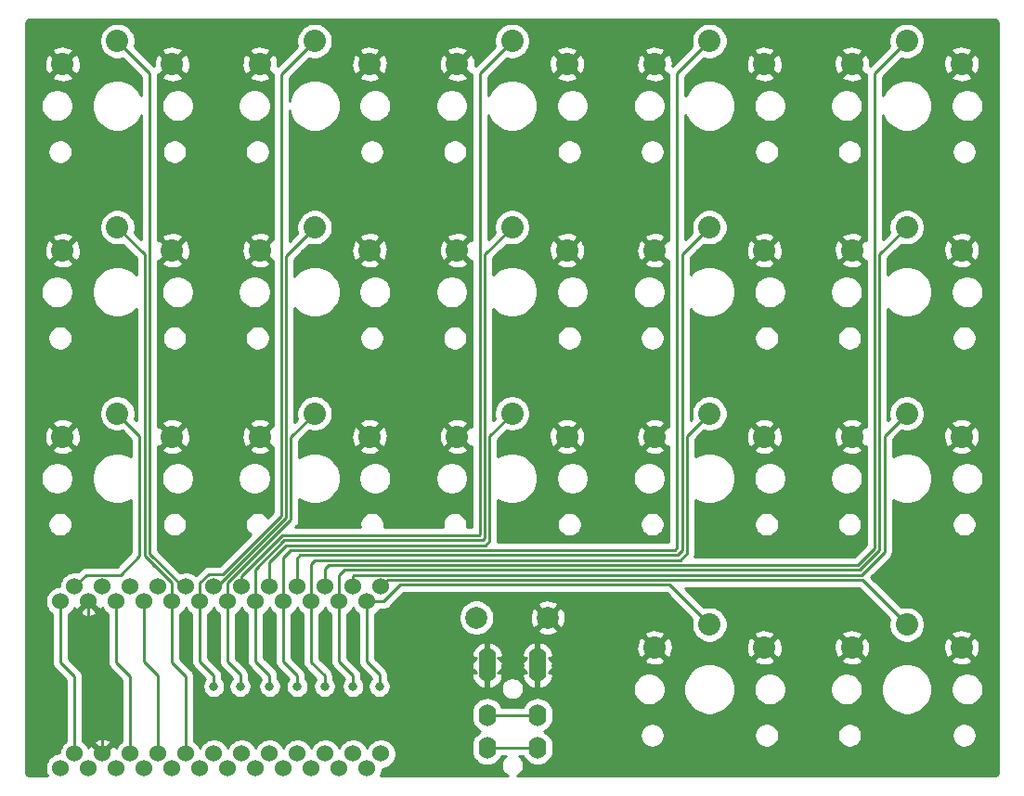
<source format=gtl>
%TF.GenerationSoftware,KiCad,Pcbnew,(5.1.12)-1*%
%TF.CreationDate,2021-11-19T00:53:14-08:00*%
%TF.ProjectId,orthodox,6f727468-6f64-46f7-982e-6b696361645f,rev?*%
%TF.SameCoordinates,Original*%
%TF.FileFunction,Copper,L1,Top*%
%TF.FilePolarity,Positive*%
%FSLAX46Y46*%
G04 Gerber Fmt 4.6, Leading zero omitted, Abs format (unit mm)*
G04 Created by KiCad (PCBNEW (5.1.12)-1) date 2021-11-19 00:53:14*
%MOMM*%
%LPD*%
G01*
G04 APERTURE LIST*
%TA.AperFunction,ComponentPad*%
%ADD10C,2.032000*%
%TD*%
%TA.AperFunction,ComponentPad*%
%ADD11O,1.600000X2.000000*%
%TD*%
%TA.AperFunction,ComponentPad*%
%ADD12O,1.000000X1.400000*%
%TD*%
%TA.AperFunction,ComponentPad*%
%ADD13C,2.000000*%
%TD*%
%TA.AperFunction,ComponentPad*%
%ADD14C,1.524000*%
%TD*%
%TA.AperFunction,ViaPad*%
%ADD15C,0.800000*%
%TD*%
%TA.AperFunction,Conductor*%
%ADD16C,0.250000*%
%TD*%
%TA.AperFunction,Conductor*%
%ADD17C,0.254000*%
%TD*%
%TA.AperFunction,Conductor*%
%ADD18C,0.100000*%
%TD*%
G04 APERTURE END LIST*
D10*
%TO.P,MX6,1*%
%TO.N,S6*%
X72000000Y-62100000D03*
%TO.P,MX6,2*%
%TO.N,GND*%
X77000000Y-64200000D03*
X67000000Y-64200000D03*
%TD*%
D11*
%TO.P,U2,1*%
%TO.N,GND*%
X92320000Y-84505000D03*
%TO.P,U2,2*%
X87720000Y-85605000D03*
%TO.P,U2,4*%
%TO.N,+5V*%
X87720000Y-92605000D03*
%TO.P,U2,3*%
%TO.N,DATA0*%
X87720000Y-89605000D03*
D12*
%TO.P,U2,4*%
%TO.N,+5V*%
X87720000Y-92605000D03*
%TO.P,U2,3*%
%TO.N,DATA0*%
X87720000Y-89605000D03*
%TO.P,U2,2*%
%TO.N,GND*%
X87720000Y-85605000D03*
%TO.P,U2,1*%
X92320000Y-84505000D03*
%TD*%
D10*
%TO.P,MX1,2*%
%TO.N,GND*%
X49000000Y-30200000D03*
X59000000Y-30200000D03*
%TO.P,MX1,1*%
%TO.N,S1*%
X54000000Y-28100000D03*
%TD*%
%TO.P,MX2,1*%
%TO.N,S2*%
X54000000Y-45100000D03*
%TO.P,MX2,2*%
%TO.N,GND*%
X59000000Y-47200000D03*
X49000000Y-47200000D03*
%TD*%
%TO.P,MX3,1*%
%TO.N,S3*%
X54000000Y-62100000D03*
%TO.P,MX3,2*%
%TO.N,GND*%
X59000000Y-64200000D03*
X49000000Y-64200000D03*
%TD*%
%TO.P,MX4,1*%
%TO.N,S4*%
X72000000Y-28100000D03*
%TO.P,MX4,2*%
%TO.N,GND*%
X77000000Y-30200000D03*
X67000000Y-30200000D03*
%TD*%
%TO.P,MX5,2*%
%TO.N,GND*%
X67000000Y-47200000D03*
X77000000Y-47200000D03*
%TO.P,MX5,1*%
%TO.N,S5*%
X72000000Y-45100000D03*
%TD*%
%TO.P,MX7,2*%
%TO.N,GND*%
X85000000Y-30200000D03*
X95000000Y-30200000D03*
%TO.P,MX7,1*%
%TO.N,S7*%
X90000000Y-28100000D03*
%TD*%
%TO.P,MX8,1*%
%TO.N,S8*%
X90000000Y-45100000D03*
%TO.P,MX8,2*%
%TO.N,GND*%
X95000000Y-47200000D03*
X85000000Y-47200000D03*
%TD*%
%TO.P,MX9,1*%
%TO.N,S9*%
X90000000Y-62100000D03*
%TO.P,MX9,2*%
%TO.N,GND*%
X95000000Y-64200000D03*
X85000000Y-64200000D03*
%TD*%
%TO.P,MX10,1*%
%TO.N,S10*%
X108000000Y-28100000D03*
%TO.P,MX10,2*%
%TO.N,GND*%
X113000000Y-30200000D03*
X103000000Y-30200000D03*
%TD*%
%TO.P,MX11,2*%
%TO.N,GND*%
X103000000Y-47200000D03*
X113000000Y-47200000D03*
%TO.P,MX11,1*%
%TO.N,S11*%
X108000000Y-45100000D03*
%TD*%
%TO.P,MX12,1*%
%TO.N,S12*%
X108000000Y-62100000D03*
%TO.P,MX12,2*%
%TO.N,GND*%
X113000000Y-64200000D03*
X103000000Y-64200000D03*
%TD*%
%TO.P,MX13,1*%
%TO.N,S13*%
X108000000Y-81350000D03*
%TO.P,MX13,2*%
%TO.N,GND*%
X113000000Y-83450000D03*
X103000000Y-83450000D03*
%TD*%
%TO.P,MX14,2*%
%TO.N,GND*%
X121000000Y-30200000D03*
X131000000Y-30200000D03*
%TO.P,MX14,1*%
%TO.N,S14*%
X126000000Y-28100000D03*
%TD*%
%TO.P,MX15,1*%
%TO.N,S15*%
X126000000Y-45100000D03*
%TO.P,MX15,2*%
%TO.N,GND*%
X131000000Y-47200000D03*
X121000000Y-47200000D03*
%TD*%
%TO.P,MX16,2*%
%TO.N,GND*%
X121000000Y-64200000D03*
X131000000Y-64200000D03*
%TO.P,MX16,1*%
%TO.N,S16*%
X126000000Y-62100000D03*
%TD*%
%TO.P,MX17,2*%
%TO.N,GND*%
X121000000Y-83450000D03*
X131000000Y-83450000D03*
%TO.P,MX17,1*%
%TO.N,S17*%
X126000000Y-81350000D03*
%TD*%
D13*
%TO.P,SW1,1*%
%TO.N,Net-(SW1-Pad1)*%
X86750000Y-80730000D03*
%TO.P,SW1,2*%
%TO.N,GND*%
X93250000Y-80730000D03*
%TD*%
D14*
%TO.P,U1,24*%
%TO.N,Net-(U1-Pad24)*%
X50092000Y-93150000D03*
%TO.P,U1,23*%
%TO.N,GND*%
X52632000Y-93150000D03*
%TO.P,U1,22*%
%TO.N,Net-(SW1-Pad1)*%
X55172000Y-93150000D03*
%TO.P,U1,21*%
%TO.N,+5V*%
X57712000Y-93150000D03*
%TO.P,U1,20*%
%TO.N,S2*%
X60252000Y-93150000D03*
%TO.P,U1,19*%
%TO.N,S4*%
X62792000Y-93150000D03*
%TO.P,U1,18*%
%TO.N,S6*%
X65332000Y-93150000D03*
%TO.P,U1,17*%
%TO.N,S8*%
X67872000Y-93150000D03*
%TO.P,U1,16*%
%TO.N,S10*%
X70412000Y-93150000D03*
%TO.P,U1,15*%
%TO.N,S12*%
X72952000Y-93150000D03*
%TO.P,U1,14*%
%TO.N,S15*%
X75492000Y-93150000D03*
%TO.P,U1,13*%
%TO.N,S13*%
X78032000Y-93150000D03*
%TO.P,U1,12*%
%TO.N,S17*%
X78032000Y-77910000D03*
%TO.P,U1,11*%
%TO.N,S16*%
X75492000Y-77910000D03*
%TO.P,U1,10*%
%TO.N,S14*%
X72952000Y-77910000D03*
%TO.P,U1,9*%
%TO.N,S11*%
X70412000Y-77910000D03*
%TO.P,U1,8*%
%TO.N,S9*%
X67872000Y-77910000D03*
%TO.P,U1,7*%
%TO.N,S7*%
X65332000Y-77910000D03*
%TO.P,U1,6*%
%TO.N,S5*%
X62792000Y-77910000D03*
%TO.P,U1,5*%
%TO.N,S1*%
X60252000Y-77910000D03*
%TO.P,U1,4*%
%TO.N,Net-(U1-Pad4)*%
X57712000Y-77910000D03*
%TO.P,U1,3*%
%TO.N,Net-(U1-Pad3)*%
X55172000Y-77910000D03*
%TO.P,U1,2*%
%TO.N,DATA0*%
X52632000Y-77910000D03*
%TO.P,U1,1*%
%TO.N,S3*%
X50092000Y-77910000D03*
X48822000Y-94456400D03*
%TO.P,U1,2*%
%TO.N,DATA0*%
X51362000Y-94456400D03*
%TO.P,U1,3*%
%TO.N,Net-(U1-Pad3)*%
X53902000Y-94456400D03*
%TO.P,U1,4*%
%TO.N,Net-(U1-Pad4)*%
X56442000Y-94456400D03*
%TO.P,U1,5*%
%TO.N,S1*%
X58982000Y-94456400D03*
%TO.P,U1,6*%
%TO.N,S5*%
X61522000Y-94456400D03*
%TO.P,U1,7*%
%TO.N,S7*%
X64062000Y-94456400D03*
%TO.P,U1,8*%
%TO.N,S9*%
X66602000Y-94456400D03*
%TO.P,U1,9*%
%TO.N,S11*%
X69142000Y-94456400D03*
%TO.P,U1,10*%
%TO.N,S14*%
X71682000Y-94456400D03*
%TO.P,U1,11*%
%TO.N,S16*%
X74222000Y-94456400D03*
%TO.P,U1,12*%
%TO.N,S17*%
X76762000Y-94456400D03*
%TO.P,U1,13*%
%TO.N,S13*%
X76762000Y-79236400D03*
%TO.P,U1,14*%
%TO.N,S15*%
X74222000Y-79236400D03*
%TO.P,U1,15*%
%TO.N,S12*%
X71682000Y-79236400D03*
%TO.P,U1,16*%
%TO.N,S10*%
X69142000Y-79236400D03*
%TO.P,U1,17*%
%TO.N,S8*%
X66602000Y-79236400D03*
%TO.P,U1,18*%
%TO.N,S6*%
X64062000Y-79236400D03*
%TO.P,U1,19*%
%TO.N,S4*%
X61522000Y-79236400D03*
%TO.P,U1,20*%
%TO.N,S2*%
X58982000Y-79236400D03*
%TO.P,U1,21*%
%TO.N,+5V*%
X56442000Y-79236400D03*
%TO.P,U1,22*%
%TO.N,Net-(SW1-Pad1)*%
X53902000Y-79236400D03*
%TO.P,U1,23*%
%TO.N,GND*%
X51362000Y-79236400D03*
%TO.P,U1,24*%
%TO.N,Net-(U1-Pad24)*%
X48822000Y-79236400D03*
%TD*%
D11*
%TO.P,U3,1*%
%TO.N,GND*%
X87725000Y-84505000D03*
%TO.P,U3,2*%
X92325000Y-85605000D03*
%TO.P,U3,4*%
%TO.N,+5V*%
X92325000Y-92605000D03*
%TO.P,U3,3*%
%TO.N,DATA0*%
X92325000Y-89605000D03*
D12*
%TO.P,U3,4*%
%TO.N,+5V*%
X92325000Y-92605000D03*
%TO.P,U3,3*%
%TO.N,DATA0*%
X92325000Y-89605000D03*
%TO.P,U3,2*%
%TO.N,GND*%
X92325000Y-85605000D03*
%TO.P,U3,1*%
X87725000Y-84505000D03*
%TD*%
D15*
%TO.N,GND*%
X52632000Y-88968000D03*
%TO.N,S4*%
X62800000Y-87000000D03*
%TO.N,S6*%
X65200000Y-87000000D03*
%TO.N,S8*%
X67900000Y-87000000D03*
%TO.N,S10*%
X70400000Y-87000000D03*
%TO.N,S12*%
X72900000Y-87000000D03*
%TO.N,S13*%
X77900000Y-87000000D03*
%TO.N,S15*%
X75500000Y-87000000D03*
%TD*%
D16*
%TO.N,S1*%
X59957172Y-77910000D02*
X60252000Y-77910000D01*
X56939521Y-74892349D02*
X59957172Y-77910000D01*
X56939521Y-31039521D02*
X56939521Y-74892349D01*
X54000000Y-28100000D02*
X56939521Y-31039521D01*
%TO.N,GND*%
X51362000Y-79236400D02*
X51362000Y-84762000D01*
X52632000Y-86032000D02*
X52632000Y-88968000D01*
X51362000Y-84762000D02*
X52632000Y-86032000D01*
X52632000Y-88968000D02*
X52632000Y-93150000D01*
%TO.N,S2*%
X58982000Y-79236400D02*
X58982000Y-84782000D01*
X60252000Y-86052000D02*
X60252000Y-93150000D01*
X58982000Y-84782000D02*
X60252000Y-86052000D01*
X57208989Y-75798227D02*
X58982000Y-77571238D01*
X56489511Y-47589511D02*
X54000000Y-45100000D01*
X56489511Y-65400000D02*
X56489511Y-64410489D01*
X56489511Y-64410489D02*
X56489511Y-47589511D01*
X56489511Y-75078749D02*
X56489511Y-73610489D01*
X58982000Y-77571238D02*
X56489511Y-75078749D01*
X58982000Y-79236400D02*
X58982000Y-77571238D01*
X56489511Y-64410489D02*
X56489511Y-73610489D01*
%TO.N,S3*%
X51179001Y-76822999D02*
X50092000Y-77910000D01*
X54277001Y-76822999D02*
X51179001Y-76822999D01*
X56039501Y-75060499D02*
X54277001Y-76822999D01*
X56039501Y-64139501D02*
X56039501Y-75060499D01*
X54000000Y-62100000D02*
X56039501Y-64139501D01*
%TO.N,S4*%
X68932656Y-31167344D02*
X72000000Y-28100000D01*
X68932656Y-71427762D02*
X68932656Y-31167344D01*
X63613799Y-76746619D02*
X68932656Y-71427762D01*
X62346619Y-76746619D02*
X63613799Y-76746619D01*
X61522000Y-77571238D02*
X62346619Y-76746619D01*
X61522000Y-79236400D02*
X61522000Y-77571238D01*
X61522000Y-79236400D02*
X61522000Y-84722000D01*
X61522000Y-84722000D02*
X62800000Y-86000000D01*
X62800000Y-86000000D02*
X62800000Y-87000000D01*
%TO.N,S5*%
X72000000Y-45100000D02*
X69382666Y-47717334D01*
X63086828Y-77910000D02*
X62792000Y-77910000D01*
X69382666Y-71614162D02*
X63086828Y-77910000D01*
X69382666Y-47717334D02*
X69382666Y-71614162D01*
%TO.N,S6*%
X64062000Y-77571238D02*
X64062000Y-79236400D01*
X69832676Y-64267324D02*
X69832676Y-71800562D01*
X69832676Y-71800562D02*
X64062000Y-77571238D01*
X72000000Y-62100000D02*
X69832676Y-64267324D01*
X64062000Y-79236400D02*
X64062000Y-84762000D01*
X65200000Y-85900000D02*
X65200000Y-87000000D01*
X64062000Y-84762000D02*
X65200000Y-85900000D01*
%TO.N,S7*%
X65332000Y-76937648D02*
X65332000Y-77910000D01*
X69046725Y-73222923D02*
X65332000Y-76937648D01*
X86977077Y-73222923D02*
X69046725Y-73222923D01*
X87060479Y-31039521D02*
X87060479Y-73139521D01*
X87060479Y-73139521D02*
X86977077Y-73222923D01*
X90000000Y-28100000D02*
X87060479Y-31039521D01*
%TO.N,S8*%
X66602000Y-76304058D02*
X66602000Y-79236400D01*
X69233125Y-73672933D02*
X66602000Y-76304058D01*
X87327067Y-73672933D02*
X69233125Y-73672933D01*
X87510489Y-73489511D02*
X87327067Y-73672933D01*
X87510489Y-47589511D02*
X87510489Y-73489511D01*
X90000000Y-45100000D02*
X87510489Y-47589511D01*
X66602000Y-79236400D02*
X66602000Y-84702000D01*
X67900000Y-86000000D02*
X67900000Y-87000000D01*
X66602000Y-84702000D02*
X67900000Y-86000000D01*
%TO.N,S9*%
X67872000Y-75670468D02*
X67872000Y-77910000D01*
X69419525Y-74122943D02*
X67872000Y-75670468D01*
X87577057Y-74122943D02*
X69419525Y-74122943D01*
X87960499Y-73739501D02*
X87577057Y-74122943D01*
X87960499Y-64139501D02*
X87960499Y-73739501D01*
X90000000Y-62100000D02*
X87960499Y-64139501D01*
%TO.N,S10*%
X69827047Y-74572953D02*
X69142000Y-75258000D01*
X104827048Y-74572952D02*
X69827047Y-74572953D01*
X105060480Y-74339520D02*
X104827048Y-74572952D01*
X69142000Y-75258000D02*
X69142000Y-79236400D01*
X105060480Y-31039520D02*
X105060480Y-74339520D01*
X108000000Y-28100000D02*
X105060480Y-31039520D01*
X69142000Y-79236400D02*
X69142000Y-84742000D01*
X70400000Y-86000000D02*
X70400000Y-87000000D01*
X69142000Y-84742000D02*
X70400000Y-86000000D01*
%TO.N,S11*%
X70412000Y-75288000D02*
X70412000Y-77910000D01*
X70677039Y-75022961D02*
X70412000Y-75288000D01*
X105077038Y-75022962D02*
X70677039Y-75022961D01*
X105510489Y-74589511D02*
X105077038Y-75022962D01*
X105510489Y-47589511D02*
X105510489Y-74589511D01*
X108000000Y-45100000D02*
X105510489Y-47589511D01*
%TO.N,S12*%
X71682000Y-75818000D02*
X71682000Y-79236400D01*
X103927029Y-75472971D02*
X72027029Y-75472971D01*
X105327031Y-75472969D02*
X103927031Y-75472969D01*
X72027029Y-75472971D02*
X71682000Y-75818000D01*
X103927031Y-75472969D02*
X103927029Y-75472971D01*
X105960499Y-74839501D02*
X105327031Y-75472969D01*
X105960499Y-64139501D02*
X105960499Y-74839501D01*
X108000000Y-62100000D02*
X105960499Y-64139501D01*
X71682000Y-79236400D02*
X71682000Y-84782000D01*
X71682000Y-84782000D02*
X72900000Y-86000000D01*
X72900000Y-86000000D02*
X72900000Y-87000000D01*
%TO.N,S13*%
X78314362Y-79236400D02*
X76762000Y-79236400D01*
X79827743Y-77723019D02*
X78314362Y-79236400D01*
X104373019Y-77723019D02*
X79827743Y-77723019D01*
X108000000Y-81350000D02*
X104373019Y-77723019D01*
X76762000Y-79236400D02*
X76762000Y-84762000D01*
X77900000Y-85900000D02*
X77900000Y-87000000D01*
X76762000Y-84762000D02*
X77900000Y-85900000D01*
%TO.N,S14*%
X73277021Y-75922979D02*
X72952000Y-76248000D01*
X121504201Y-75922979D02*
X73277021Y-75922979D01*
X123060479Y-74366701D02*
X121504201Y-75922979D01*
X72952000Y-76248000D02*
X72952000Y-77910000D01*
X123060479Y-31039521D02*
X123060479Y-74366701D01*
X126000000Y-28100000D02*
X123060479Y-31039521D01*
%TO.N,S15*%
X74222000Y-76878000D02*
X74222000Y-79236400D01*
X74727011Y-76372989D02*
X74222000Y-76878000D01*
X121690601Y-76372989D02*
X74727011Y-76372989D01*
X123510489Y-74553101D02*
X121690601Y-76372989D01*
X123510489Y-47589511D02*
X123510489Y-74553101D01*
X126000000Y-45100000D02*
X123510489Y-47589511D01*
X74222000Y-79236400D02*
X74222000Y-84722000D01*
X74222000Y-84722000D02*
X75500000Y-86000000D01*
X75500000Y-86000000D02*
X75500000Y-87000000D01*
%TO.N,S16*%
X75492000Y-76908000D02*
X75492000Y-77910000D01*
X75577001Y-76822999D02*
X75492000Y-76908000D01*
X121877001Y-76822999D02*
X75577001Y-76822999D01*
X123960499Y-74739501D02*
X121877001Y-76822999D01*
X123960499Y-64139501D02*
X123960499Y-74739501D01*
X126000000Y-62100000D02*
X123960499Y-64139501D01*
%TO.N,S17*%
X76762000Y-94456400D02*
X77056400Y-94456400D01*
X121923009Y-77273009D02*
X126000000Y-81350000D01*
X78668991Y-77273009D02*
X121923009Y-77273009D01*
X78032000Y-77910000D02*
X78668991Y-77273009D01*
%TO.N,Net-(SW1-Pad1)*%
X53902000Y-79236400D02*
X53902000Y-84802000D01*
X55172000Y-86072000D02*
X55172000Y-93150000D01*
X53902000Y-84802000D02*
X55172000Y-86072000D01*
%TO.N,DATA0*%
X92325000Y-89605000D02*
X87720000Y-89605000D01*
%TO.N,+5V*%
X87720000Y-92605000D02*
X92325000Y-92605000D01*
X56442000Y-79236400D02*
X56442000Y-84742000D01*
X57712000Y-86012000D02*
X57712000Y-93150000D01*
X56442000Y-84742000D02*
X57712000Y-86012000D01*
%TO.N,Net-(U1-Pad24)*%
X48822000Y-79236400D02*
X48822000Y-84822000D01*
X50092000Y-86092000D02*
X50092000Y-93150000D01*
X48822000Y-84822000D02*
X50092000Y-86092000D01*
%TD*%
D17*
%TO.N,GND*%
X134065424Y-26169580D02*
X134128356Y-26188580D01*
X134186405Y-26219445D01*
X134237343Y-26260989D01*
X134279248Y-26311644D01*
X134310515Y-26369471D01*
X134329956Y-26432272D01*
X134340000Y-26527835D01*
X134340001Y-92467572D01*
X134340000Y-92467582D01*
X134340001Y-94773211D01*
X134330420Y-94870924D01*
X134311420Y-94933857D01*
X134280554Y-94991906D01*
X134239011Y-95042843D01*
X134188356Y-95084748D01*
X134130529Y-95116015D01*
X134067728Y-95135456D01*
X133972165Y-95145500D01*
X90459017Y-95145500D01*
X90515256Y-95122205D01*
X90684774Y-95008937D01*
X90828937Y-94864774D01*
X90942205Y-94695256D01*
X91020226Y-94506898D01*
X91060000Y-94306939D01*
X91060000Y-94103061D01*
X91020226Y-93903102D01*
X90942205Y-93714744D01*
X90828937Y-93545226D01*
X90684774Y-93401063D01*
X90630802Y-93365000D01*
X90997197Y-93365000D01*
X91126068Y-93606101D01*
X91305393Y-93824608D01*
X91523900Y-94003932D01*
X91773193Y-94137182D01*
X92043692Y-94219236D01*
X92325000Y-94246943D01*
X92606309Y-94219236D01*
X92876808Y-94137182D01*
X93126101Y-94003932D01*
X93344608Y-93824608D01*
X93523932Y-93606101D01*
X93657182Y-93356807D01*
X93739236Y-93086308D01*
X93760000Y-92875491D01*
X93760000Y-92334508D01*
X93739236Y-92123691D01*
X93657182Y-91853192D01*
X93523932Y-91603899D01*
X93344607Y-91385392D01*
X93287683Y-91338675D01*
X101649700Y-91338675D01*
X101649700Y-91561325D01*
X101693137Y-91779696D01*
X101778341Y-91985398D01*
X101902039Y-92170524D01*
X102059476Y-92327961D01*
X102244602Y-92451659D01*
X102450304Y-92536863D01*
X102668675Y-92580300D01*
X102891325Y-92580300D01*
X103109696Y-92536863D01*
X103315398Y-92451659D01*
X103500524Y-92327961D01*
X103657961Y-92170524D01*
X103781659Y-91985398D01*
X103866863Y-91779696D01*
X103910300Y-91561325D01*
X103910300Y-91338675D01*
X112089700Y-91338675D01*
X112089700Y-91561325D01*
X112133137Y-91779696D01*
X112218341Y-91985398D01*
X112342039Y-92170524D01*
X112499476Y-92327961D01*
X112684602Y-92451659D01*
X112890304Y-92536863D01*
X113108675Y-92580300D01*
X113331325Y-92580300D01*
X113549696Y-92536863D01*
X113755398Y-92451659D01*
X113940524Y-92327961D01*
X114097961Y-92170524D01*
X114221659Y-91985398D01*
X114306863Y-91779696D01*
X114350300Y-91561325D01*
X114350300Y-91338675D01*
X119649700Y-91338675D01*
X119649700Y-91561325D01*
X119693137Y-91779696D01*
X119778341Y-91985398D01*
X119902039Y-92170524D01*
X120059476Y-92327961D01*
X120244602Y-92451659D01*
X120450304Y-92536863D01*
X120668675Y-92580300D01*
X120891325Y-92580300D01*
X121109696Y-92536863D01*
X121315398Y-92451659D01*
X121500524Y-92327961D01*
X121657961Y-92170524D01*
X121781659Y-91985398D01*
X121866863Y-91779696D01*
X121910300Y-91561325D01*
X121910300Y-91338675D01*
X130089700Y-91338675D01*
X130089700Y-91561325D01*
X130133137Y-91779696D01*
X130218341Y-91985398D01*
X130342039Y-92170524D01*
X130499476Y-92327961D01*
X130684602Y-92451659D01*
X130890304Y-92536863D01*
X131108675Y-92580300D01*
X131331325Y-92580300D01*
X131549696Y-92536863D01*
X131755398Y-92451659D01*
X131940524Y-92327961D01*
X132097961Y-92170524D01*
X132221659Y-91985398D01*
X132306863Y-91779696D01*
X132350300Y-91561325D01*
X132350300Y-91338675D01*
X132306863Y-91120304D01*
X132221659Y-90914602D01*
X132097961Y-90729476D01*
X131940524Y-90572039D01*
X131755398Y-90448341D01*
X131549696Y-90363137D01*
X131331325Y-90319700D01*
X131108675Y-90319700D01*
X130890304Y-90363137D01*
X130684602Y-90448341D01*
X130499476Y-90572039D01*
X130342039Y-90729476D01*
X130218341Y-90914602D01*
X130133137Y-91120304D01*
X130089700Y-91338675D01*
X121910300Y-91338675D01*
X121866863Y-91120304D01*
X121781659Y-90914602D01*
X121657961Y-90729476D01*
X121500524Y-90572039D01*
X121315398Y-90448341D01*
X121109696Y-90363137D01*
X120891325Y-90319700D01*
X120668675Y-90319700D01*
X120450304Y-90363137D01*
X120244602Y-90448341D01*
X120059476Y-90572039D01*
X119902039Y-90729476D01*
X119778341Y-90914602D01*
X119693137Y-91120304D01*
X119649700Y-91338675D01*
X114350300Y-91338675D01*
X114306863Y-91120304D01*
X114221659Y-90914602D01*
X114097961Y-90729476D01*
X113940524Y-90572039D01*
X113755398Y-90448341D01*
X113549696Y-90363137D01*
X113331325Y-90319700D01*
X113108675Y-90319700D01*
X112890304Y-90363137D01*
X112684602Y-90448341D01*
X112499476Y-90572039D01*
X112342039Y-90729476D01*
X112218341Y-90914602D01*
X112133137Y-91120304D01*
X112089700Y-91338675D01*
X103910300Y-91338675D01*
X103866863Y-91120304D01*
X103781659Y-90914602D01*
X103657961Y-90729476D01*
X103500524Y-90572039D01*
X103315398Y-90448341D01*
X103109696Y-90363137D01*
X102891325Y-90319700D01*
X102668675Y-90319700D01*
X102450304Y-90363137D01*
X102244602Y-90448341D01*
X102059476Y-90572039D01*
X101902039Y-90729476D01*
X101778341Y-90914602D01*
X101693137Y-91120304D01*
X101649700Y-91338675D01*
X93287683Y-91338675D01*
X93126100Y-91206068D01*
X92937016Y-91105000D01*
X93126101Y-91003932D01*
X93344608Y-90824608D01*
X93523932Y-90606101D01*
X93657182Y-90356807D01*
X93739236Y-90086308D01*
X93760000Y-89875491D01*
X93760000Y-89334508D01*
X93739236Y-89123691D01*
X93657182Y-88853192D01*
X93523932Y-88603899D01*
X93344607Y-88385392D01*
X93126100Y-88206068D01*
X92876807Y-88072818D01*
X92606308Y-87990764D01*
X92325000Y-87963057D01*
X92043691Y-87990764D01*
X91773192Y-88072818D01*
X91523899Y-88206068D01*
X91305392Y-88385393D01*
X91126068Y-88603900D01*
X90997197Y-88845000D01*
X89047803Y-88845000D01*
X88918932Y-88603899D01*
X88739608Y-88385392D01*
X88521101Y-88206068D01*
X88271808Y-88072818D01*
X88001309Y-87990764D01*
X87720000Y-87963057D01*
X87438692Y-87990764D01*
X87168193Y-88072818D01*
X86918900Y-88206068D01*
X86700393Y-88385392D01*
X86521068Y-88603899D01*
X86387818Y-88853192D01*
X86305764Y-89123691D01*
X86285000Y-89334508D01*
X86285000Y-89875491D01*
X86305764Y-90086308D01*
X86387818Y-90356807D01*
X86521068Y-90606100D01*
X86700392Y-90824607D01*
X86918899Y-91003932D01*
X87107984Y-91105000D01*
X86918900Y-91206068D01*
X86700393Y-91385392D01*
X86521068Y-91603899D01*
X86387818Y-91853192D01*
X86305764Y-92123691D01*
X86285000Y-92334508D01*
X86285000Y-92875491D01*
X86305764Y-93086308D01*
X86387818Y-93356807D01*
X86521068Y-93606100D01*
X86700392Y-93824607D01*
X86918899Y-94003932D01*
X87168192Y-94137182D01*
X87438691Y-94219236D01*
X87720000Y-94246943D01*
X88001308Y-94219236D01*
X88271807Y-94137182D01*
X88521100Y-94003932D01*
X88739607Y-93824608D01*
X88918932Y-93606101D01*
X89047803Y-93365000D01*
X89414198Y-93365000D01*
X89360226Y-93401063D01*
X89216063Y-93545226D01*
X89102795Y-93714744D01*
X89024774Y-93903102D01*
X88985000Y-94103061D01*
X88985000Y-94306939D01*
X89024774Y-94506898D01*
X89102795Y-94695256D01*
X89216063Y-94864774D01*
X89360226Y-95008937D01*
X89529744Y-95122205D01*
X89585983Y-95145500D01*
X77981715Y-95145500D01*
X78000005Y-95118127D01*
X78105314Y-94863890D01*
X78159000Y-94593992D01*
X78159000Y-94547000D01*
X78169592Y-94547000D01*
X78439490Y-94493314D01*
X78693727Y-94388005D01*
X78922535Y-94235120D01*
X79117120Y-94040535D01*
X79270005Y-93811727D01*
X79375314Y-93557490D01*
X79429000Y-93287592D01*
X79429000Y-93012408D01*
X79375314Y-92742510D01*
X79270005Y-92488273D01*
X79117120Y-92259465D01*
X78922535Y-92064880D01*
X78693727Y-91911995D01*
X78439490Y-91806686D01*
X78169592Y-91753000D01*
X77894408Y-91753000D01*
X77624510Y-91806686D01*
X77370273Y-91911995D01*
X77141465Y-92064880D01*
X76946880Y-92259465D01*
X76793995Y-92488273D01*
X76762000Y-92565515D01*
X76730005Y-92488273D01*
X76577120Y-92259465D01*
X76382535Y-92064880D01*
X76153727Y-91911995D01*
X75899490Y-91806686D01*
X75629592Y-91753000D01*
X75354408Y-91753000D01*
X75084510Y-91806686D01*
X74830273Y-91911995D01*
X74601465Y-92064880D01*
X74406880Y-92259465D01*
X74253995Y-92488273D01*
X74222000Y-92565515D01*
X74190005Y-92488273D01*
X74037120Y-92259465D01*
X73842535Y-92064880D01*
X73613727Y-91911995D01*
X73359490Y-91806686D01*
X73089592Y-91753000D01*
X72814408Y-91753000D01*
X72544510Y-91806686D01*
X72290273Y-91911995D01*
X72061465Y-92064880D01*
X71866880Y-92259465D01*
X71713995Y-92488273D01*
X71682000Y-92565515D01*
X71650005Y-92488273D01*
X71497120Y-92259465D01*
X71302535Y-92064880D01*
X71073727Y-91911995D01*
X70819490Y-91806686D01*
X70549592Y-91753000D01*
X70274408Y-91753000D01*
X70004510Y-91806686D01*
X69750273Y-91911995D01*
X69521465Y-92064880D01*
X69326880Y-92259465D01*
X69173995Y-92488273D01*
X69142000Y-92565515D01*
X69110005Y-92488273D01*
X68957120Y-92259465D01*
X68762535Y-92064880D01*
X68533727Y-91911995D01*
X68279490Y-91806686D01*
X68009592Y-91753000D01*
X67734408Y-91753000D01*
X67464510Y-91806686D01*
X67210273Y-91911995D01*
X66981465Y-92064880D01*
X66786880Y-92259465D01*
X66633995Y-92488273D01*
X66602000Y-92565515D01*
X66570005Y-92488273D01*
X66417120Y-92259465D01*
X66222535Y-92064880D01*
X65993727Y-91911995D01*
X65739490Y-91806686D01*
X65469592Y-91753000D01*
X65194408Y-91753000D01*
X64924510Y-91806686D01*
X64670273Y-91911995D01*
X64441465Y-92064880D01*
X64246880Y-92259465D01*
X64093995Y-92488273D01*
X64062000Y-92565515D01*
X64030005Y-92488273D01*
X63877120Y-92259465D01*
X63682535Y-92064880D01*
X63453727Y-91911995D01*
X63199490Y-91806686D01*
X62929592Y-91753000D01*
X62654408Y-91753000D01*
X62384510Y-91806686D01*
X62130273Y-91911995D01*
X61901465Y-92064880D01*
X61706880Y-92259465D01*
X61553995Y-92488273D01*
X61522000Y-92565515D01*
X61490005Y-92488273D01*
X61337120Y-92259465D01*
X61142535Y-92064880D01*
X61012000Y-91977659D01*
X61012000Y-86089322D01*
X61015676Y-86051999D01*
X61012000Y-86014676D01*
X61012000Y-86014667D01*
X61001003Y-85903014D01*
X60957546Y-85759753D01*
X60886974Y-85627724D01*
X60792001Y-85511999D01*
X60763004Y-85488202D01*
X59742000Y-84467199D01*
X59742000Y-80408741D01*
X59872535Y-80321520D01*
X60067120Y-80126935D01*
X60220005Y-79898127D01*
X60252000Y-79820885D01*
X60283995Y-79898127D01*
X60436880Y-80126935D01*
X60631465Y-80321520D01*
X60762000Y-80408741D01*
X60762001Y-84684668D01*
X60758324Y-84722000D01*
X60762001Y-84759333D01*
X60772998Y-84870986D01*
X60779065Y-84890985D01*
X60816454Y-85014246D01*
X60887026Y-85146276D01*
X60952681Y-85226276D01*
X60982000Y-85262001D01*
X61010998Y-85285799D01*
X62030744Y-86305545D01*
X61996063Y-86340226D01*
X61882795Y-86509744D01*
X61804774Y-86698102D01*
X61765000Y-86898061D01*
X61765000Y-87101939D01*
X61804774Y-87301898D01*
X61882795Y-87490256D01*
X61996063Y-87659774D01*
X62140226Y-87803937D01*
X62309744Y-87917205D01*
X62498102Y-87995226D01*
X62698061Y-88035000D01*
X62901939Y-88035000D01*
X63101898Y-87995226D01*
X63290256Y-87917205D01*
X63459774Y-87803937D01*
X63603937Y-87659774D01*
X63717205Y-87490256D01*
X63795226Y-87301898D01*
X63835000Y-87101939D01*
X63835000Y-86898061D01*
X63795226Y-86698102D01*
X63717205Y-86509744D01*
X63603937Y-86340226D01*
X63560000Y-86296289D01*
X63560000Y-86037323D01*
X63563676Y-86000000D01*
X63560000Y-85962677D01*
X63560000Y-85962667D01*
X63549003Y-85851014D01*
X63505546Y-85707753D01*
X63473460Y-85647725D01*
X63434974Y-85575723D01*
X63363799Y-85488997D01*
X63340001Y-85459999D01*
X63311004Y-85436202D01*
X62282000Y-84407199D01*
X62282000Y-80408741D01*
X62412535Y-80321520D01*
X62607120Y-80126935D01*
X62760005Y-79898127D01*
X62792000Y-79820885D01*
X62823995Y-79898127D01*
X62976880Y-80126935D01*
X63171465Y-80321520D01*
X63302000Y-80408741D01*
X63302001Y-84724668D01*
X63298324Y-84762000D01*
X63302001Y-84799333D01*
X63307089Y-84850986D01*
X63312998Y-84910985D01*
X63356454Y-85054246D01*
X63427026Y-85186276D01*
X63489173Y-85262001D01*
X63522000Y-85302001D01*
X63550998Y-85325799D01*
X64440000Y-86214802D01*
X64440000Y-86296289D01*
X64396063Y-86340226D01*
X64282795Y-86509744D01*
X64204774Y-86698102D01*
X64165000Y-86898061D01*
X64165000Y-87101939D01*
X64204774Y-87301898D01*
X64282795Y-87490256D01*
X64396063Y-87659774D01*
X64540226Y-87803937D01*
X64709744Y-87917205D01*
X64898102Y-87995226D01*
X65098061Y-88035000D01*
X65301939Y-88035000D01*
X65501898Y-87995226D01*
X65690256Y-87917205D01*
X65859774Y-87803937D01*
X66003937Y-87659774D01*
X66117205Y-87490256D01*
X66195226Y-87301898D01*
X66235000Y-87101939D01*
X66235000Y-86898061D01*
X66195226Y-86698102D01*
X66117205Y-86509744D01*
X66003937Y-86340226D01*
X65960000Y-86296289D01*
X65960000Y-85937322D01*
X65963676Y-85899999D01*
X65960000Y-85862676D01*
X65960000Y-85862667D01*
X65949003Y-85751014D01*
X65905546Y-85607753D01*
X65892648Y-85583622D01*
X65834974Y-85475723D01*
X65763799Y-85388997D01*
X65740001Y-85359999D01*
X65711004Y-85336202D01*
X64822000Y-84447199D01*
X64822000Y-80408741D01*
X64952535Y-80321520D01*
X65147120Y-80126935D01*
X65300005Y-79898127D01*
X65332000Y-79820885D01*
X65363995Y-79898127D01*
X65516880Y-80126935D01*
X65711465Y-80321520D01*
X65842000Y-80408741D01*
X65842001Y-84664668D01*
X65838324Y-84702000D01*
X65842001Y-84739333D01*
X65852998Y-84850986D01*
X65855530Y-84859333D01*
X65896454Y-84994246D01*
X65967026Y-85126276D01*
X66022979Y-85194454D01*
X66062000Y-85242001D01*
X66090998Y-85265799D01*
X67130744Y-86305545D01*
X67096063Y-86340226D01*
X66982795Y-86509744D01*
X66904774Y-86698102D01*
X66865000Y-86898061D01*
X66865000Y-87101939D01*
X66904774Y-87301898D01*
X66982795Y-87490256D01*
X67096063Y-87659774D01*
X67240226Y-87803937D01*
X67409744Y-87917205D01*
X67598102Y-87995226D01*
X67798061Y-88035000D01*
X68001939Y-88035000D01*
X68201898Y-87995226D01*
X68390256Y-87917205D01*
X68559774Y-87803937D01*
X68703937Y-87659774D01*
X68817205Y-87490256D01*
X68895226Y-87301898D01*
X68935000Y-87101939D01*
X68935000Y-86898061D01*
X68895226Y-86698102D01*
X68817205Y-86509744D01*
X68703937Y-86340226D01*
X68660000Y-86296289D01*
X68660000Y-86037322D01*
X68663676Y-85999999D01*
X68660000Y-85962676D01*
X68660000Y-85962667D01*
X68649003Y-85851014D01*
X68605546Y-85707753D01*
X68534974Y-85575724D01*
X68440001Y-85459999D01*
X68411004Y-85436202D01*
X67362000Y-84387199D01*
X67362000Y-80408741D01*
X67492535Y-80321520D01*
X67687120Y-80126935D01*
X67840005Y-79898127D01*
X67872000Y-79820885D01*
X67903995Y-79898127D01*
X68056880Y-80126935D01*
X68251465Y-80321520D01*
X68382000Y-80408741D01*
X68382001Y-84704668D01*
X68378324Y-84742000D01*
X68392998Y-84890985D01*
X68436454Y-85034246D01*
X68507026Y-85166276D01*
X68578201Y-85253002D01*
X68602000Y-85282001D01*
X68630998Y-85305799D01*
X69630744Y-86305545D01*
X69596063Y-86340226D01*
X69482795Y-86509744D01*
X69404774Y-86698102D01*
X69365000Y-86898061D01*
X69365000Y-87101939D01*
X69404774Y-87301898D01*
X69482795Y-87490256D01*
X69596063Y-87659774D01*
X69740226Y-87803937D01*
X69909744Y-87917205D01*
X70098102Y-87995226D01*
X70298061Y-88035000D01*
X70501939Y-88035000D01*
X70701898Y-87995226D01*
X70890256Y-87917205D01*
X71059774Y-87803937D01*
X71203937Y-87659774D01*
X71317205Y-87490256D01*
X71395226Y-87301898D01*
X71435000Y-87101939D01*
X71435000Y-86898061D01*
X71395226Y-86698102D01*
X71317205Y-86509744D01*
X71203937Y-86340226D01*
X71160000Y-86296289D01*
X71160000Y-86037325D01*
X71163676Y-86000000D01*
X71160000Y-85962675D01*
X71160000Y-85962667D01*
X71149003Y-85851014D01*
X71105546Y-85707753D01*
X71034974Y-85575724D01*
X70940001Y-85459999D01*
X70911004Y-85436202D01*
X69902000Y-84427199D01*
X69902000Y-80408741D01*
X70032535Y-80321520D01*
X70227120Y-80126935D01*
X70380005Y-79898127D01*
X70412000Y-79820885D01*
X70443995Y-79898127D01*
X70596880Y-80126935D01*
X70791465Y-80321520D01*
X70922000Y-80408741D01*
X70922001Y-84744668D01*
X70918324Y-84782000D01*
X70922001Y-84819333D01*
X70932998Y-84930986D01*
X70945131Y-84970985D01*
X70976454Y-85074246D01*
X71047026Y-85206276D01*
X71109173Y-85282001D01*
X71142000Y-85322001D01*
X71170998Y-85345799D01*
X72130744Y-86305545D01*
X72096063Y-86340226D01*
X71982795Y-86509744D01*
X71904774Y-86698102D01*
X71865000Y-86898061D01*
X71865000Y-87101939D01*
X71904774Y-87301898D01*
X71982795Y-87490256D01*
X72096063Y-87659774D01*
X72240226Y-87803937D01*
X72409744Y-87917205D01*
X72598102Y-87995226D01*
X72798061Y-88035000D01*
X73001939Y-88035000D01*
X73201898Y-87995226D01*
X73390256Y-87917205D01*
X73559774Y-87803937D01*
X73703937Y-87659774D01*
X73817205Y-87490256D01*
X73895226Y-87301898D01*
X73935000Y-87101939D01*
X73935000Y-86898061D01*
X73895226Y-86698102D01*
X73817205Y-86509744D01*
X73703937Y-86340226D01*
X73660000Y-86296289D01*
X73660000Y-86037322D01*
X73663676Y-85999999D01*
X73660000Y-85962676D01*
X73660000Y-85962667D01*
X73649003Y-85851014D01*
X73605546Y-85707753D01*
X73573460Y-85647725D01*
X73534974Y-85575723D01*
X73463799Y-85488997D01*
X73440001Y-85459999D01*
X73411004Y-85436202D01*
X72442000Y-84467199D01*
X72442000Y-80408741D01*
X72572535Y-80321520D01*
X72767120Y-80126935D01*
X72920005Y-79898127D01*
X72952000Y-79820885D01*
X72983995Y-79898127D01*
X73136880Y-80126935D01*
X73331465Y-80321520D01*
X73462000Y-80408741D01*
X73462001Y-84684668D01*
X73458324Y-84722000D01*
X73462001Y-84759333D01*
X73472998Y-84870986D01*
X73479065Y-84890985D01*
X73516454Y-85014246D01*
X73587026Y-85146276D01*
X73652681Y-85226276D01*
X73682000Y-85262001D01*
X73710998Y-85285799D01*
X74730744Y-86305545D01*
X74696063Y-86340226D01*
X74582795Y-86509744D01*
X74504774Y-86698102D01*
X74465000Y-86898061D01*
X74465000Y-87101939D01*
X74504774Y-87301898D01*
X74582795Y-87490256D01*
X74696063Y-87659774D01*
X74840226Y-87803937D01*
X75009744Y-87917205D01*
X75198102Y-87995226D01*
X75398061Y-88035000D01*
X75601939Y-88035000D01*
X75801898Y-87995226D01*
X75990256Y-87917205D01*
X76159774Y-87803937D01*
X76303937Y-87659774D01*
X76417205Y-87490256D01*
X76495226Y-87301898D01*
X76535000Y-87101939D01*
X76535000Y-86898061D01*
X76495226Y-86698102D01*
X76417205Y-86509744D01*
X76303937Y-86340226D01*
X76260000Y-86296289D01*
X76260000Y-86037323D01*
X76263676Y-86000000D01*
X76260000Y-85962677D01*
X76260000Y-85962667D01*
X76249003Y-85851014D01*
X76205546Y-85707753D01*
X76173460Y-85647725D01*
X76134974Y-85575723D01*
X76063799Y-85488997D01*
X76040001Y-85459999D01*
X76011004Y-85436202D01*
X74982000Y-84407199D01*
X74982000Y-80408741D01*
X75112535Y-80321520D01*
X75307120Y-80126935D01*
X75460005Y-79898127D01*
X75492000Y-79820885D01*
X75523995Y-79898127D01*
X75676880Y-80126935D01*
X75871465Y-80321520D01*
X76002000Y-80408741D01*
X76002001Y-84724668D01*
X75998324Y-84762000D01*
X76002001Y-84799333D01*
X76007089Y-84850986D01*
X76012998Y-84910985D01*
X76056454Y-85054246D01*
X76127026Y-85186276D01*
X76189173Y-85262001D01*
X76222000Y-85302001D01*
X76250998Y-85325799D01*
X77140000Y-86214802D01*
X77140000Y-86296289D01*
X77096063Y-86340226D01*
X76982795Y-86509744D01*
X76904774Y-86698102D01*
X76865000Y-86898061D01*
X76865000Y-87101939D01*
X76904774Y-87301898D01*
X76982795Y-87490256D01*
X77096063Y-87659774D01*
X77240226Y-87803937D01*
X77409744Y-87917205D01*
X77598102Y-87995226D01*
X77798061Y-88035000D01*
X78001939Y-88035000D01*
X78201898Y-87995226D01*
X78390256Y-87917205D01*
X78559774Y-87803937D01*
X78703937Y-87659774D01*
X78817205Y-87490256D01*
X78895226Y-87301898D01*
X78935000Y-87101939D01*
X78935000Y-86898061D01*
X78895226Y-86698102D01*
X78817205Y-86509744D01*
X78703937Y-86340226D01*
X78660000Y-86296289D01*
X78660000Y-85937322D01*
X78663676Y-85899999D01*
X78660000Y-85862676D01*
X78660000Y-85862667D01*
X78649003Y-85751014D01*
X78605546Y-85607753D01*
X78592648Y-85583622D01*
X78534974Y-85475723D01*
X78463799Y-85388997D01*
X78440001Y-85359999D01*
X78411004Y-85336202D01*
X78326915Y-85252113D01*
X86288063Y-85252113D01*
X86440526Y-85478000D01*
X86517543Y-85478000D01*
X86619327Y-85627662D01*
X86725389Y-85732000D01*
X86440526Y-85732000D01*
X86288063Y-85957887D01*
X86345404Y-86234306D01*
X86455570Y-86494227D01*
X86614327Y-86727662D01*
X86815575Y-86925639D01*
X87051579Y-87080551D01*
X87313270Y-87186444D01*
X87370961Y-87196904D01*
X87593000Y-87074915D01*
X87593000Y-85977662D01*
X87598000Y-85974915D01*
X87598000Y-84632000D01*
X87593000Y-84632000D01*
X87593000Y-84378000D01*
X87598000Y-84378000D01*
X87598000Y-84135085D01*
X87847000Y-84135085D01*
X87847000Y-85478000D01*
X87852000Y-85478000D01*
X87852000Y-85732000D01*
X87847000Y-85732000D01*
X87847000Y-87074915D01*
X88069039Y-87196904D01*
X88126730Y-87186444D01*
X88332792Y-87103061D01*
X88985000Y-87103061D01*
X88985000Y-87306939D01*
X89024774Y-87506898D01*
X89102795Y-87695256D01*
X89216063Y-87864774D01*
X89360226Y-88008937D01*
X89529744Y-88122205D01*
X89718102Y-88200226D01*
X89918061Y-88240000D01*
X90126939Y-88240000D01*
X90326898Y-88200226D01*
X90515256Y-88122205D01*
X90684774Y-88008937D01*
X90828937Y-87864774D01*
X90942205Y-87695256D01*
X91020226Y-87506898D01*
X91060000Y-87306939D01*
X91060000Y-87103061D01*
X91020226Y-86903102D01*
X90942205Y-86714744D01*
X90828937Y-86545226D01*
X90684774Y-86401063D01*
X90515256Y-86287795D01*
X90326898Y-86209774D01*
X90126939Y-86170000D01*
X89918061Y-86170000D01*
X89718102Y-86209774D01*
X89529744Y-86287795D01*
X89360226Y-86401063D01*
X89216063Y-86545226D01*
X89102795Y-86714744D01*
X89024774Y-86903102D01*
X88985000Y-87103061D01*
X88332792Y-87103061D01*
X88388421Y-87080551D01*
X88624425Y-86925639D01*
X88825673Y-86727662D01*
X88984430Y-86494227D01*
X89094596Y-86234306D01*
X89151937Y-85957887D01*
X88999474Y-85732000D01*
X88724611Y-85732000D01*
X88830673Y-85627662D01*
X88932457Y-85478000D01*
X88999474Y-85478000D01*
X89151937Y-85252113D01*
X89113547Y-85067052D01*
X89156937Y-84857887D01*
X89004474Y-84632000D01*
X88927457Y-84632000D01*
X88825673Y-84482338D01*
X88719611Y-84378000D01*
X89004474Y-84378000D01*
X89156937Y-84152113D01*
X90888063Y-84152113D01*
X91040526Y-84378000D01*
X91325389Y-84378000D01*
X91219327Y-84482338D01*
X91117543Y-84632000D01*
X91040526Y-84632000D01*
X90888063Y-84857887D01*
X90931453Y-85067052D01*
X90893063Y-85252113D01*
X91045526Y-85478000D01*
X91112543Y-85478000D01*
X91214327Y-85627662D01*
X91320389Y-85732000D01*
X91045526Y-85732000D01*
X90893063Y-85957887D01*
X90950404Y-86234306D01*
X91060570Y-86494227D01*
X91219327Y-86727662D01*
X91420575Y-86925639D01*
X91656579Y-87080551D01*
X91918270Y-87186444D01*
X91975961Y-87196904D01*
X92198000Y-87074915D01*
X92198000Y-85732000D01*
X92193000Y-85732000D01*
X92193000Y-85478000D01*
X92198000Y-85478000D01*
X92198000Y-84135085D01*
X92193000Y-84132338D01*
X92193000Y-83035085D01*
X92447000Y-83035085D01*
X92447000Y-84378000D01*
X92452000Y-84378000D01*
X92452000Y-84632000D01*
X92447000Y-84632000D01*
X92447000Y-85974915D01*
X92452000Y-85977662D01*
X92452000Y-87074915D01*
X92674039Y-87196904D01*
X92731730Y-87186444D01*
X92936332Y-87103652D01*
X101014100Y-87103652D01*
X101014100Y-87396348D01*
X101071202Y-87683421D01*
X101183212Y-87953838D01*
X101345826Y-88197206D01*
X101552794Y-88404174D01*
X101796162Y-88566788D01*
X102066579Y-88678798D01*
X102353652Y-88735900D01*
X102646348Y-88735900D01*
X102933421Y-88678798D01*
X103203838Y-88566788D01*
X103447206Y-88404174D01*
X103654174Y-88197206D01*
X103816788Y-87953838D01*
X103928798Y-87683421D01*
X103985900Y-87396348D01*
X103985900Y-87103652D01*
X103968982Y-87018594D01*
X105650500Y-87018594D01*
X105650500Y-87481406D01*
X105740790Y-87935324D01*
X105917900Y-88362905D01*
X106175024Y-88747719D01*
X106502281Y-89074976D01*
X106887095Y-89332100D01*
X107314676Y-89509210D01*
X107768594Y-89599500D01*
X108231406Y-89599500D01*
X108685324Y-89509210D01*
X109112905Y-89332100D01*
X109497719Y-89074976D01*
X109824976Y-88747719D01*
X110082100Y-88362905D01*
X110259210Y-87935324D01*
X110349500Y-87481406D01*
X110349500Y-87103652D01*
X112014100Y-87103652D01*
X112014100Y-87396348D01*
X112071202Y-87683421D01*
X112183212Y-87953838D01*
X112345826Y-88197206D01*
X112552794Y-88404174D01*
X112796162Y-88566788D01*
X113066579Y-88678798D01*
X113353652Y-88735900D01*
X113646348Y-88735900D01*
X113933421Y-88678798D01*
X114203838Y-88566788D01*
X114447206Y-88404174D01*
X114654174Y-88197206D01*
X114816788Y-87953838D01*
X114928798Y-87683421D01*
X114985900Y-87396348D01*
X114985900Y-87103652D01*
X119014100Y-87103652D01*
X119014100Y-87396348D01*
X119071202Y-87683421D01*
X119183212Y-87953838D01*
X119345826Y-88197206D01*
X119552794Y-88404174D01*
X119796162Y-88566788D01*
X120066579Y-88678798D01*
X120353652Y-88735900D01*
X120646348Y-88735900D01*
X120933421Y-88678798D01*
X121203838Y-88566788D01*
X121447206Y-88404174D01*
X121654174Y-88197206D01*
X121816788Y-87953838D01*
X121928798Y-87683421D01*
X121985900Y-87396348D01*
X121985900Y-87103652D01*
X121968982Y-87018594D01*
X123650500Y-87018594D01*
X123650500Y-87481406D01*
X123740790Y-87935324D01*
X123917900Y-88362905D01*
X124175024Y-88747719D01*
X124502281Y-89074976D01*
X124887095Y-89332100D01*
X125314676Y-89509210D01*
X125768594Y-89599500D01*
X126231406Y-89599500D01*
X126685324Y-89509210D01*
X127112905Y-89332100D01*
X127497719Y-89074976D01*
X127824976Y-88747719D01*
X128082100Y-88362905D01*
X128259210Y-87935324D01*
X128349500Y-87481406D01*
X128349500Y-87103652D01*
X130014100Y-87103652D01*
X130014100Y-87396348D01*
X130071202Y-87683421D01*
X130183212Y-87953838D01*
X130345826Y-88197206D01*
X130552794Y-88404174D01*
X130796162Y-88566788D01*
X131066579Y-88678798D01*
X131353652Y-88735900D01*
X131646348Y-88735900D01*
X131933421Y-88678798D01*
X132203838Y-88566788D01*
X132447206Y-88404174D01*
X132654174Y-88197206D01*
X132816788Y-87953838D01*
X132928798Y-87683421D01*
X132985900Y-87396348D01*
X132985900Y-87103652D01*
X132928798Y-86816579D01*
X132816788Y-86546162D01*
X132654174Y-86302794D01*
X132447206Y-86095826D01*
X132203838Y-85933212D01*
X131933421Y-85821202D01*
X131646348Y-85764100D01*
X131353652Y-85764100D01*
X131066579Y-85821202D01*
X130796162Y-85933212D01*
X130552794Y-86095826D01*
X130345826Y-86302794D01*
X130183212Y-86546162D01*
X130071202Y-86816579D01*
X130014100Y-87103652D01*
X128349500Y-87103652D01*
X128349500Y-87018594D01*
X128259210Y-86564676D01*
X128082100Y-86137095D01*
X127824976Y-85752281D01*
X127497719Y-85425024D01*
X127112905Y-85167900D01*
X126685324Y-84990790D01*
X126231406Y-84900500D01*
X125768594Y-84900500D01*
X125314676Y-84990790D01*
X124887095Y-85167900D01*
X124502281Y-85425024D01*
X124175024Y-85752281D01*
X123917900Y-86137095D01*
X123740790Y-86564676D01*
X123650500Y-87018594D01*
X121968982Y-87018594D01*
X121928798Y-86816579D01*
X121816788Y-86546162D01*
X121654174Y-86302794D01*
X121447206Y-86095826D01*
X121203838Y-85933212D01*
X120933421Y-85821202D01*
X120646348Y-85764100D01*
X120353652Y-85764100D01*
X120066579Y-85821202D01*
X119796162Y-85933212D01*
X119552794Y-86095826D01*
X119345826Y-86302794D01*
X119183212Y-86546162D01*
X119071202Y-86816579D01*
X119014100Y-87103652D01*
X114985900Y-87103652D01*
X114928798Y-86816579D01*
X114816788Y-86546162D01*
X114654174Y-86302794D01*
X114447206Y-86095826D01*
X114203838Y-85933212D01*
X113933421Y-85821202D01*
X113646348Y-85764100D01*
X113353652Y-85764100D01*
X113066579Y-85821202D01*
X112796162Y-85933212D01*
X112552794Y-86095826D01*
X112345826Y-86302794D01*
X112183212Y-86546162D01*
X112071202Y-86816579D01*
X112014100Y-87103652D01*
X110349500Y-87103652D01*
X110349500Y-87018594D01*
X110259210Y-86564676D01*
X110082100Y-86137095D01*
X109824976Y-85752281D01*
X109497719Y-85425024D01*
X109112905Y-85167900D01*
X108685324Y-84990790D01*
X108231406Y-84900500D01*
X107768594Y-84900500D01*
X107314676Y-84990790D01*
X106887095Y-85167900D01*
X106502281Y-85425024D01*
X106175024Y-85752281D01*
X105917900Y-86137095D01*
X105740790Y-86564676D01*
X105650500Y-87018594D01*
X103968982Y-87018594D01*
X103928798Y-86816579D01*
X103816788Y-86546162D01*
X103654174Y-86302794D01*
X103447206Y-86095826D01*
X103203838Y-85933212D01*
X102933421Y-85821202D01*
X102646348Y-85764100D01*
X102353652Y-85764100D01*
X102066579Y-85821202D01*
X101796162Y-85933212D01*
X101552794Y-86095826D01*
X101345826Y-86302794D01*
X101183212Y-86546162D01*
X101071202Y-86816579D01*
X101014100Y-87103652D01*
X92936332Y-87103652D01*
X92993421Y-87080551D01*
X93229425Y-86925639D01*
X93430673Y-86727662D01*
X93589430Y-86494227D01*
X93699596Y-86234306D01*
X93756937Y-85957887D01*
X93604474Y-85732000D01*
X93319611Y-85732000D01*
X93425673Y-85627662D01*
X93527457Y-85478000D01*
X93604474Y-85478000D01*
X93756937Y-85252113D01*
X93713547Y-85042948D01*
X93751937Y-84857887D01*
X93599474Y-84632000D01*
X93532457Y-84632000D01*
X93508534Y-84596823D01*
X102032782Y-84596823D01*
X102130478Y-84862860D01*
X102422821Y-85005348D01*
X102737344Y-85088064D01*
X103061962Y-85107831D01*
X103384198Y-85063888D01*
X103691670Y-84957924D01*
X103869522Y-84862860D01*
X103967218Y-84596823D01*
X112032782Y-84596823D01*
X112130478Y-84862860D01*
X112422821Y-85005348D01*
X112737344Y-85088064D01*
X113061962Y-85107831D01*
X113384198Y-85063888D01*
X113691670Y-84957924D01*
X113869522Y-84862860D01*
X113967218Y-84596823D01*
X120032782Y-84596823D01*
X120130478Y-84862860D01*
X120422821Y-85005348D01*
X120737344Y-85088064D01*
X121061962Y-85107831D01*
X121384198Y-85063888D01*
X121691670Y-84957924D01*
X121869522Y-84862860D01*
X121967218Y-84596823D01*
X130032782Y-84596823D01*
X130130478Y-84862860D01*
X130422821Y-85005348D01*
X130737344Y-85088064D01*
X131061962Y-85107831D01*
X131384198Y-85063888D01*
X131691670Y-84957924D01*
X131869522Y-84862860D01*
X131967218Y-84596823D01*
X131000000Y-83629605D01*
X130032782Y-84596823D01*
X121967218Y-84596823D01*
X121000000Y-83629605D01*
X120032782Y-84596823D01*
X113967218Y-84596823D01*
X113000000Y-83629605D01*
X112032782Y-84596823D01*
X103967218Y-84596823D01*
X103000000Y-83629605D01*
X102032782Y-84596823D01*
X93508534Y-84596823D01*
X93430673Y-84482338D01*
X93324611Y-84378000D01*
X93599474Y-84378000D01*
X93751937Y-84152113D01*
X93694596Y-83875694D01*
X93584430Y-83615773D01*
X93513830Y-83511962D01*
X101342169Y-83511962D01*
X101386112Y-83834198D01*
X101492076Y-84141670D01*
X101587140Y-84319522D01*
X101853177Y-84417218D01*
X102820395Y-83450000D01*
X103179605Y-83450000D01*
X104146823Y-84417218D01*
X104412860Y-84319522D01*
X104555348Y-84027179D01*
X104638064Y-83712656D01*
X104650284Y-83511962D01*
X111342169Y-83511962D01*
X111386112Y-83834198D01*
X111492076Y-84141670D01*
X111587140Y-84319522D01*
X111853177Y-84417218D01*
X112820395Y-83450000D01*
X113179605Y-83450000D01*
X114146823Y-84417218D01*
X114412860Y-84319522D01*
X114555348Y-84027179D01*
X114638064Y-83712656D01*
X114650284Y-83511962D01*
X119342169Y-83511962D01*
X119386112Y-83834198D01*
X119492076Y-84141670D01*
X119587140Y-84319522D01*
X119853177Y-84417218D01*
X120820395Y-83450000D01*
X121179605Y-83450000D01*
X122146823Y-84417218D01*
X122412860Y-84319522D01*
X122555348Y-84027179D01*
X122638064Y-83712656D01*
X122650284Y-83511962D01*
X129342169Y-83511962D01*
X129386112Y-83834198D01*
X129492076Y-84141670D01*
X129587140Y-84319522D01*
X129853177Y-84417218D01*
X130820395Y-83450000D01*
X131179605Y-83450000D01*
X132146823Y-84417218D01*
X132412860Y-84319522D01*
X132555348Y-84027179D01*
X132638064Y-83712656D01*
X132657831Y-83388038D01*
X132613888Y-83065802D01*
X132507924Y-82758330D01*
X132412860Y-82580478D01*
X132146823Y-82482782D01*
X131179605Y-83450000D01*
X130820395Y-83450000D01*
X129853177Y-82482782D01*
X129587140Y-82580478D01*
X129444652Y-82872821D01*
X129361936Y-83187344D01*
X129342169Y-83511962D01*
X122650284Y-83511962D01*
X122657831Y-83388038D01*
X122613888Y-83065802D01*
X122507924Y-82758330D01*
X122412860Y-82580478D01*
X122146823Y-82482782D01*
X121179605Y-83450000D01*
X120820395Y-83450000D01*
X119853177Y-82482782D01*
X119587140Y-82580478D01*
X119444652Y-82872821D01*
X119361936Y-83187344D01*
X119342169Y-83511962D01*
X114650284Y-83511962D01*
X114657831Y-83388038D01*
X114613888Y-83065802D01*
X114507924Y-82758330D01*
X114412860Y-82580478D01*
X114146823Y-82482782D01*
X113179605Y-83450000D01*
X112820395Y-83450000D01*
X111853177Y-82482782D01*
X111587140Y-82580478D01*
X111444652Y-82872821D01*
X111361936Y-83187344D01*
X111342169Y-83511962D01*
X104650284Y-83511962D01*
X104657831Y-83388038D01*
X104613888Y-83065802D01*
X104507924Y-82758330D01*
X104412860Y-82580478D01*
X104146823Y-82482782D01*
X103179605Y-83450000D01*
X102820395Y-83450000D01*
X101853177Y-82482782D01*
X101587140Y-82580478D01*
X101444652Y-82872821D01*
X101361936Y-83187344D01*
X101342169Y-83511962D01*
X93513830Y-83511962D01*
X93425673Y-83382338D01*
X93224425Y-83184361D01*
X92988421Y-83029449D01*
X92726730Y-82923556D01*
X92669039Y-82913096D01*
X92447000Y-83035085D01*
X92193000Y-83035085D01*
X91970961Y-82913096D01*
X91913270Y-82923556D01*
X91651579Y-83029449D01*
X91415575Y-83184361D01*
X91214327Y-83382338D01*
X91055570Y-83615773D01*
X90945404Y-83875694D01*
X90888063Y-84152113D01*
X89156937Y-84152113D01*
X89099596Y-83875694D01*
X88989430Y-83615773D01*
X88830673Y-83382338D01*
X88629425Y-83184361D01*
X88393421Y-83029449D01*
X88131730Y-82923556D01*
X88074039Y-82913096D01*
X87852000Y-83035085D01*
X87852000Y-84132338D01*
X87847000Y-84135085D01*
X87598000Y-84135085D01*
X87598000Y-83035085D01*
X87375961Y-82913096D01*
X87318270Y-82923556D01*
X87056579Y-83029449D01*
X86820575Y-83184361D01*
X86619327Y-83382338D01*
X86460570Y-83615773D01*
X86350404Y-83875694D01*
X86293063Y-84152113D01*
X86445526Y-84378000D01*
X86720389Y-84378000D01*
X86614327Y-84482338D01*
X86512543Y-84632000D01*
X86445526Y-84632000D01*
X86293063Y-84857887D01*
X86331453Y-85042948D01*
X86288063Y-85252113D01*
X78326915Y-85252113D01*
X77522000Y-84447199D01*
X77522000Y-80568967D01*
X85115000Y-80568967D01*
X85115000Y-80891033D01*
X85177832Y-81206912D01*
X85301082Y-81504463D01*
X85480013Y-81772252D01*
X85707748Y-81999987D01*
X85975537Y-82178918D01*
X86273088Y-82302168D01*
X86588967Y-82365000D01*
X86911033Y-82365000D01*
X87226912Y-82302168D01*
X87524463Y-82178918D01*
X87792252Y-81999987D01*
X87926826Y-81865413D01*
X92294192Y-81865413D01*
X92389956Y-82129814D01*
X92679571Y-82270704D01*
X92991108Y-82352384D01*
X93312595Y-82371718D01*
X93631675Y-82327961D01*
X93703414Y-82303177D01*
X102032782Y-82303177D01*
X103000000Y-83270395D01*
X103967218Y-82303177D01*
X103869522Y-82037140D01*
X103577179Y-81894652D01*
X103262656Y-81811936D01*
X102938038Y-81792169D01*
X102615802Y-81836112D01*
X102308330Y-81942076D01*
X102130478Y-82037140D01*
X102032782Y-82303177D01*
X93703414Y-82303177D01*
X93936088Y-82222795D01*
X94110044Y-82129814D01*
X94205808Y-81865413D01*
X93250000Y-80909605D01*
X92294192Y-81865413D01*
X87926826Y-81865413D01*
X88019987Y-81772252D01*
X88198918Y-81504463D01*
X88322168Y-81206912D01*
X88385000Y-80891033D01*
X88385000Y-80792595D01*
X91608282Y-80792595D01*
X91652039Y-81111675D01*
X91757205Y-81416088D01*
X91850186Y-81590044D01*
X92114587Y-81685808D01*
X93070395Y-80730000D01*
X93429605Y-80730000D01*
X94385413Y-81685808D01*
X94649814Y-81590044D01*
X94790704Y-81300429D01*
X94872384Y-80988892D01*
X94891718Y-80667405D01*
X94847961Y-80348325D01*
X94742795Y-80043912D01*
X94649814Y-79869956D01*
X94385413Y-79774192D01*
X93429605Y-80730000D01*
X93070395Y-80730000D01*
X92114587Y-79774192D01*
X91850186Y-79869956D01*
X91709296Y-80159571D01*
X91627616Y-80471108D01*
X91608282Y-80792595D01*
X88385000Y-80792595D01*
X88385000Y-80568967D01*
X88322168Y-80253088D01*
X88198918Y-79955537D01*
X88019987Y-79687748D01*
X87926826Y-79594587D01*
X92294192Y-79594587D01*
X93250000Y-80550395D01*
X94205808Y-79594587D01*
X94110044Y-79330186D01*
X93820429Y-79189296D01*
X93508892Y-79107616D01*
X93187405Y-79088282D01*
X92868325Y-79132039D01*
X92563912Y-79237205D01*
X92389956Y-79330186D01*
X92294192Y-79594587D01*
X87926826Y-79594587D01*
X87792252Y-79460013D01*
X87524463Y-79281082D01*
X87226912Y-79157832D01*
X86911033Y-79095000D01*
X86588967Y-79095000D01*
X86273088Y-79157832D01*
X85975537Y-79281082D01*
X85707748Y-79460013D01*
X85480013Y-79687748D01*
X85301082Y-79955537D01*
X85177832Y-80253088D01*
X85115000Y-80568967D01*
X77522000Y-80568967D01*
X77522000Y-80408741D01*
X77652535Y-80321520D01*
X77847120Y-80126935D01*
X77934341Y-79996400D01*
X78277040Y-79996400D01*
X78314362Y-80000076D01*
X78351684Y-79996400D01*
X78351695Y-79996400D01*
X78463348Y-79985403D01*
X78606609Y-79941946D01*
X78738638Y-79871374D01*
X78854363Y-79776401D01*
X78878166Y-79747397D01*
X80142545Y-78483019D01*
X104058218Y-78483019D01*
X106421577Y-80846379D01*
X106412447Y-80868421D01*
X106349000Y-81187391D01*
X106349000Y-81512609D01*
X106412447Y-81831579D01*
X106536903Y-82132042D01*
X106717585Y-82402451D01*
X106947549Y-82632415D01*
X107217958Y-82813097D01*
X107518421Y-82937553D01*
X107837391Y-83001000D01*
X108162609Y-83001000D01*
X108481579Y-82937553D01*
X108782042Y-82813097D01*
X109052451Y-82632415D01*
X109282415Y-82402451D01*
X109348747Y-82303177D01*
X112032782Y-82303177D01*
X113000000Y-83270395D01*
X113967218Y-82303177D01*
X120032782Y-82303177D01*
X121000000Y-83270395D01*
X121967218Y-82303177D01*
X121869522Y-82037140D01*
X121577179Y-81894652D01*
X121262656Y-81811936D01*
X120938038Y-81792169D01*
X120615802Y-81836112D01*
X120308330Y-81942076D01*
X120130478Y-82037140D01*
X120032782Y-82303177D01*
X113967218Y-82303177D01*
X113869522Y-82037140D01*
X113577179Y-81894652D01*
X113262656Y-81811936D01*
X112938038Y-81792169D01*
X112615802Y-81836112D01*
X112308330Y-81942076D01*
X112130478Y-82037140D01*
X112032782Y-82303177D01*
X109348747Y-82303177D01*
X109463097Y-82132042D01*
X109587553Y-81831579D01*
X109651000Y-81512609D01*
X109651000Y-81187391D01*
X109587553Y-80868421D01*
X109463097Y-80567958D01*
X109282415Y-80297549D01*
X109052451Y-80067585D01*
X108782042Y-79886903D01*
X108481579Y-79762447D01*
X108162609Y-79699000D01*
X107837391Y-79699000D01*
X107518421Y-79762447D01*
X107496379Y-79771577D01*
X105757810Y-78033009D01*
X121608208Y-78033009D01*
X124421577Y-80846379D01*
X124412447Y-80868421D01*
X124349000Y-81187391D01*
X124349000Y-81512609D01*
X124412447Y-81831579D01*
X124536903Y-82132042D01*
X124717585Y-82402451D01*
X124947549Y-82632415D01*
X125217958Y-82813097D01*
X125518421Y-82937553D01*
X125837391Y-83001000D01*
X126162609Y-83001000D01*
X126481579Y-82937553D01*
X126782042Y-82813097D01*
X127052451Y-82632415D01*
X127282415Y-82402451D01*
X127348747Y-82303177D01*
X130032782Y-82303177D01*
X131000000Y-83270395D01*
X131967218Y-82303177D01*
X131869522Y-82037140D01*
X131577179Y-81894652D01*
X131262656Y-81811936D01*
X130938038Y-81792169D01*
X130615802Y-81836112D01*
X130308330Y-81942076D01*
X130130478Y-82037140D01*
X130032782Y-82303177D01*
X127348747Y-82303177D01*
X127463097Y-82132042D01*
X127587553Y-81831579D01*
X127651000Y-81512609D01*
X127651000Y-81187391D01*
X127587553Y-80868421D01*
X127463097Y-80567958D01*
X127282415Y-80297549D01*
X127052451Y-80067585D01*
X126782042Y-79886903D01*
X126481579Y-79762447D01*
X126162609Y-79699000D01*
X125837391Y-79699000D01*
X125518421Y-79762447D01*
X125496379Y-79771577D01*
X122749801Y-77025000D01*
X124471502Y-75303300D01*
X124500500Y-75279502D01*
X124557961Y-75209486D01*
X124595473Y-75163778D01*
X124666045Y-75031748D01*
X124676516Y-74997228D01*
X124709502Y-74888487D01*
X124720499Y-74776834D01*
X124720499Y-74776825D01*
X124724175Y-74739502D01*
X124720499Y-74702179D01*
X124720499Y-72088675D01*
X130089700Y-72088675D01*
X130089700Y-72311325D01*
X130133137Y-72529696D01*
X130218341Y-72735398D01*
X130342039Y-72920524D01*
X130499476Y-73077961D01*
X130684602Y-73201659D01*
X130890304Y-73286863D01*
X131108675Y-73330300D01*
X131331325Y-73330300D01*
X131549696Y-73286863D01*
X131755398Y-73201659D01*
X131940524Y-73077961D01*
X132097961Y-72920524D01*
X132221659Y-72735398D01*
X132306863Y-72529696D01*
X132350300Y-72311325D01*
X132350300Y-72088675D01*
X132306863Y-71870304D01*
X132221659Y-71664602D01*
X132097961Y-71479476D01*
X131940524Y-71322039D01*
X131755398Y-71198341D01*
X131549696Y-71113137D01*
X131331325Y-71069700D01*
X131108675Y-71069700D01*
X130890304Y-71113137D01*
X130684602Y-71198341D01*
X130499476Y-71322039D01*
X130342039Y-71479476D01*
X130218341Y-71664602D01*
X130133137Y-71870304D01*
X130089700Y-72088675D01*
X124720499Y-72088675D01*
X124720499Y-69970784D01*
X124887095Y-70082100D01*
X125314676Y-70259210D01*
X125768594Y-70349500D01*
X126231406Y-70349500D01*
X126685324Y-70259210D01*
X127112905Y-70082100D01*
X127497719Y-69824976D01*
X127824976Y-69497719D01*
X128082100Y-69112905D01*
X128259210Y-68685324D01*
X128349500Y-68231406D01*
X128349500Y-67853652D01*
X130014100Y-67853652D01*
X130014100Y-68146348D01*
X130071202Y-68433421D01*
X130183212Y-68703838D01*
X130345826Y-68947206D01*
X130552794Y-69154174D01*
X130796162Y-69316788D01*
X131066579Y-69428798D01*
X131353652Y-69485900D01*
X131646348Y-69485900D01*
X131933421Y-69428798D01*
X132203838Y-69316788D01*
X132447206Y-69154174D01*
X132654174Y-68947206D01*
X132816788Y-68703838D01*
X132928798Y-68433421D01*
X132985900Y-68146348D01*
X132985900Y-67853652D01*
X132928798Y-67566579D01*
X132816788Y-67296162D01*
X132654174Y-67052794D01*
X132447206Y-66845826D01*
X132203838Y-66683212D01*
X131933421Y-66571202D01*
X131646348Y-66514100D01*
X131353652Y-66514100D01*
X131066579Y-66571202D01*
X130796162Y-66683212D01*
X130552794Y-66845826D01*
X130345826Y-67052794D01*
X130183212Y-67296162D01*
X130071202Y-67566579D01*
X130014100Y-67853652D01*
X128349500Y-67853652D01*
X128349500Y-67768594D01*
X128259210Y-67314676D01*
X128082100Y-66887095D01*
X127824976Y-66502281D01*
X127497719Y-66175024D01*
X127112905Y-65917900D01*
X126685324Y-65740790D01*
X126231406Y-65650500D01*
X125768594Y-65650500D01*
X125314676Y-65740790D01*
X124887095Y-65917900D01*
X124720499Y-66029216D01*
X124720499Y-65346823D01*
X130032782Y-65346823D01*
X130130478Y-65612860D01*
X130422821Y-65755348D01*
X130737344Y-65838064D01*
X131061962Y-65857831D01*
X131384198Y-65813888D01*
X131691670Y-65707924D01*
X131869522Y-65612860D01*
X131967218Y-65346823D01*
X131000000Y-64379605D01*
X130032782Y-65346823D01*
X124720499Y-65346823D01*
X124720499Y-64454302D01*
X124912839Y-64261962D01*
X129342169Y-64261962D01*
X129386112Y-64584198D01*
X129492076Y-64891670D01*
X129587140Y-65069522D01*
X129853177Y-65167218D01*
X130820395Y-64200000D01*
X131179605Y-64200000D01*
X132146823Y-65167218D01*
X132412860Y-65069522D01*
X132555348Y-64777179D01*
X132638064Y-64462656D01*
X132657831Y-64138038D01*
X132613888Y-63815802D01*
X132507924Y-63508330D01*
X132412860Y-63330478D01*
X132146823Y-63232782D01*
X131179605Y-64200000D01*
X130820395Y-64200000D01*
X129853177Y-63232782D01*
X129587140Y-63330478D01*
X129444652Y-63622821D01*
X129361936Y-63937344D01*
X129342169Y-64261962D01*
X124912839Y-64261962D01*
X125496379Y-63678423D01*
X125518421Y-63687553D01*
X125837391Y-63751000D01*
X126162609Y-63751000D01*
X126481579Y-63687553D01*
X126782042Y-63563097D01*
X127052451Y-63382415D01*
X127282415Y-63152451D01*
X127348747Y-63053177D01*
X130032782Y-63053177D01*
X131000000Y-64020395D01*
X131967218Y-63053177D01*
X131869522Y-62787140D01*
X131577179Y-62644652D01*
X131262656Y-62561936D01*
X130938038Y-62542169D01*
X130615802Y-62586112D01*
X130308330Y-62692076D01*
X130130478Y-62787140D01*
X130032782Y-63053177D01*
X127348747Y-63053177D01*
X127463097Y-62882042D01*
X127587553Y-62581579D01*
X127651000Y-62262609D01*
X127651000Y-61937391D01*
X127587553Y-61618421D01*
X127463097Y-61317958D01*
X127282415Y-61047549D01*
X127052451Y-60817585D01*
X126782042Y-60636903D01*
X126481579Y-60512447D01*
X126162609Y-60449000D01*
X125837391Y-60449000D01*
X125518421Y-60512447D01*
X125217958Y-60636903D01*
X124947549Y-60817585D01*
X124717585Y-61047549D01*
X124536903Y-61317958D01*
X124412447Y-61618421D01*
X124349000Y-61937391D01*
X124349000Y-62262609D01*
X124412447Y-62581579D01*
X124421577Y-62603621D01*
X124270489Y-62754710D01*
X124270489Y-55088675D01*
X130089700Y-55088675D01*
X130089700Y-55311325D01*
X130133137Y-55529696D01*
X130218341Y-55735398D01*
X130342039Y-55920524D01*
X130499476Y-56077961D01*
X130684602Y-56201659D01*
X130890304Y-56286863D01*
X131108675Y-56330300D01*
X131331325Y-56330300D01*
X131549696Y-56286863D01*
X131755398Y-56201659D01*
X131940524Y-56077961D01*
X132097961Y-55920524D01*
X132221659Y-55735398D01*
X132306863Y-55529696D01*
X132350300Y-55311325D01*
X132350300Y-55088675D01*
X132306863Y-54870304D01*
X132221659Y-54664602D01*
X132097961Y-54479476D01*
X131940524Y-54322039D01*
X131755398Y-54198341D01*
X131549696Y-54113137D01*
X131331325Y-54069700D01*
X131108675Y-54069700D01*
X130890304Y-54113137D01*
X130684602Y-54198341D01*
X130499476Y-54322039D01*
X130342039Y-54479476D01*
X130218341Y-54664602D01*
X130133137Y-54870304D01*
X130089700Y-55088675D01*
X124270489Y-55088675D01*
X124270489Y-52593184D01*
X124502281Y-52824976D01*
X124887095Y-53082100D01*
X125314676Y-53259210D01*
X125768594Y-53349500D01*
X126231406Y-53349500D01*
X126685324Y-53259210D01*
X127112905Y-53082100D01*
X127497719Y-52824976D01*
X127824976Y-52497719D01*
X128082100Y-52112905D01*
X128259210Y-51685324D01*
X128349500Y-51231406D01*
X128349500Y-50853652D01*
X130014100Y-50853652D01*
X130014100Y-51146348D01*
X130071202Y-51433421D01*
X130183212Y-51703838D01*
X130345826Y-51947206D01*
X130552794Y-52154174D01*
X130796162Y-52316788D01*
X131066579Y-52428798D01*
X131353652Y-52485900D01*
X131646348Y-52485900D01*
X131933421Y-52428798D01*
X132203838Y-52316788D01*
X132447206Y-52154174D01*
X132654174Y-51947206D01*
X132816788Y-51703838D01*
X132928798Y-51433421D01*
X132985900Y-51146348D01*
X132985900Y-50853652D01*
X132928798Y-50566579D01*
X132816788Y-50296162D01*
X132654174Y-50052794D01*
X132447206Y-49845826D01*
X132203838Y-49683212D01*
X131933421Y-49571202D01*
X131646348Y-49514100D01*
X131353652Y-49514100D01*
X131066579Y-49571202D01*
X130796162Y-49683212D01*
X130552794Y-49845826D01*
X130345826Y-50052794D01*
X130183212Y-50296162D01*
X130071202Y-50566579D01*
X130014100Y-50853652D01*
X128349500Y-50853652D01*
X128349500Y-50768594D01*
X128259210Y-50314676D01*
X128082100Y-49887095D01*
X127824976Y-49502281D01*
X127497719Y-49175024D01*
X127112905Y-48917900D01*
X126685324Y-48740790D01*
X126231406Y-48650500D01*
X125768594Y-48650500D01*
X125314676Y-48740790D01*
X124887095Y-48917900D01*
X124502281Y-49175024D01*
X124270489Y-49406816D01*
X124270489Y-48346823D01*
X130032782Y-48346823D01*
X130130478Y-48612860D01*
X130422821Y-48755348D01*
X130737344Y-48838064D01*
X131061962Y-48857831D01*
X131384198Y-48813888D01*
X131691670Y-48707924D01*
X131869522Y-48612860D01*
X131967218Y-48346823D01*
X131000000Y-47379605D01*
X130032782Y-48346823D01*
X124270489Y-48346823D01*
X124270489Y-47904312D01*
X124912839Y-47261962D01*
X129342169Y-47261962D01*
X129386112Y-47584198D01*
X129492076Y-47891670D01*
X129587140Y-48069522D01*
X129853177Y-48167218D01*
X130820395Y-47200000D01*
X131179605Y-47200000D01*
X132146823Y-48167218D01*
X132412860Y-48069522D01*
X132555348Y-47777179D01*
X132638064Y-47462656D01*
X132657831Y-47138038D01*
X132613888Y-46815802D01*
X132507924Y-46508330D01*
X132412860Y-46330478D01*
X132146823Y-46232782D01*
X131179605Y-47200000D01*
X130820395Y-47200000D01*
X129853177Y-46232782D01*
X129587140Y-46330478D01*
X129444652Y-46622821D01*
X129361936Y-46937344D01*
X129342169Y-47261962D01*
X124912839Y-47261962D01*
X125496379Y-46678423D01*
X125518421Y-46687553D01*
X125837391Y-46751000D01*
X126162609Y-46751000D01*
X126481579Y-46687553D01*
X126782042Y-46563097D01*
X127052451Y-46382415D01*
X127282415Y-46152451D01*
X127348747Y-46053177D01*
X130032782Y-46053177D01*
X131000000Y-47020395D01*
X131967218Y-46053177D01*
X131869522Y-45787140D01*
X131577179Y-45644652D01*
X131262656Y-45561936D01*
X130938038Y-45542169D01*
X130615802Y-45586112D01*
X130308330Y-45692076D01*
X130130478Y-45787140D01*
X130032782Y-46053177D01*
X127348747Y-46053177D01*
X127463097Y-45882042D01*
X127587553Y-45581579D01*
X127651000Y-45262609D01*
X127651000Y-44937391D01*
X127587553Y-44618421D01*
X127463097Y-44317958D01*
X127282415Y-44047549D01*
X127052451Y-43817585D01*
X126782042Y-43636903D01*
X126481579Y-43512447D01*
X126162609Y-43449000D01*
X125837391Y-43449000D01*
X125518421Y-43512447D01*
X125217958Y-43636903D01*
X124947549Y-43817585D01*
X124717585Y-44047549D01*
X124536903Y-44317958D01*
X124412447Y-44618421D01*
X124349000Y-44937391D01*
X124349000Y-45262609D01*
X124412447Y-45581579D01*
X124421577Y-45603621D01*
X123820479Y-46204720D01*
X123820479Y-38088675D01*
X130089700Y-38088675D01*
X130089700Y-38311325D01*
X130133137Y-38529696D01*
X130218341Y-38735398D01*
X130342039Y-38920524D01*
X130499476Y-39077961D01*
X130684602Y-39201659D01*
X130890304Y-39286863D01*
X131108675Y-39330300D01*
X131331325Y-39330300D01*
X131549696Y-39286863D01*
X131755398Y-39201659D01*
X131940524Y-39077961D01*
X132097961Y-38920524D01*
X132221659Y-38735398D01*
X132306863Y-38529696D01*
X132350300Y-38311325D01*
X132350300Y-38088675D01*
X132306863Y-37870304D01*
X132221659Y-37664602D01*
X132097961Y-37479476D01*
X131940524Y-37322039D01*
X131755398Y-37198341D01*
X131549696Y-37113137D01*
X131331325Y-37069700D01*
X131108675Y-37069700D01*
X130890304Y-37113137D01*
X130684602Y-37198341D01*
X130499476Y-37322039D01*
X130342039Y-37479476D01*
X130218341Y-37664602D01*
X130133137Y-37870304D01*
X130089700Y-38088675D01*
X123820479Y-38088675D01*
X123820479Y-34877710D01*
X123917900Y-35112905D01*
X124175024Y-35497719D01*
X124502281Y-35824976D01*
X124887095Y-36082100D01*
X125314676Y-36259210D01*
X125768594Y-36349500D01*
X126231406Y-36349500D01*
X126685324Y-36259210D01*
X127112905Y-36082100D01*
X127497719Y-35824976D01*
X127824976Y-35497719D01*
X128082100Y-35112905D01*
X128259210Y-34685324D01*
X128349500Y-34231406D01*
X128349500Y-33853652D01*
X130014100Y-33853652D01*
X130014100Y-34146348D01*
X130071202Y-34433421D01*
X130183212Y-34703838D01*
X130345826Y-34947206D01*
X130552794Y-35154174D01*
X130796162Y-35316788D01*
X131066579Y-35428798D01*
X131353652Y-35485900D01*
X131646348Y-35485900D01*
X131933421Y-35428798D01*
X132203838Y-35316788D01*
X132447206Y-35154174D01*
X132654174Y-34947206D01*
X132816788Y-34703838D01*
X132928798Y-34433421D01*
X132985900Y-34146348D01*
X132985900Y-33853652D01*
X132928798Y-33566579D01*
X132816788Y-33296162D01*
X132654174Y-33052794D01*
X132447206Y-32845826D01*
X132203838Y-32683212D01*
X131933421Y-32571202D01*
X131646348Y-32514100D01*
X131353652Y-32514100D01*
X131066579Y-32571202D01*
X130796162Y-32683212D01*
X130552794Y-32845826D01*
X130345826Y-33052794D01*
X130183212Y-33296162D01*
X130071202Y-33566579D01*
X130014100Y-33853652D01*
X128349500Y-33853652D01*
X128349500Y-33768594D01*
X128259210Y-33314676D01*
X128082100Y-32887095D01*
X127824976Y-32502281D01*
X127497719Y-32175024D01*
X127112905Y-31917900D01*
X126685324Y-31740790D01*
X126231406Y-31650500D01*
X125768594Y-31650500D01*
X125314676Y-31740790D01*
X124887095Y-31917900D01*
X124502281Y-32175024D01*
X124175024Y-32502281D01*
X123917900Y-32887095D01*
X123820479Y-33122290D01*
X123820479Y-31354322D01*
X123827978Y-31346823D01*
X130032782Y-31346823D01*
X130130478Y-31612860D01*
X130422821Y-31755348D01*
X130737344Y-31838064D01*
X131061962Y-31857831D01*
X131384198Y-31813888D01*
X131691670Y-31707924D01*
X131869522Y-31612860D01*
X131967218Y-31346823D01*
X131000000Y-30379605D01*
X130032782Y-31346823D01*
X123827978Y-31346823D01*
X124912839Y-30261962D01*
X129342169Y-30261962D01*
X129386112Y-30584198D01*
X129492076Y-30891670D01*
X129587140Y-31069522D01*
X129853177Y-31167218D01*
X130820395Y-30200000D01*
X131179605Y-30200000D01*
X132146823Y-31167218D01*
X132412860Y-31069522D01*
X132555348Y-30777179D01*
X132638064Y-30462656D01*
X132657831Y-30138038D01*
X132613888Y-29815802D01*
X132507924Y-29508330D01*
X132412860Y-29330478D01*
X132146823Y-29232782D01*
X131179605Y-30200000D01*
X130820395Y-30200000D01*
X129853177Y-29232782D01*
X129587140Y-29330478D01*
X129444652Y-29622821D01*
X129361936Y-29937344D01*
X129342169Y-30261962D01*
X124912839Y-30261962D01*
X125496379Y-29678423D01*
X125518421Y-29687553D01*
X125837391Y-29751000D01*
X126162609Y-29751000D01*
X126481579Y-29687553D01*
X126782042Y-29563097D01*
X127052451Y-29382415D01*
X127282415Y-29152451D01*
X127348747Y-29053177D01*
X130032782Y-29053177D01*
X131000000Y-30020395D01*
X131967218Y-29053177D01*
X131869522Y-28787140D01*
X131577179Y-28644652D01*
X131262656Y-28561936D01*
X130938038Y-28542169D01*
X130615802Y-28586112D01*
X130308330Y-28692076D01*
X130130478Y-28787140D01*
X130032782Y-29053177D01*
X127348747Y-29053177D01*
X127463097Y-28882042D01*
X127587553Y-28581579D01*
X127651000Y-28262609D01*
X127651000Y-27937391D01*
X127587553Y-27618421D01*
X127463097Y-27317958D01*
X127282415Y-27047549D01*
X127052451Y-26817585D01*
X126782042Y-26636903D01*
X126481579Y-26512447D01*
X126162609Y-26449000D01*
X125837391Y-26449000D01*
X125518421Y-26512447D01*
X125217958Y-26636903D01*
X124947549Y-26817585D01*
X124717585Y-27047549D01*
X124536903Y-27317958D01*
X124412447Y-27618421D01*
X124349000Y-27937391D01*
X124349000Y-28262609D01*
X124412447Y-28581579D01*
X124421577Y-28603621D01*
X122642961Y-30382238D01*
X122657831Y-30138038D01*
X122613888Y-29815802D01*
X122507924Y-29508330D01*
X122412860Y-29330478D01*
X122146823Y-29232782D01*
X121179605Y-30200000D01*
X122146823Y-31167218D01*
X122300479Y-31110791D01*
X122300479Y-46289209D01*
X122146823Y-46232782D01*
X121179605Y-47200000D01*
X122146823Y-48167218D01*
X122300479Y-48110791D01*
X122300480Y-63289209D01*
X122146823Y-63232782D01*
X121179605Y-64200000D01*
X122146823Y-65167218D01*
X122300480Y-65110791D01*
X122300480Y-74051897D01*
X121189400Y-75162979D01*
X106649352Y-75162979D01*
X106666045Y-75131748D01*
X106677768Y-75093102D01*
X106709502Y-74988487D01*
X106720499Y-74876834D01*
X106720499Y-74876825D01*
X106724175Y-74839502D01*
X106720499Y-74802179D01*
X106720499Y-72088675D01*
X112089700Y-72088675D01*
X112089700Y-72311325D01*
X112133137Y-72529696D01*
X112218341Y-72735398D01*
X112342039Y-72920524D01*
X112499476Y-73077961D01*
X112684602Y-73201659D01*
X112890304Y-73286863D01*
X113108675Y-73330300D01*
X113331325Y-73330300D01*
X113549696Y-73286863D01*
X113755398Y-73201659D01*
X113940524Y-73077961D01*
X114097961Y-72920524D01*
X114221659Y-72735398D01*
X114306863Y-72529696D01*
X114350300Y-72311325D01*
X114350300Y-72088675D01*
X119649700Y-72088675D01*
X119649700Y-72311325D01*
X119693137Y-72529696D01*
X119778341Y-72735398D01*
X119902039Y-72920524D01*
X120059476Y-73077961D01*
X120244602Y-73201659D01*
X120450304Y-73286863D01*
X120668675Y-73330300D01*
X120891325Y-73330300D01*
X121109696Y-73286863D01*
X121315398Y-73201659D01*
X121500524Y-73077961D01*
X121657961Y-72920524D01*
X121781659Y-72735398D01*
X121866863Y-72529696D01*
X121910300Y-72311325D01*
X121910300Y-72088675D01*
X121866863Y-71870304D01*
X121781659Y-71664602D01*
X121657961Y-71479476D01*
X121500524Y-71322039D01*
X121315398Y-71198341D01*
X121109696Y-71113137D01*
X120891325Y-71069700D01*
X120668675Y-71069700D01*
X120450304Y-71113137D01*
X120244602Y-71198341D01*
X120059476Y-71322039D01*
X119902039Y-71479476D01*
X119778341Y-71664602D01*
X119693137Y-71870304D01*
X119649700Y-72088675D01*
X114350300Y-72088675D01*
X114306863Y-71870304D01*
X114221659Y-71664602D01*
X114097961Y-71479476D01*
X113940524Y-71322039D01*
X113755398Y-71198341D01*
X113549696Y-71113137D01*
X113331325Y-71069700D01*
X113108675Y-71069700D01*
X112890304Y-71113137D01*
X112684602Y-71198341D01*
X112499476Y-71322039D01*
X112342039Y-71479476D01*
X112218341Y-71664602D01*
X112133137Y-71870304D01*
X112089700Y-72088675D01*
X106720499Y-72088675D01*
X106720499Y-69970784D01*
X106887095Y-70082100D01*
X107314676Y-70259210D01*
X107768594Y-70349500D01*
X108231406Y-70349500D01*
X108685324Y-70259210D01*
X109112905Y-70082100D01*
X109497719Y-69824976D01*
X109824976Y-69497719D01*
X110082100Y-69112905D01*
X110259210Y-68685324D01*
X110349500Y-68231406D01*
X110349500Y-67853652D01*
X112014100Y-67853652D01*
X112014100Y-68146348D01*
X112071202Y-68433421D01*
X112183212Y-68703838D01*
X112345826Y-68947206D01*
X112552794Y-69154174D01*
X112796162Y-69316788D01*
X113066579Y-69428798D01*
X113353652Y-69485900D01*
X113646348Y-69485900D01*
X113933421Y-69428798D01*
X114203838Y-69316788D01*
X114447206Y-69154174D01*
X114654174Y-68947206D01*
X114816788Y-68703838D01*
X114928798Y-68433421D01*
X114985900Y-68146348D01*
X114985900Y-67853652D01*
X119014100Y-67853652D01*
X119014100Y-68146348D01*
X119071202Y-68433421D01*
X119183212Y-68703838D01*
X119345826Y-68947206D01*
X119552794Y-69154174D01*
X119796162Y-69316788D01*
X120066579Y-69428798D01*
X120353652Y-69485900D01*
X120646348Y-69485900D01*
X120933421Y-69428798D01*
X121203838Y-69316788D01*
X121447206Y-69154174D01*
X121654174Y-68947206D01*
X121816788Y-68703838D01*
X121928798Y-68433421D01*
X121985900Y-68146348D01*
X121985900Y-67853652D01*
X121928798Y-67566579D01*
X121816788Y-67296162D01*
X121654174Y-67052794D01*
X121447206Y-66845826D01*
X121203838Y-66683212D01*
X120933421Y-66571202D01*
X120646348Y-66514100D01*
X120353652Y-66514100D01*
X120066579Y-66571202D01*
X119796162Y-66683212D01*
X119552794Y-66845826D01*
X119345826Y-67052794D01*
X119183212Y-67296162D01*
X119071202Y-67566579D01*
X119014100Y-67853652D01*
X114985900Y-67853652D01*
X114928798Y-67566579D01*
X114816788Y-67296162D01*
X114654174Y-67052794D01*
X114447206Y-66845826D01*
X114203838Y-66683212D01*
X113933421Y-66571202D01*
X113646348Y-66514100D01*
X113353652Y-66514100D01*
X113066579Y-66571202D01*
X112796162Y-66683212D01*
X112552794Y-66845826D01*
X112345826Y-67052794D01*
X112183212Y-67296162D01*
X112071202Y-67566579D01*
X112014100Y-67853652D01*
X110349500Y-67853652D01*
X110349500Y-67768594D01*
X110259210Y-67314676D01*
X110082100Y-66887095D01*
X109824976Y-66502281D01*
X109497719Y-66175024D01*
X109112905Y-65917900D01*
X108685324Y-65740790D01*
X108231406Y-65650500D01*
X107768594Y-65650500D01*
X107314676Y-65740790D01*
X106887095Y-65917900D01*
X106720499Y-66029216D01*
X106720499Y-65346823D01*
X112032782Y-65346823D01*
X112130478Y-65612860D01*
X112422821Y-65755348D01*
X112737344Y-65838064D01*
X113061962Y-65857831D01*
X113384198Y-65813888D01*
X113691670Y-65707924D01*
X113869522Y-65612860D01*
X113967218Y-65346823D01*
X120032782Y-65346823D01*
X120130478Y-65612860D01*
X120422821Y-65755348D01*
X120737344Y-65838064D01*
X121061962Y-65857831D01*
X121384198Y-65813888D01*
X121691670Y-65707924D01*
X121869522Y-65612860D01*
X121967218Y-65346823D01*
X121000000Y-64379605D01*
X120032782Y-65346823D01*
X113967218Y-65346823D01*
X113000000Y-64379605D01*
X112032782Y-65346823D01*
X106720499Y-65346823D01*
X106720499Y-64454302D01*
X106912839Y-64261962D01*
X111342169Y-64261962D01*
X111386112Y-64584198D01*
X111492076Y-64891670D01*
X111587140Y-65069522D01*
X111853177Y-65167218D01*
X112820395Y-64200000D01*
X113179605Y-64200000D01*
X114146823Y-65167218D01*
X114412860Y-65069522D01*
X114555348Y-64777179D01*
X114638064Y-64462656D01*
X114650284Y-64261962D01*
X119342169Y-64261962D01*
X119386112Y-64584198D01*
X119492076Y-64891670D01*
X119587140Y-65069522D01*
X119853177Y-65167218D01*
X120820395Y-64200000D01*
X119853177Y-63232782D01*
X119587140Y-63330478D01*
X119444652Y-63622821D01*
X119361936Y-63937344D01*
X119342169Y-64261962D01*
X114650284Y-64261962D01*
X114657831Y-64138038D01*
X114613888Y-63815802D01*
X114507924Y-63508330D01*
X114412860Y-63330478D01*
X114146823Y-63232782D01*
X113179605Y-64200000D01*
X112820395Y-64200000D01*
X111853177Y-63232782D01*
X111587140Y-63330478D01*
X111444652Y-63622821D01*
X111361936Y-63937344D01*
X111342169Y-64261962D01*
X106912839Y-64261962D01*
X107496379Y-63678423D01*
X107518421Y-63687553D01*
X107837391Y-63751000D01*
X108162609Y-63751000D01*
X108481579Y-63687553D01*
X108782042Y-63563097D01*
X109052451Y-63382415D01*
X109282415Y-63152451D01*
X109348747Y-63053177D01*
X112032782Y-63053177D01*
X113000000Y-64020395D01*
X113967218Y-63053177D01*
X120032782Y-63053177D01*
X121000000Y-64020395D01*
X121967218Y-63053177D01*
X121869522Y-62787140D01*
X121577179Y-62644652D01*
X121262656Y-62561936D01*
X120938038Y-62542169D01*
X120615802Y-62586112D01*
X120308330Y-62692076D01*
X120130478Y-62787140D01*
X120032782Y-63053177D01*
X113967218Y-63053177D01*
X113869522Y-62787140D01*
X113577179Y-62644652D01*
X113262656Y-62561936D01*
X112938038Y-62542169D01*
X112615802Y-62586112D01*
X112308330Y-62692076D01*
X112130478Y-62787140D01*
X112032782Y-63053177D01*
X109348747Y-63053177D01*
X109463097Y-62882042D01*
X109587553Y-62581579D01*
X109651000Y-62262609D01*
X109651000Y-61937391D01*
X109587553Y-61618421D01*
X109463097Y-61317958D01*
X109282415Y-61047549D01*
X109052451Y-60817585D01*
X108782042Y-60636903D01*
X108481579Y-60512447D01*
X108162609Y-60449000D01*
X107837391Y-60449000D01*
X107518421Y-60512447D01*
X107217958Y-60636903D01*
X106947549Y-60817585D01*
X106717585Y-61047549D01*
X106536903Y-61317958D01*
X106412447Y-61618421D01*
X106349000Y-61937391D01*
X106349000Y-62262609D01*
X106412447Y-62581579D01*
X106421577Y-62603621D01*
X106270489Y-62754710D01*
X106270489Y-55088675D01*
X112089700Y-55088675D01*
X112089700Y-55311325D01*
X112133137Y-55529696D01*
X112218341Y-55735398D01*
X112342039Y-55920524D01*
X112499476Y-56077961D01*
X112684602Y-56201659D01*
X112890304Y-56286863D01*
X113108675Y-56330300D01*
X113331325Y-56330300D01*
X113549696Y-56286863D01*
X113755398Y-56201659D01*
X113940524Y-56077961D01*
X114097961Y-55920524D01*
X114221659Y-55735398D01*
X114306863Y-55529696D01*
X114350300Y-55311325D01*
X114350300Y-55088675D01*
X119649700Y-55088675D01*
X119649700Y-55311325D01*
X119693137Y-55529696D01*
X119778341Y-55735398D01*
X119902039Y-55920524D01*
X120059476Y-56077961D01*
X120244602Y-56201659D01*
X120450304Y-56286863D01*
X120668675Y-56330300D01*
X120891325Y-56330300D01*
X121109696Y-56286863D01*
X121315398Y-56201659D01*
X121500524Y-56077961D01*
X121657961Y-55920524D01*
X121781659Y-55735398D01*
X121866863Y-55529696D01*
X121910300Y-55311325D01*
X121910300Y-55088675D01*
X121866863Y-54870304D01*
X121781659Y-54664602D01*
X121657961Y-54479476D01*
X121500524Y-54322039D01*
X121315398Y-54198341D01*
X121109696Y-54113137D01*
X120891325Y-54069700D01*
X120668675Y-54069700D01*
X120450304Y-54113137D01*
X120244602Y-54198341D01*
X120059476Y-54322039D01*
X119902039Y-54479476D01*
X119778341Y-54664602D01*
X119693137Y-54870304D01*
X119649700Y-55088675D01*
X114350300Y-55088675D01*
X114306863Y-54870304D01*
X114221659Y-54664602D01*
X114097961Y-54479476D01*
X113940524Y-54322039D01*
X113755398Y-54198341D01*
X113549696Y-54113137D01*
X113331325Y-54069700D01*
X113108675Y-54069700D01*
X112890304Y-54113137D01*
X112684602Y-54198341D01*
X112499476Y-54322039D01*
X112342039Y-54479476D01*
X112218341Y-54664602D01*
X112133137Y-54870304D01*
X112089700Y-55088675D01*
X106270489Y-55088675D01*
X106270489Y-52593184D01*
X106502281Y-52824976D01*
X106887095Y-53082100D01*
X107314676Y-53259210D01*
X107768594Y-53349500D01*
X108231406Y-53349500D01*
X108685324Y-53259210D01*
X109112905Y-53082100D01*
X109497719Y-52824976D01*
X109824976Y-52497719D01*
X110082100Y-52112905D01*
X110259210Y-51685324D01*
X110349500Y-51231406D01*
X110349500Y-50853652D01*
X112014100Y-50853652D01*
X112014100Y-51146348D01*
X112071202Y-51433421D01*
X112183212Y-51703838D01*
X112345826Y-51947206D01*
X112552794Y-52154174D01*
X112796162Y-52316788D01*
X113066579Y-52428798D01*
X113353652Y-52485900D01*
X113646348Y-52485900D01*
X113933421Y-52428798D01*
X114203838Y-52316788D01*
X114447206Y-52154174D01*
X114654174Y-51947206D01*
X114816788Y-51703838D01*
X114928798Y-51433421D01*
X114985900Y-51146348D01*
X114985900Y-50853652D01*
X119014100Y-50853652D01*
X119014100Y-51146348D01*
X119071202Y-51433421D01*
X119183212Y-51703838D01*
X119345826Y-51947206D01*
X119552794Y-52154174D01*
X119796162Y-52316788D01*
X120066579Y-52428798D01*
X120353652Y-52485900D01*
X120646348Y-52485900D01*
X120933421Y-52428798D01*
X121203838Y-52316788D01*
X121447206Y-52154174D01*
X121654174Y-51947206D01*
X121816788Y-51703838D01*
X121928798Y-51433421D01*
X121985900Y-51146348D01*
X121985900Y-50853652D01*
X121928798Y-50566579D01*
X121816788Y-50296162D01*
X121654174Y-50052794D01*
X121447206Y-49845826D01*
X121203838Y-49683212D01*
X120933421Y-49571202D01*
X120646348Y-49514100D01*
X120353652Y-49514100D01*
X120066579Y-49571202D01*
X119796162Y-49683212D01*
X119552794Y-49845826D01*
X119345826Y-50052794D01*
X119183212Y-50296162D01*
X119071202Y-50566579D01*
X119014100Y-50853652D01*
X114985900Y-50853652D01*
X114928798Y-50566579D01*
X114816788Y-50296162D01*
X114654174Y-50052794D01*
X114447206Y-49845826D01*
X114203838Y-49683212D01*
X113933421Y-49571202D01*
X113646348Y-49514100D01*
X113353652Y-49514100D01*
X113066579Y-49571202D01*
X112796162Y-49683212D01*
X112552794Y-49845826D01*
X112345826Y-50052794D01*
X112183212Y-50296162D01*
X112071202Y-50566579D01*
X112014100Y-50853652D01*
X110349500Y-50853652D01*
X110349500Y-50768594D01*
X110259210Y-50314676D01*
X110082100Y-49887095D01*
X109824976Y-49502281D01*
X109497719Y-49175024D01*
X109112905Y-48917900D01*
X108685324Y-48740790D01*
X108231406Y-48650500D01*
X107768594Y-48650500D01*
X107314676Y-48740790D01*
X106887095Y-48917900D01*
X106502281Y-49175024D01*
X106270489Y-49406816D01*
X106270489Y-48346823D01*
X112032782Y-48346823D01*
X112130478Y-48612860D01*
X112422821Y-48755348D01*
X112737344Y-48838064D01*
X113061962Y-48857831D01*
X113384198Y-48813888D01*
X113691670Y-48707924D01*
X113869522Y-48612860D01*
X113967218Y-48346823D01*
X120032782Y-48346823D01*
X120130478Y-48612860D01*
X120422821Y-48755348D01*
X120737344Y-48838064D01*
X121061962Y-48857831D01*
X121384198Y-48813888D01*
X121691670Y-48707924D01*
X121869522Y-48612860D01*
X121967218Y-48346823D01*
X121000000Y-47379605D01*
X120032782Y-48346823D01*
X113967218Y-48346823D01*
X113000000Y-47379605D01*
X112032782Y-48346823D01*
X106270489Y-48346823D01*
X106270489Y-47904312D01*
X106912839Y-47261962D01*
X111342169Y-47261962D01*
X111386112Y-47584198D01*
X111492076Y-47891670D01*
X111587140Y-48069522D01*
X111853177Y-48167218D01*
X112820395Y-47200000D01*
X113179605Y-47200000D01*
X114146823Y-48167218D01*
X114412860Y-48069522D01*
X114555348Y-47777179D01*
X114638064Y-47462656D01*
X114650284Y-47261962D01*
X119342169Y-47261962D01*
X119386112Y-47584198D01*
X119492076Y-47891670D01*
X119587140Y-48069522D01*
X119853177Y-48167218D01*
X120820395Y-47200000D01*
X119853177Y-46232782D01*
X119587140Y-46330478D01*
X119444652Y-46622821D01*
X119361936Y-46937344D01*
X119342169Y-47261962D01*
X114650284Y-47261962D01*
X114657831Y-47138038D01*
X114613888Y-46815802D01*
X114507924Y-46508330D01*
X114412860Y-46330478D01*
X114146823Y-46232782D01*
X113179605Y-47200000D01*
X112820395Y-47200000D01*
X111853177Y-46232782D01*
X111587140Y-46330478D01*
X111444652Y-46622821D01*
X111361936Y-46937344D01*
X111342169Y-47261962D01*
X106912839Y-47261962D01*
X107496379Y-46678423D01*
X107518421Y-46687553D01*
X107837391Y-46751000D01*
X108162609Y-46751000D01*
X108481579Y-46687553D01*
X108782042Y-46563097D01*
X109052451Y-46382415D01*
X109282415Y-46152451D01*
X109348747Y-46053177D01*
X112032782Y-46053177D01*
X113000000Y-47020395D01*
X113967218Y-46053177D01*
X120032782Y-46053177D01*
X121000000Y-47020395D01*
X121967218Y-46053177D01*
X121869522Y-45787140D01*
X121577179Y-45644652D01*
X121262656Y-45561936D01*
X120938038Y-45542169D01*
X120615802Y-45586112D01*
X120308330Y-45692076D01*
X120130478Y-45787140D01*
X120032782Y-46053177D01*
X113967218Y-46053177D01*
X113869522Y-45787140D01*
X113577179Y-45644652D01*
X113262656Y-45561936D01*
X112938038Y-45542169D01*
X112615802Y-45586112D01*
X112308330Y-45692076D01*
X112130478Y-45787140D01*
X112032782Y-46053177D01*
X109348747Y-46053177D01*
X109463097Y-45882042D01*
X109587553Y-45581579D01*
X109651000Y-45262609D01*
X109651000Y-44937391D01*
X109587553Y-44618421D01*
X109463097Y-44317958D01*
X109282415Y-44047549D01*
X109052451Y-43817585D01*
X108782042Y-43636903D01*
X108481579Y-43512447D01*
X108162609Y-43449000D01*
X107837391Y-43449000D01*
X107518421Y-43512447D01*
X107217958Y-43636903D01*
X106947549Y-43817585D01*
X106717585Y-44047549D01*
X106536903Y-44317958D01*
X106412447Y-44618421D01*
X106349000Y-44937391D01*
X106349000Y-45262609D01*
X106412447Y-45581579D01*
X106421577Y-45603621D01*
X105820480Y-46204719D01*
X105820480Y-38088675D01*
X112089700Y-38088675D01*
X112089700Y-38311325D01*
X112133137Y-38529696D01*
X112218341Y-38735398D01*
X112342039Y-38920524D01*
X112499476Y-39077961D01*
X112684602Y-39201659D01*
X112890304Y-39286863D01*
X113108675Y-39330300D01*
X113331325Y-39330300D01*
X113549696Y-39286863D01*
X113755398Y-39201659D01*
X113940524Y-39077961D01*
X114097961Y-38920524D01*
X114221659Y-38735398D01*
X114306863Y-38529696D01*
X114350300Y-38311325D01*
X114350300Y-38088675D01*
X119649700Y-38088675D01*
X119649700Y-38311325D01*
X119693137Y-38529696D01*
X119778341Y-38735398D01*
X119902039Y-38920524D01*
X120059476Y-39077961D01*
X120244602Y-39201659D01*
X120450304Y-39286863D01*
X120668675Y-39330300D01*
X120891325Y-39330300D01*
X121109696Y-39286863D01*
X121315398Y-39201659D01*
X121500524Y-39077961D01*
X121657961Y-38920524D01*
X121781659Y-38735398D01*
X121866863Y-38529696D01*
X121910300Y-38311325D01*
X121910300Y-38088675D01*
X121866863Y-37870304D01*
X121781659Y-37664602D01*
X121657961Y-37479476D01*
X121500524Y-37322039D01*
X121315398Y-37198341D01*
X121109696Y-37113137D01*
X120891325Y-37069700D01*
X120668675Y-37069700D01*
X120450304Y-37113137D01*
X120244602Y-37198341D01*
X120059476Y-37322039D01*
X119902039Y-37479476D01*
X119778341Y-37664602D01*
X119693137Y-37870304D01*
X119649700Y-38088675D01*
X114350300Y-38088675D01*
X114306863Y-37870304D01*
X114221659Y-37664602D01*
X114097961Y-37479476D01*
X113940524Y-37322039D01*
X113755398Y-37198341D01*
X113549696Y-37113137D01*
X113331325Y-37069700D01*
X113108675Y-37069700D01*
X112890304Y-37113137D01*
X112684602Y-37198341D01*
X112499476Y-37322039D01*
X112342039Y-37479476D01*
X112218341Y-37664602D01*
X112133137Y-37870304D01*
X112089700Y-38088675D01*
X105820480Y-38088675D01*
X105820480Y-34877713D01*
X105917900Y-35112905D01*
X106175024Y-35497719D01*
X106502281Y-35824976D01*
X106887095Y-36082100D01*
X107314676Y-36259210D01*
X107768594Y-36349500D01*
X108231406Y-36349500D01*
X108685324Y-36259210D01*
X109112905Y-36082100D01*
X109497719Y-35824976D01*
X109824976Y-35497719D01*
X110082100Y-35112905D01*
X110259210Y-34685324D01*
X110349500Y-34231406D01*
X110349500Y-33853652D01*
X112014100Y-33853652D01*
X112014100Y-34146348D01*
X112071202Y-34433421D01*
X112183212Y-34703838D01*
X112345826Y-34947206D01*
X112552794Y-35154174D01*
X112796162Y-35316788D01*
X113066579Y-35428798D01*
X113353652Y-35485900D01*
X113646348Y-35485900D01*
X113933421Y-35428798D01*
X114203838Y-35316788D01*
X114447206Y-35154174D01*
X114654174Y-34947206D01*
X114816788Y-34703838D01*
X114928798Y-34433421D01*
X114985900Y-34146348D01*
X114985900Y-33853652D01*
X119014100Y-33853652D01*
X119014100Y-34146348D01*
X119071202Y-34433421D01*
X119183212Y-34703838D01*
X119345826Y-34947206D01*
X119552794Y-35154174D01*
X119796162Y-35316788D01*
X120066579Y-35428798D01*
X120353652Y-35485900D01*
X120646348Y-35485900D01*
X120933421Y-35428798D01*
X121203838Y-35316788D01*
X121447206Y-35154174D01*
X121654174Y-34947206D01*
X121816788Y-34703838D01*
X121928798Y-34433421D01*
X121985900Y-34146348D01*
X121985900Y-33853652D01*
X121928798Y-33566579D01*
X121816788Y-33296162D01*
X121654174Y-33052794D01*
X121447206Y-32845826D01*
X121203838Y-32683212D01*
X120933421Y-32571202D01*
X120646348Y-32514100D01*
X120353652Y-32514100D01*
X120066579Y-32571202D01*
X119796162Y-32683212D01*
X119552794Y-32845826D01*
X119345826Y-33052794D01*
X119183212Y-33296162D01*
X119071202Y-33566579D01*
X119014100Y-33853652D01*
X114985900Y-33853652D01*
X114928798Y-33566579D01*
X114816788Y-33296162D01*
X114654174Y-33052794D01*
X114447206Y-32845826D01*
X114203838Y-32683212D01*
X113933421Y-32571202D01*
X113646348Y-32514100D01*
X113353652Y-32514100D01*
X113066579Y-32571202D01*
X112796162Y-32683212D01*
X112552794Y-32845826D01*
X112345826Y-33052794D01*
X112183212Y-33296162D01*
X112071202Y-33566579D01*
X112014100Y-33853652D01*
X110349500Y-33853652D01*
X110349500Y-33768594D01*
X110259210Y-33314676D01*
X110082100Y-32887095D01*
X109824976Y-32502281D01*
X109497719Y-32175024D01*
X109112905Y-31917900D01*
X108685324Y-31740790D01*
X108231406Y-31650500D01*
X107768594Y-31650500D01*
X107314676Y-31740790D01*
X106887095Y-31917900D01*
X106502281Y-32175024D01*
X106175024Y-32502281D01*
X105917900Y-32887095D01*
X105820480Y-33122287D01*
X105820480Y-31354321D01*
X105827978Y-31346823D01*
X112032782Y-31346823D01*
X112130478Y-31612860D01*
X112422821Y-31755348D01*
X112737344Y-31838064D01*
X113061962Y-31857831D01*
X113384198Y-31813888D01*
X113691670Y-31707924D01*
X113869522Y-31612860D01*
X113967218Y-31346823D01*
X120032782Y-31346823D01*
X120130478Y-31612860D01*
X120422821Y-31755348D01*
X120737344Y-31838064D01*
X121061962Y-31857831D01*
X121384198Y-31813888D01*
X121691670Y-31707924D01*
X121869522Y-31612860D01*
X121967218Y-31346823D01*
X121000000Y-30379605D01*
X120032782Y-31346823D01*
X113967218Y-31346823D01*
X113000000Y-30379605D01*
X112032782Y-31346823D01*
X105827978Y-31346823D01*
X106912839Y-30261962D01*
X111342169Y-30261962D01*
X111386112Y-30584198D01*
X111492076Y-30891670D01*
X111587140Y-31069522D01*
X111853177Y-31167218D01*
X112820395Y-30200000D01*
X113179605Y-30200000D01*
X114146823Y-31167218D01*
X114412860Y-31069522D01*
X114555348Y-30777179D01*
X114638064Y-30462656D01*
X114650284Y-30261962D01*
X119342169Y-30261962D01*
X119386112Y-30584198D01*
X119492076Y-30891670D01*
X119587140Y-31069522D01*
X119853177Y-31167218D01*
X120820395Y-30200000D01*
X119853177Y-29232782D01*
X119587140Y-29330478D01*
X119444652Y-29622821D01*
X119361936Y-29937344D01*
X119342169Y-30261962D01*
X114650284Y-30261962D01*
X114657831Y-30138038D01*
X114613888Y-29815802D01*
X114507924Y-29508330D01*
X114412860Y-29330478D01*
X114146823Y-29232782D01*
X113179605Y-30200000D01*
X112820395Y-30200000D01*
X111853177Y-29232782D01*
X111587140Y-29330478D01*
X111444652Y-29622821D01*
X111361936Y-29937344D01*
X111342169Y-30261962D01*
X106912839Y-30261962D01*
X107496379Y-29678423D01*
X107518421Y-29687553D01*
X107837391Y-29751000D01*
X108162609Y-29751000D01*
X108481579Y-29687553D01*
X108782042Y-29563097D01*
X109052451Y-29382415D01*
X109282415Y-29152451D01*
X109348747Y-29053177D01*
X112032782Y-29053177D01*
X113000000Y-30020395D01*
X113967218Y-29053177D01*
X120032782Y-29053177D01*
X121000000Y-30020395D01*
X121967218Y-29053177D01*
X121869522Y-28787140D01*
X121577179Y-28644652D01*
X121262656Y-28561936D01*
X120938038Y-28542169D01*
X120615802Y-28586112D01*
X120308330Y-28692076D01*
X120130478Y-28787140D01*
X120032782Y-29053177D01*
X113967218Y-29053177D01*
X113869522Y-28787140D01*
X113577179Y-28644652D01*
X113262656Y-28561936D01*
X112938038Y-28542169D01*
X112615802Y-28586112D01*
X112308330Y-28692076D01*
X112130478Y-28787140D01*
X112032782Y-29053177D01*
X109348747Y-29053177D01*
X109463097Y-28882042D01*
X109587553Y-28581579D01*
X109651000Y-28262609D01*
X109651000Y-27937391D01*
X109587553Y-27618421D01*
X109463097Y-27317958D01*
X109282415Y-27047549D01*
X109052451Y-26817585D01*
X108782042Y-26636903D01*
X108481579Y-26512447D01*
X108162609Y-26449000D01*
X107837391Y-26449000D01*
X107518421Y-26512447D01*
X107217958Y-26636903D01*
X106947549Y-26817585D01*
X106717585Y-27047549D01*
X106536903Y-27317958D01*
X106412447Y-27618421D01*
X106349000Y-27937391D01*
X106349000Y-28262609D01*
X106412447Y-28581579D01*
X106421577Y-28603621D01*
X104642961Y-30382238D01*
X104657831Y-30138038D01*
X104613888Y-29815802D01*
X104507924Y-29508330D01*
X104412860Y-29330478D01*
X104146823Y-29232782D01*
X103179605Y-30200000D01*
X104146823Y-31167218D01*
X104300480Y-31110791D01*
X104300480Y-46289209D01*
X104146823Y-46232782D01*
X103179605Y-47200000D01*
X104146823Y-48167218D01*
X104300480Y-48110791D01*
X104300481Y-63289209D01*
X104146823Y-63232782D01*
X103179605Y-64200000D01*
X104146823Y-65167218D01*
X104300481Y-65110791D01*
X104300481Y-73812952D01*
X88716942Y-73812953D01*
X88720499Y-73776834D01*
X88720499Y-73776824D01*
X88724175Y-73739501D01*
X88720499Y-73702178D01*
X88720499Y-72088675D01*
X94089700Y-72088675D01*
X94089700Y-72311325D01*
X94133137Y-72529696D01*
X94218341Y-72735398D01*
X94342039Y-72920524D01*
X94499476Y-73077961D01*
X94684602Y-73201659D01*
X94890304Y-73286863D01*
X95108675Y-73330300D01*
X95331325Y-73330300D01*
X95549696Y-73286863D01*
X95755398Y-73201659D01*
X95940524Y-73077961D01*
X96097961Y-72920524D01*
X96221659Y-72735398D01*
X96306863Y-72529696D01*
X96350300Y-72311325D01*
X96350300Y-72088675D01*
X101649700Y-72088675D01*
X101649700Y-72311325D01*
X101693137Y-72529696D01*
X101778341Y-72735398D01*
X101902039Y-72920524D01*
X102059476Y-73077961D01*
X102244602Y-73201659D01*
X102450304Y-73286863D01*
X102668675Y-73330300D01*
X102891325Y-73330300D01*
X103109696Y-73286863D01*
X103315398Y-73201659D01*
X103500524Y-73077961D01*
X103657961Y-72920524D01*
X103781659Y-72735398D01*
X103866863Y-72529696D01*
X103910300Y-72311325D01*
X103910300Y-72088675D01*
X103866863Y-71870304D01*
X103781659Y-71664602D01*
X103657961Y-71479476D01*
X103500524Y-71322039D01*
X103315398Y-71198341D01*
X103109696Y-71113137D01*
X102891325Y-71069700D01*
X102668675Y-71069700D01*
X102450304Y-71113137D01*
X102244602Y-71198341D01*
X102059476Y-71322039D01*
X101902039Y-71479476D01*
X101778341Y-71664602D01*
X101693137Y-71870304D01*
X101649700Y-72088675D01*
X96350300Y-72088675D01*
X96306863Y-71870304D01*
X96221659Y-71664602D01*
X96097961Y-71479476D01*
X95940524Y-71322039D01*
X95755398Y-71198341D01*
X95549696Y-71113137D01*
X95331325Y-71069700D01*
X95108675Y-71069700D01*
X94890304Y-71113137D01*
X94684602Y-71198341D01*
X94499476Y-71322039D01*
X94342039Y-71479476D01*
X94218341Y-71664602D01*
X94133137Y-71870304D01*
X94089700Y-72088675D01*
X88720499Y-72088675D01*
X88720499Y-69970784D01*
X88887095Y-70082100D01*
X89314676Y-70259210D01*
X89768594Y-70349500D01*
X90231406Y-70349500D01*
X90685324Y-70259210D01*
X91112905Y-70082100D01*
X91497719Y-69824976D01*
X91824976Y-69497719D01*
X92082100Y-69112905D01*
X92259210Y-68685324D01*
X92349500Y-68231406D01*
X92349500Y-67853652D01*
X94014100Y-67853652D01*
X94014100Y-68146348D01*
X94071202Y-68433421D01*
X94183212Y-68703838D01*
X94345826Y-68947206D01*
X94552794Y-69154174D01*
X94796162Y-69316788D01*
X95066579Y-69428798D01*
X95353652Y-69485900D01*
X95646348Y-69485900D01*
X95933421Y-69428798D01*
X96203838Y-69316788D01*
X96447206Y-69154174D01*
X96654174Y-68947206D01*
X96816788Y-68703838D01*
X96928798Y-68433421D01*
X96985900Y-68146348D01*
X96985900Y-67853652D01*
X101014100Y-67853652D01*
X101014100Y-68146348D01*
X101071202Y-68433421D01*
X101183212Y-68703838D01*
X101345826Y-68947206D01*
X101552794Y-69154174D01*
X101796162Y-69316788D01*
X102066579Y-69428798D01*
X102353652Y-69485900D01*
X102646348Y-69485900D01*
X102933421Y-69428798D01*
X103203838Y-69316788D01*
X103447206Y-69154174D01*
X103654174Y-68947206D01*
X103816788Y-68703838D01*
X103928798Y-68433421D01*
X103985900Y-68146348D01*
X103985900Y-67853652D01*
X103928798Y-67566579D01*
X103816788Y-67296162D01*
X103654174Y-67052794D01*
X103447206Y-66845826D01*
X103203838Y-66683212D01*
X102933421Y-66571202D01*
X102646348Y-66514100D01*
X102353652Y-66514100D01*
X102066579Y-66571202D01*
X101796162Y-66683212D01*
X101552794Y-66845826D01*
X101345826Y-67052794D01*
X101183212Y-67296162D01*
X101071202Y-67566579D01*
X101014100Y-67853652D01*
X96985900Y-67853652D01*
X96928798Y-67566579D01*
X96816788Y-67296162D01*
X96654174Y-67052794D01*
X96447206Y-66845826D01*
X96203838Y-66683212D01*
X95933421Y-66571202D01*
X95646348Y-66514100D01*
X95353652Y-66514100D01*
X95066579Y-66571202D01*
X94796162Y-66683212D01*
X94552794Y-66845826D01*
X94345826Y-67052794D01*
X94183212Y-67296162D01*
X94071202Y-67566579D01*
X94014100Y-67853652D01*
X92349500Y-67853652D01*
X92349500Y-67768594D01*
X92259210Y-67314676D01*
X92082100Y-66887095D01*
X91824976Y-66502281D01*
X91497719Y-66175024D01*
X91112905Y-65917900D01*
X90685324Y-65740790D01*
X90231406Y-65650500D01*
X89768594Y-65650500D01*
X89314676Y-65740790D01*
X88887095Y-65917900D01*
X88720499Y-66029216D01*
X88720499Y-65346823D01*
X94032782Y-65346823D01*
X94130478Y-65612860D01*
X94422821Y-65755348D01*
X94737344Y-65838064D01*
X95061962Y-65857831D01*
X95384198Y-65813888D01*
X95691670Y-65707924D01*
X95869522Y-65612860D01*
X95967218Y-65346823D01*
X102032782Y-65346823D01*
X102130478Y-65612860D01*
X102422821Y-65755348D01*
X102737344Y-65838064D01*
X103061962Y-65857831D01*
X103384198Y-65813888D01*
X103691670Y-65707924D01*
X103869522Y-65612860D01*
X103967218Y-65346823D01*
X103000000Y-64379605D01*
X102032782Y-65346823D01*
X95967218Y-65346823D01*
X95000000Y-64379605D01*
X94032782Y-65346823D01*
X88720499Y-65346823D01*
X88720499Y-64454302D01*
X88912839Y-64261962D01*
X93342169Y-64261962D01*
X93386112Y-64584198D01*
X93492076Y-64891670D01*
X93587140Y-65069522D01*
X93853177Y-65167218D01*
X94820395Y-64200000D01*
X95179605Y-64200000D01*
X96146823Y-65167218D01*
X96412860Y-65069522D01*
X96555348Y-64777179D01*
X96638064Y-64462656D01*
X96650284Y-64261962D01*
X101342169Y-64261962D01*
X101386112Y-64584198D01*
X101492076Y-64891670D01*
X101587140Y-65069522D01*
X101853177Y-65167218D01*
X102820395Y-64200000D01*
X101853177Y-63232782D01*
X101587140Y-63330478D01*
X101444652Y-63622821D01*
X101361936Y-63937344D01*
X101342169Y-64261962D01*
X96650284Y-64261962D01*
X96657831Y-64138038D01*
X96613888Y-63815802D01*
X96507924Y-63508330D01*
X96412860Y-63330478D01*
X96146823Y-63232782D01*
X95179605Y-64200000D01*
X94820395Y-64200000D01*
X93853177Y-63232782D01*
X93587140Y-63330478D01*
X93444652Y-63622821D01*
X93361936Y-63937344D01*
X93342169Y-64261962D01*
X88912839Y-64261962D01*
X89496379Y-63678423D01*
X89518421Y-63687553D01*
X89837391Y-63751000D01*
X90162609Y-63751000D01*
X90481579Y-63687553D01*
X90782042Y-63563097D01*
X91052451Y-63382415D01*
X91282415Y-63152451D01*
X91348747Y-63053177D01*
X94032782Y-63053177D01*
X95000000Y-64020395D01*
X95967218Y-63053177D01*
X102032782Y-63053177D01*
X103000000Y-64020395D01*
X103967218Y-63053177D01*
X103869522Y-62787140D01*
X103577179Y-62644652D01*
X103262656Y-62561936D01*
X102938038Y-62542169D01*
X102615802Y-62586112D01*
X102308330Y-62692076D01*
X102130478Y-62787140D01*
X102032782Y-63053177D01*
X95967218Y-63053177D01*
X95869522Y-62787140D01*
X95577179Y-62644652D01*
X95262656Y-62561936D01*
X94938038Y-62542169D01*
X94615802Y-62586112D01*
X94308330Y-62692076D01*
X94130478Y-62787140D01*
X94032782Y-63053177D01*
X91348747Y-63053177D01*
X91463097Y-62882042D01*
X91587553Y-62581579D01*
X91651000Y-62262609D01*
X91651000Y-61937391D01*
X91587553Y-61618421D01*
X91463097Y-61317958D01*
X91282415Y-61047549D01*
X91052451Y-60817585D01*
X90782042Y-60636903D01*
X90481579Y-60512447D01*
X90162609Y-60449000D01*
X89837391Y-60449000D01*
X89518421Y-60512447D01*
X89217958Y-60636903D01*
X88947549Y-60817585D01*
X88717585Y-61047549D01*
X88536903Y-61317958D01*
X88412447Y-61618421D01*
X88349000Y-61937391D01*
X88349000Y-62262609D01*
X88412447Y-62581579D01*
X88421577Y-62603621D01*
X88270489Y-62754710D01*
X88270489Y-55088675D01*
X94089700Y-55088675D01*
X94089700Y-55311325D01*
X94133137Y-55529696D01*
X94218341Y-55735398D01*
X94342039Y-55920524D01*
X94499476Y-56077961D01*
X94684602Y-56201659D01*
X94890304Y-56286863D01*
X95108675Y-56330300D01*
X95331325Y-56330300D01*
X95549696Y-56286863D01*
X95755398Y-56201659D01*
X95940524Y-56077961D01*
X96097961Y-55920524D01*
X96221659Y-55735398D01*
X96306863Y-55529696D01*
X96350300Y-55311325D01*
X96350300Y-55088675D01*
X101649700Y-55088675D01*
X101649700Y-55311325D01*
X101693137Y-55529696D01*
X101778341Y-55735398D01*
X101902039Y-55920524D01*
X102059476Y-56077961D01*
X102244602Y-56201659D01*
X102450304Y-56286863D01*
X102668675Y-56330300D01*
X102891325Y-56330300D01*
X103109696Y-56286863D01*
X103315398Y-56201659D01*
X103500524Y-56077961D01*
X103657961Y-55920524D01*
X103781659Y-55735398D01*
X103866863Y-55529696D01*
X103910300Y-55311325D01*
X103910300Y-55088675D01*
X103866863Y-54870304D01*
X103781659Y-54664602D01*
X103657961Y-54479476D01*
X103500524Y-54322039D01*
X103315398Y-54198341D01*
X103109696Y-54113137D01*
X102891325Y-54069700D01*
X102668675Y-54069700D01*
X102450304Y-54113137D01*
X102244602Y-54198341D01*
X102059476Y-54322039D01*
X101902039Y-54479476D01*
X101778341Y-54664602D01*
X101693137Y-54870304D01*
X101649700Y-55088675D01*
X96350300Y-55088675D01*
X96306863Y-54870304D01*
X96221659Y-54664602D01*
X96097961Y-54479476D01*
X95940524Y-54322039D01*
X95755398Y-54198341D01*
X95549696Y-54113137D01*
X95331325Y-54069700D01*
X95108675Y-54069700D01*
X94890304Y-54113137D01*
X94684602Y-54198341D01*
X94499476Y-54322039D01*
X94342039Y-54479476D01*
X94218341Y-54664602D01*
X94133137Y-54870304D01*
X94089700Y-55088675D01*
X88270489Y-55088675D01*
X88270489Y-52593184D01*
X88502281Y-52824976D01*
X88887095Y-53082100D01*
X89314676Y-53259210D01*
X89768594Y-53349500D01*
X90231406Y-53349500D01*
X90685324Y-53259210D01*
X91112905Y-53082100D01*
X91497719Y-52824976D01*
X91824976Y-52497719D01*
X92082100Y-52112905D01*
X92259210Y-51685324D01*
X92349500Y-51231406D01*
X92349500Y-50853652D01*
X94014100Y-50853652D01*
X94014100Y-51146348D01*
X94071202Y-51433421D01*
X94183212Y-51703838D01*
X94345826Y-51947206D01*
X94552794Y-52154174D01*
X94796162Y-52316788D01*
X95066579Y-52428798D01*
X95353652Y-52485900D01*
X95646348Y-52485900D01*
X95933421Y-52428798D01*
X96203838Y-52316788D01*
X96447206Y-52154174D01*
X96654174Y-51947206D01*
X96816788Y-51703838D01*
X96928798Y-51433421D01*
X96985900Y-51146348D01*
X96985900Y-50853652D01*
X101014100Y-50853652D01*
X101014100Y-51146348D01*
X101071202Y-51433421D01*
X101183212Y-51703838D01*
X101345826Y-51947206D01*
X101552794Y-52154174D01*
X101796162Y-52316788D01*
X102066579Y-52428798D01*
X102353652Y-52485900D01*
X102646348Y-52485900D01*
X102933421Y-52428798D01*
X103203838Y-52316788D01*
X103447206Y-52154174D01*
X103654174Y-51947206D01*
X103816788Y-51703838D01*
X103928798Y-51433421D01*
X103985900Y-51146348D01*
X103985900Y-50853652D01*
X103928798Y-50566579D01*
X103816788Y-50296162D01*
X103654174Y-50052794D01*
X103447206Y-49845826D01*
X103203838Y-49683212D01*
X102933421Y-49571202D01*
X102646348Y-49514100D01*
X102353652Y-49514100D01*
X102066579Y-49571202D01*
X101796162Y-49683212D01*
X101552794Y-49845826D01*
X101345826Y-50052794D01*
X101183212Y-50296162D01*
X101071202Y-50566579D01*
X101014100Y-50853652D01*
X96985900Y-50853652D01*
X96928798Y-50566579D01*
X96816788Y-50296162D01*
X96654174Y-50052794D01*
X96447206Y-49845826D01*
X96203838Y-49683212D01*
X95933421Y-49571202D01*
X95646348Y-49514100D01*
X95353652Y-49514100D01*
X95066579Y-49571202D01*
X94796162Y-49683212D01*
X94552794Y-49845826D01*
X94345826Y-50052794D01*
X94183212Y-50296162D01*
X94071202Y-50566579D01*
X94014100Y-50853652D01*
X92349500Y-50853652D01*
X92349500Y-50768594D01*
X92259210Y-50314676D01*
X92082100Y-49887095D01*
X91824976Y-49502281D01*
X91497719Y-49175024D01*
X91112905Y-48917900D01*
X90685324Y-48740790D01*
X90231406Y-48650500D01*
X89768594Y-48650500D01*
X89314676Y-48740790D01*
X88887095Y-48917900D01*
X88502281Y-49175024D01*
X88270489Y-49406816D01*
X88270489Y-48346823D01*
X94032782Y-48346823D01*
X94130478Y-48612860D01*
X94422821Y-48755348D01*
X94737344Y-48838064D01*
X95061962Y-48857831D01*
X95384198Y-48813888D01*
X95691670Y-48707924D01*
X95869522Y-48612860D01*
X95967218Y-48346823D01*
X102032782Y-48346823D01*
X102130478Y-48612860D01*
X102422821Y-48755348D01*
X102737344Y-48838064D01*
X103061962Y-48857831D01*
X103384198Y-48813888D01*
X103691670Y-48707924D01*
X103869522Y-48612860D01*
X103967218Y-48346823D01*
X103000000Y-47379605D01*
X102032782Y-48346823D01*
X95967218Y-48346823D01*
X95000000Y-47379605D01*
X94032782Y-48346823D01*
X88270489Y-48346823D01*
X88270489Y-47904312D01*
X88912839Y-47261962D01*
X93342169Y-47261962D01*
X93386112Y-47584198D01*
X93492076Y-47891670D01*
X93587140Y-48069522D01*
X93853177Y-48167218D01*
X94820395Y-47200000D01*
X95179605Y-47200000D01*
X96146823Y-48167218D01*
X96412860Y-48069522D01*
X96555348Y-47777179D01*
X96638064Y-47462656D01*
X96650284Y-47261962D01*
X101342169Y-47261962D01*
X101386112Y-47584198D01*
X101492076Y-47891670D01*
X101587140Y-48069522D01*
X101853177Y-48167218D01*
X102820395Y-47200000D01*
X101853177Y-46232782D01*
X101587140Y-46330478D01*
X101444652Y-46622821D01*
X101361936Y-46937344D01*
X101342169Y-47261962D01*
X96650284Y-47261962D01*
X96657831Y-47138038D01*
X96613888Y-46815802D01*
X96507924Y-46508330D01*
X96412860Y-46330478D01*
X96146823Y-46232782D01*
X95179605Y-47200000D01*
X94820395Y-47200000D01*
X93853177Y-46232782D01*
X93587140Y-46330478D01*
X93444652Y-46622821D01*
X93361936Y-46937344D01*
X93342169Y-47261962D01*
X88912839Y-47261962D01*
X89496379Y-46678423D01*
X89518421Y-46687553D01*
X89837391Y-46751000D01*
X90162609Y-46751000D01*
X90481579Y-46687553D01*
X90782042Y-46563097D01*
X91052451Y-46382415D01*
X91282415Y-46152451D01*
X91348747Y-46053177D01*
X94032782Y-46053177D01*
X95000000Y-47020395D01*
X95967218Y-46053177D01*
X102032782Y-46053177D01*
X103000000Y-47020395D01*
X103967218Y-46053177D01*
X103869522Y-45787140D01*
X103577179Y-45644652D01*
X103262656Y-45561936D01*
X102938038Y-45542169D01*
X102615802Y-45586112D01*
X102308330Y-45692076D01*
X102130478Y-45787140D01*
X102032782Y-46053177D01*
X95967218Y-46053177D01*
X95869522Y-45787140D01*
X95577179Y-45644652D01*
X95262656Y-45561936D01*
X94938038Y-45542169D01*
X94615802Y-45586112D01*
X94308330Y-45692076D01*
X94130478Y-45787140D01*
X94032782Y-46053177D01*
X91348747Y-46053177D01*
X91463097Y-45882042D01*
X91587553Y-45581579D01*
X91651000Y-45262609D01*
X91651000Y-44937391D01*
X91587553Y-44618421D01*
X91463097Y-44317958D01*
X91282415Y-44047549D01*
X91052451Y-43817585D01*
X90782042Y-43636903D01*
X90481579Y-43512447D01*
X90162609Y-43449000D01*
X89837391Y-43449000D01*
X89518421Y-43512447D01*
X89217958Y-43636903D01*
X88947549Y-43817585D01*
X88717585Y-44047549D01*
X88536903Y-44317958D01*
X88412447Y-44618421D01*
X88349000Y-44937391D01*
X88349000Y-45262609D01*
X88412447Y-45581579D01*
X88421577Y-45603621D01*
X87820479Y-46204720D01*
X87820479Y-38088675D01*
X94089700Y-38088675D01*
X94089700Y-38311325D01*
X94133137Y-38529696D01*
X94218341Y-38735398D01*
X94342039Y-38920524D01*
X94499476Y-39077961D01*
X94684602Y-39201659D01*
X94890304Y-39286863D01*
X95108675Y-39330300D01*
X95331325Y-39330300D01*
X95549696Y-39286863D01*
X95755398Y-39201659D01*
X95940524Y-39077961D01*
X96097961Y-38920524D01*
X96221659Y-38735398D01*
X96306863Y-38529696D01*
X96350300Y-38311325D01*
X96350300Y-38088675D01*
X101649700Y-38088675D01*
X101649700Y-38311325D01*
X101693137Y-38529696D01*
X101778341Y-38735398D01*
X101902039Y-38920524D01*
X102059476Y-39077961D01*
X102244602Y-39201659D01*
X102450304Y-39286863D01*
X102668675Y-39330300D01*
X102891325Y-39330300D01*
X103109696Y-39286863D01*
X103315398Y-39201659D01*
X103500524Y-39077961D01*
X103657961Y-38920524D01*
X103781659Y-38735398D01*
X103866863Y-38529696D01*
X103910300Y-38311325D01*
X103910300Y-38088675D01*
X103866863Y-37870304D01*
X103781659Y-37664602D01*
X103657961Y-37479476D01*
X103500524Y-37322039D01*
X103315398Y-37198341D01*
X103109696Y-37113137D01*
X102891325Y-37069700D01*
X102668675Y-37069700D01*
X102450304Y-37113137D01*
X102244602Y-37198341D01*
X102059476Y-37322039D01*
X101902039Y-37479476D01*
X101778341Y-37664602D01*
X101693137Y-37870304D01*
X101649700Y-38088675D01*
X96350300Y-38088675D01*
X96306863Y-37870304D01*
X96221659Y-37664602D01*
X96097961Y-37479476D01*
X95940524Y-37322039D01*
X95755398Y-37198341D01*
X95549696Y-37113137D01*
X95331325Y-37069700D01*
X95108675Y-37069700D01*
X94890304Y-37113137D01*
X94684602Y-37198341D01*
X94499476Y-37322039D01*
X94342039Y-37479476D01*
X94218341Y-37664602D01*
X94133137Y-37870304D01*
X94089700Y-38088675D01*
X87820479Y-38088675D01*
X87820479Y-34877710D01*
X87917900Y-35112905D01*
X88175024Y-35497719D01*
X88502281Y-35824976D01*
X88887095Y-36082100D01*
X89314676Y-36259210D01*
X89768594Y-36349500D01*
X90231406Y-36349500D01*
X90685324Y-36259210D01*
X91112905Y-36082100D01*
X91497719Y-35824976D01*
X91824976Y-35497719D01*
X92082100Y-35112905D01*
X92259210Y-34685324D01*
X92349500Y-34231406D01*
X92349500Y-33853652D01*
X94014100Y-33853652D01*
X94014100Y-34146348D01*
X94071202Y-34433421D01*
X94183212Y-34703838D01*
X94345826Y-34947206D01*
X94552794Y-35154174D01*
X94796162Y-35316788D01*
X95066579Y-35428798D01*
X95353652Y-35485900D01*
X95646348Y-35485900D01*
X95933421Y-35428798D01*
X96203838Y-35316788D01*
X96447206Y-35154174D01*
X96654174Y-34947206D01*
X96816788Y-34703838D01*
X96928798Y-34433421D01*
X96985900Y-34146348D01*
X96985900Y-33853652D01*
X101014100Y-33853652D01*
X101014100Y-34146348D01*
X101071202Y-34433421D01*
X101183212Y-34703838D01*
X101345826Y-34947206D01*
X101552794Y-35154174D01*
X101796162Y-35316788D01*
X102066579Y-35428798D01*
X102353652Y-35485900D01*
X102646348Y-35485900D01*
X102933421Y-35428798D01*
X103203838Y-35316788D01*
X103447206Y-35154174D01*
X103654174Y-34947206D01*
X103816788Y-34703838D01*
X103928798Y-34433421D01*
X103985900Y-34146348D01*
X103985900Y-33853652D01*
X103928798Y-33566579D01*
X103816788Y-33296162D01*
X103654174Y-33052794D01*
X103447206Y-32845826D01*
X103203838Y-32683212D01*
X102933421Y-32571202D01*
X102646348Y-32514100D01*
X102353652Y-32514100D01*
X102066579Y-32571202D01*
X101796162Y-32683212D01*
X101552794Y-32845826D01*
X101345826Y-33052794D01*
X101183212Y-33296162D01*
X101071202Y-33566579D01*
X101014100Y-33853652D01*
X96985900Y-33853652D01*
X96928798Y-33566579D01*
X96816788Y-33296162D01*
X96654174Y-33052794D01*
X96447206Y-32845826D01*
X96203838Y-32683212D01*
X95933421Y-32571202D01*
X95646348Y-32514100D01*
X95353652Y-32514100D01*
X95066579Y-32571202D01*
X94796162Y-32683212D01*
X94552794Y-32845826D01*
X94345826Y-33052794D01*
X94183212Y-33296162D01*
X94071202Y-33566579D01*
X94014100Y-33853652D01*
X92349500Y-33853652D01*
X92349500Y-33768594D01*
X92259210Y-33314676D01*
X92082100Y-32887095D01*
X91824976Y-32502281D01*
X91497719Y-32175024D01*
X91112905Y-31917900D01*
X90685324Y-31740790D01*
X90231406Y-31650500D01*
X89768594Y-31650500D01*
X89314676Y-31740790D01*
X88887095Y-31917900D01*
X88502281Y-32175024D01*
X88175024Y-32502281D01*
X87917900Y-32887095D01*
X87820479Y-33122290D01*
X87820479Y-31354322D01*
X87827978Y-31346823D01*
X94032782Y-31346823D01*
X94130478Y-31612860D01*
X94422821Y-31755348D01*
X94737344Y-31838064D01*
X95061962Y-31857831D01*
X95384198Y-31813888D01*
X95691670Y-31707924D01*
X95869522Y-31612860D01*
X95967218Y-31346823D01*
X102032782Y-31346823D01*
X102130478Y-31612860D01*
X102422821Y-31755348D01*
X102737344Y-31838064D01*
X103061962Y-31857831D01*
X103384198Y-31813888D01*
X103691670Y-31707924D01*
X103869522Y-31612860D01*
X103967218Y-31346823D01*
X103000000Y-30379605D01*
X102032782Y-31346823D01*
X95967218Y-31346823D01*
X95000000Y-30379605D01*
X94032782Y-31346823D01*
X87827978Y-31346823D01*
X88912839Y-30261962D01*
X93342169Y-30261962D01*
X93386112Y-30584198D01*
X93492076Y-30891670D01*
X93587140Y-31069522D01*
X93853177Y-31167218D01*
X94820395Y-30200000D01*
X95179605Y-30200000D01*
X96146823Y-31167218D01*
X96412860Y-31069522D01*
X96555348Y-30777179D01*
X96638064Y-30462656D01*
X96650284Y-30261962D01*
X101342169Y-30261962D01*
X101386112Y-30584198D01*
X101492076Y-30891670D01*
X101587140Y-31069522D01*
X101853177Y-31167218D01*
X102820395Y-30200000D01*
X101853177Y-29232782D01*
X101587140Y-29330478D01*
X101444652Y-29622821D01*
X101361936Y-29937344D01*
X101342169Y-30261962D01*
X96650284Y-30261962D01*
X96657831Y-30138038D01*
X96613888Y-29815802D01*
X96507924Y-29508330D01*
X96412860Y-29330478D01*
X96146823Y-29232782D01*
X95179605Y-30200000D01*
X94820395Y-30200000D01*
X93853177Y-29232782D01*
X93587140Y-29330478D01*
X93444652Y-29622821D01*
X93361936Y-29937344D01*
X93342169Y-30261962D01*
X88912839Y-30261962D01*
X89496379Y-29678423D01*
X89518421Y-29687553D01*
X89837391Y-29751000D01*
X90162609Y-29751000D01*
X90481579Y-29687553D01*
X90782042Y-29563097D01*
X91052451Y-29382415D01*
X91282415Y-29152451D01*
X91348747Y-29053177D01*
X94032782Y-29053177D01*
X95000000Y-30020395D01*
X95967218Y-29053177D01*
X102032782Y-29053177D01*
X103000000Y-30020395D01*
X103967218Y-29053177D01*
X103869522Y-28787140D01*
X103577179Y-28644652D01*
X103262656Y-28561936D01*
X102938038Y-28542169D01*
X102615802Y-28586112D01*
X102308330Y-28692076D01*
X102130478Y-28787140D01*
X102032782Y-29053177D01*
X95967218Y-29053177D01*
X95869522Y-28787140D01*
X95577179Y-28644652D01*
X95262656Y-28561936D01*
X94938038Y-28542169D01*
X94615802Y-28586112D01*
X94308330Y-28692076D01*
X94130478Y-28787140D01*
X94032782Y-29053177D01*
X91348747Y-29053177D01*
X91463097Y-28882042D01*
X91587553Y-28581579D01*
X91651000Y-28262609D01*
X91651000Y-27937391D01*
X91587553Y-27618421D01*
X91463097Y-27317958D01*
X91282415Y-27047549D01*
X91052451Y-26817585D01*
X90782042Y-26636903D01*
X90481579Y-26512447D01*
X90162609Y-26449000D01*
X89837391Y-26449000D01*
X89518421Y-26512447D01*
X89217958Y-26636903D01*
X88947549Y-26817585D01*
X88717585Y-27047549D01*
X88536903Y-27317958D01*
X88412447Y-27618421D01*
X88349000Y-27937391D01*
X88349000Y-28262609D01*
X88412447Y-28581579D01*
X88421577Y-28603621D01*
X86642961Y-30382238D01*
X86657831Y-30138038D01*
X86613888Y-29815802D01*
X86507924Y-29508330D01*
X86412860Y-29330478D01*
X86146823Y-29232782D01*
X85179605Y-30200000D01*
X86146823Y-31167218D01*
X86300479Y-31110791D01*
X86300479Y-46289209D01*
X86146823Y-46232782D01*
X85179605Y-47200000D01*
X86146823Y-48167218D01*
X86300479Y-48110791D01*
X86300480Y-63289209D01*
X86146823Y-63232782D01*
X85179605Y-64200000D01*
X86146823Y-65167218D01*
X86300480Y-65110791D01*
X86300480Y-72462923D01*
X85880145Y-72462923D01*
X85910300Y-72311325D01*
X85910300Y-72088675D01*
X85866863Y-71870304D01*
X85781659Y-71664602D01*
X85657961Y-71479476D01*
X85500524Y-71322039D01*
X85315398Y-71198341D01*
X85109696Y-71113137D01*
X84891325Y-71069700D01*
X84668675Y-71069700D01*
X84450304Y-71113137D01*
X84244602Y-71198341D01*
X84059476Y-71322039D01*
X83902039Y-71479476D01*
X83778341Y-71664602D01*
X83693137Y-71870304D01*
X83649700Y-72088675D01*
X83649700Y-72311325D01*
X83679855Y-72462923D01*
X78320145Y-72462923D01*
X78350300Y-72311325D01*
X78350300Y-72088675D01*
X78306863Y-71870304D01*
X78221659Y-71664602D01*
X78097961Y-71479476D01*
X77940524Y-71322039D01*
X77755398Y-71198341D01*
X77549696Y-71113137D01*
X77331325Y-71069700D01*
X77108675Y-71069700D01*
X76890304Y-71113137D01*
X76684602Y-71198341D01*
X76499476Y-71322039D01*
X76342039Y-71479476D01*
X76218341Y-71664602D01*
X76133137Y-71870304D01*
X76089700Y-72088675D01*
X76089700Y-72311325D01*
X76119855Y-72462923D01*
X70245117Y-72462923D01*
X70343679Y-72364361D01*
X70372677Y-72340563D01*
X70467650Y-72224838D01*
X70538222Y-72092809D01*
X70581679Y-71949548D01*
X70592676Y-71837895D01*
X70592676Y-71837886D01*
X70596352Y-71800563D01*
X70592676Y-71763240D01*
X70592676Y-69885376D01*
X70887095Y-70082100D01*
X71314676Y-70259210D01*
X71768594Y-70349500D01*
X72231406Y-70349500D01*
X72685324Y-70259210D01*
X73112905Y-70082100D01*
X73497719Y-69824976D01*
X73824976Y-69497719D01*
X74082100Y-69112905D01*
X74259210Y-68685324D01*
X74349500Y-68231406D01*
X74349500Y-67853652D01*
X76014100Y-67853652D01*
X76014100Y-68146348D01*
X76071202Y-68433421D01*
X76183212Y-68703838D01*
X76345826Y-68947206D01*
X76552794Y-69154174D01*
X76796162Y-69316788D01*
X77066579Y-69428798D01*
X77353652Y-69485900D01*
X77646348Y-69485900D01*
X77933421Y-69428798D01*
X78203838Y-69316788D01*
X78447206Y-69154174D01*
X78654174Y-68947206D01*
X78816788Y-68703838D01*
X78928798Y-68433421D01*
X78985900Y-68146348D01*
X78985900Y-67853652D01*
X83014100Y-67853652D01*
X83014100Y-68146348D01*
X83071202Y-68433421D01*
X83183212Y-68703838D01*
X83345826Y-68947206D01*
X83552794Y-69154174D01*
X83796162Y-69316788D01*
X84066579Y-69428798D01*
X84353652Y-69485900D01*
X84646348Y-69485900D01*
X84933421Y-69428798D01*
X85203838Y-69316788D01*
X85447206Y-69154174D01*
X85654174Y-68947206D01*
X85816788Y-68703838D01*
X85928798Y-68433421D01*
X85985900Y-68146348D01*
X85985900Y-67853652D01*
X85928798Y-67566579D01*
X85816788Y-67296162D01*
X85654174Y-67052794D01*
X85447206Y-66845826D01*
X85203838Y-66683212D01*
X84933421Y-66571202D01*
X84646348Y-66514100D01*
X84353652Y-66514100D01*
X84066579Y-66571202D01*
X83796162Y-66683212D01*
X83552794Y-66845826D01*
X83345826Y-67052794D01*
X83183212Y-67296162D01*
X83071202Y-67566579D01*
X83014100Y-67853652D01*
X78985900Y-67853652D01*
X78928798Y-67566579D01*
X78816788Y-67296162D01*
X78654174Y-67052794D01*
X78447206Y-66845826D01*
X78203838Y-66683212D01*
X77933421Y-66571202D01*
X77646348Y-66514100D01*
X77353652Y-66514100D01*
X77066579Y-66571202D01*
X76796162Y-66683212D01*
X76552794Y-66845826D01*
X76345826Y-67052794D01*
X76183212Y-67296162D01*
X76071202Y-67566579D01*
X76014100Y-67853652D01*
X74349500Y-67853652D01*
X74349500Y-67768594D01*
X74259210Y-67314676D01*
X74082100Y-66887095D01*
X73824976Y-66502281D01*
X73497719Y-66175024D01*
X73112905Y-65917900D01*
X72685324Y-65740790D01*
X72231406Y-65650500D01*
X71768594Y-65650500D01*
X71314676Y-65740790D01*
X70887095Y-65917900D01*
X70592676Y-66114624D01*
X70592676Y-65346823D01*
X76032782Y-65346823D01*
X76130478Y-65612860D01*
X76422821Y-65755348D01*
X76737344Y-65838064D01*
X77061962Y-65857831D01*
X77384198Y-65813888D01*
X77691670Y-65707924D01*
X77869522Y-65612860D01*
X77967218Y-65346823D01*
X84032782Y-65346823D01*
X84130478Y-65612860D01*
X84422821Y-65755348D01*
X84737344Y-65838064D01*
X85061962Y-65857831D01*
X85384198Y-65813888D01*
X85691670Y-65707924D01*
X85869522Y-65612860D01*
X85967218Y-65346823D01*
X85000000Y-64379605D01*
X84032782Y-65346823D01*
X77967218Y-65346823D01*
X77000000Y-64379605D01*
X76032782Y-65346823D01*
X70592676Y-65346823D01*
X70592676Y-64582125D01*
X70912839Y-64261962D01*
X75342169Y-64261962D01*
X75386112Y-64584198D01*
X75492076Y-64891670D01*
X75587140Y-65069522D01*
X75853177Y-65167218D01*
X76820395Y-64200000D01*
X77179605Y-64200000D01*
X78146823Y-65167218D01*
X78412860Y-65069522D01*
X78555348Y-64777179D01*
X78638064Y-64462656D01*
X78650284Y-64261962D01*
X83342169Y-64261962D01*
X83386112Y-64584198D01*
X83492076Y-64891670D01*
X83587140Y-65069522D01*
X83853177Y-65167218D01*
X84820395Y-64200000D01*
X83853177Y-63232782D01*
X83587140Y-63330478D01*
X83444652Y-63622821D01*
X83361936Y-63937344D01*
X83342169Y-64261962D01*
X78650284Y-64261962D01*
X78657831Y-64138038D01*
X78613888Y-63815802D01*
X78507924Y-63508330D01*
X78412860Y-63330478D01*
X78146823Y-63232782D01*
X77179605Y-64200000D01*
X76820395Y-64200000D01*
X75853177Y-63232782D01*
X75587140Y-63330478D01*
X75444652Y-63622821D01*
X75361936Y-63937344D01*
X75342169Y-64261962D01*
X70912839Y-64261962D01*
X71496379Y-63678423D01*
X71518421Y-63687553D01*
X71837391Y-63751000D01*
X72162609Y-63751000D01*
X72481579Y-63687553D01*
X72782042Y-63563097D01*
X73052451Y-63382415D01*
X73282415Y-63152451D01*
X73348747Y-63053177D01*
X76032782Y-63053177D01*
X77000000Y-64020395D01*
X77967218Y-63053177D01*
X84032782Y-63053177D01*
X85000000Y-64020395D01*
X85967218Y-63053177D01*
X85869522Y-62787140D01*
X85577179Y-62644652D01*
X85262656Y-62561936D01*
X84938038Y-62542169D01*
X84615802Y-62586112D01*
X84308330Y-62692076D01*
X84130478Y-62787140D01*
X84032782Y-63053177D01*
X77967218Y-63053177D01*
X77869522Y-62787140D01*
X77577179Y-62644652D01*
X77262656Y-62561936D01*
X76938038Y-62542169D01*
X76615802Y-62586112D01*
X76308330Y-62692076D01*
X76130478Y-62787140D01*
X76032782Y-63053177D01*
X73348747Y-63053177D01*
X73463097Y-62882042D01*
X73587553Y-62581579D01*
X73651000Y-62262609D01*
X73651000Y-61937391D01*
X73587553Y-61618421D01*
X73463097Y-61317958D01*
X73282415Y-61047549D01*
X73052451Y-60817585D01*
X72782042Y-60636903D01*
X72481579Y-60512447D01*
X72162609Y-60449000D01*
X71837391Y-60449000D01*
X71518421Y-60512447D01*
X71217958Y-60636903D01*
X70947549Y-60817585D01*
X70717585Y-61047549D01*
X70536903Y-61317958D01*
X70412447Y-61618421D01*
X70349000Y-61937391D01*
X70349000Y-62262609D01*
X70412447Y-62581579D01*
X70421577Y-62603621D01*
X70142666Y-62882533D01*
X70142666Y-55088675D01*
X76089700Y-55088675D01*
X76089700Y-55311325D01*
X76133137Y-55529696D01*
X76218341Y-55735398D01*
X76342039Y-55920524D01*
X76499476Y-56077961D01*
X76684602Y-56201659D01*
X76890304Y-56286863D01*
X77108675Y-56330300D01*
X77331325Y-56330300D01*
X77549696Y-56286863D01*
X77755398Y-56201659D01*
X77940524Y-56077961D01*
X78097961Y-55920524D01*
X78221659Y-55735398D01*
X78306863Y-55529696D01*
X78350300Y-55311325D01*
X78350300Y-55088675D01*
X83649700Y-55088675D01*
X83649700Y-55311325D01*
X83693137Y-55529696D01*
X83778341Y-55735398D01*
X83902039Y-55920524D01*
X84059476Y-56077961D01*
X84244602Y-56201659D01*
X84450304Y-56286863D01*
X84668675Y-56330300D01*
X84891325Y-56330300D01*
X85109696Y-56286863D01*
X85315398Y-56201659D01*
X85500524Y-56077961D01*
X85657961Y-55920524D01*
X85781659Y-55735398D01*
X85866863Y-55529696D01*
X85910300Y-55311325D01*
X85910300Y-55088675D01*
X85866863Y-54870304D01*
X85781659Y-54664602D01*
X85657961Y-54479476D01*
X85500524Y-54322039D01*
X85315398Y-54198341D01*
X85109696Y-54113137D01*
X84891325Y-54069700D01*
X84668675Y-54069700D01*
X84450304Y-54113137D01*
X84244602Y-54198341D01*
X84059476Y-54322039D01*
X83902039Y-54479476D01*
X83778341Y-54664602D01*
X83693137Y-54870304D01*
X83649700Y-55088675D01*
X78350300Y-55088675D01*
X78306863Y-54870304D01*
X78221659Y-54664602D01*
X78097961Y-54479476D01*
X77940524Y-54322039D01*
X77755398Y-54198341D01*
X77549696Y-54113137D01*
X77331325Y-54069700D01*
X77108675Y-54069700D01*
X76890304Y-54113137D01*
X76684602Y-54198341D01*
X76499476Y-54322039D01*
X76342039Y-54479476D01*
X76218341Y-54664602D01*
X76133137Y-54870304D01*
X76089700Y-55088675D01*
X70142666Y-55088675D01*
X70142666Y-52449292D01*
X70175024Y-52497719D01*
X70502281Y-52824976D01*
X70887095Y-53082100D01*
X71314676Y-53259210D01*
X71768594Y-53349500D01*
X72231406Y-53349500D01*
X72685324Y-53259210D01*
X73112905Y-53082100D01*
X73497719Y-52824976D01*
X73824976Y-52497719D01*
X74082100Y-52112905D01*
X74259210Y-51685324D01*
X74349500Y-51231406D01*
X74349500Y-50853652D01*
X76014100Y-50853652D01*
X76014100Y-51146348D01*
X76071202Y-51433421D01*
X76183212Y-51703838D01*
X76345826Y-51947206D01*
X76552794Y-52154174D01*
X76796162Y-52316788D01*
X77066579Y-52428798D01*
X77353652Y-52485900D01*
X77646348Y-52485900D01*
X77933421Y-52428798D01*
X78203838Y-52316788D01*
X78447206Y-52154174D01*
X78654174Y-51947206D01*
X78816788Y-51703838D01*
X78928798Y-51433421D01*
X78985900Y-51146348D01*
X78985900Y-50853652D01*
X83014100Y-50853652D01*
X83014100Y-51146348D01*
X83071202Y-51433421D01*
X83183212Y-51703838D01*
X83345826Y-51947206D01*
X83552794Y-52154174D01*
X83796162Y-52316788D01*
X84066579Y-52428798D01*
X84353652Y-52485900D01*
X84646348Y-52485900D01*
X84933421Y-52428798D01*
X85203838Y-52316788D01*
X85447206Y-52154174D01*
X85654174Y-51947206D01*
X85816788Y-51703838D01*
X85928798Y-51433421D01*
X85985900Y-51146348D01*
X85985900Y-50853652D01*
X85928798Y-50566579D01*
X85816788Y-50296162D01*
X85654174Y-50052794D01*
X85447206Y-49845826D01*
X85203838Y-49683212D01*
X84933421Y-49571202D01*
X84646348Y-49514100D01*
X84353652Y-49514100D01*
X84066579Y-49571202D01*
X83796162Y-49683212D01*
X83552794Y-49845826D01*
X83345826Y-50052794D01*
X83183212Y-50296162D01*
X83071202Y-50566579D01*
X83014100Y-50853652D01*
X78985900Y-50853652D01*
X78928798Y-50566579D01*
X78816788Y-50296162D01*
X78654174Y-50052794D01*
X78447206Y-49845826D01*
X78203838Y-49683212D01*
X77933421Y-49571202D01*
X77646348Y-49514100D01*
X77353652Y-49514100D01*
X77066579Y-49571202D01*
X76796162Y-49683212D01*
X76552794Y-49845826D01*
X76345826Y-50052794D01*
X76183212Y-50296162D01*
X76071202Y-50566579D01*
X76014100Y-50853652D01*
X74349500Y-50853652D01*
X74349500Y-50768594D01*
X74259210Y-50314676D01*
X74082100Y-49887095D01*
X73824976Y-49502281D01*
X73497719Y-49175024D01*
X73112905Y-48917900D01*
X72685324Y-48740790D01*
X72231406Y-48650500D01*
X71768594Y-48650500D01*
X71314676Y-48740790D01*
X70887095Y-48917900D01*
X70502281Y-49175024D01*
X70175024Y-49502281D01*
X70142666Y-49550708D01*
X70142666Y-48346823D01*
X76032782Y-48346823D01*
X76130478Y-48612860D01*
X76422821Y-48755348D01*
X76737344Y-48838064D01*
X77061962Y-48857831D01*
X77384198Y-48813888D01*
X77691670Y-48707924D01*
X77869522Y-48612860D01*
X77967218Y-48346823D01*
X84032782Y-48346823D01*
X84130478Y-48612860D01*
X84422821Y-48755348D01*
X84737344Y-48838064D01*
X85061962Y-48857831D01*
X85384198Y-48813888D01*
X85691670Y-48707924D01*
X85869522Y-48612860D01*
X85967218Y-48346823D01*
X85000000Y-47379605D01*
X84032782Y-48346823D01*
X77967218Y-48346823D01*
X77000000Y-47379605D01*
X76032782Y-48346823D01*
X70142666Y-48346823D01*
X70142666Y-48032135D01*
X70912839Y-47261962D01*
X75342169Y-47261962D01*
X75386112Y-47584198D01*
X75492076Y-47891670D01*
X75587140Y-48069522D01*
X75853177Y-48167218D01*
X76820395Y-47200000D01*
X77179605Y-47200000D01*
X78146823Y-48167218D01*
X78412860Y-48069522D01*
X78555348Y-47777179D01*
X78638064Y-47462656D01*
X78650284Y-47261962D01*
X83342169Y-47261962D01*
X83386112Y-47584198D01*
X83492076Y-47891670D01*
X83587140Y-48069522D01*
X83853177Y-48167218D01*
X84820395Y-47200000D01*
X83853177Y-46232782D01*
X83587140Y-46330478D01*
X83444652Y-46622821D01*
X83361936Y-46937344D01*
X83342169Y-47261962D01*
X78650284Y-47261962D01*
X78657831Y-47138038D01*
X78613888Y-46815802D01*
X78507924Y-46508330D01*
X78412860Y-46330478D01*
X78146823Y-46232782D01*
X77179605Y-47200000D01*
X76820395Y-47200000D01*
X75853177Y-46232782D01*
X75587140Y-46330478D01*
X75444652Y-46622821D01*
X75361936Y-46937344D01*
X75342169Y-47261962D01*
X70912839Y-47261962D01*
X71496379Y-46678423D01*
X71518421Y-46687553D01*
X71837391Y-46751000D01*
X72162609Y-46751000D01*
X72481579Y-46687553D01*
X72782042Y-46563097D01*
X73052451Y-46382415D01*
X73282415Y-46152451D01*
X73348747Y-46053177D01*
X76032782Y-46053177D01*
X77000000Y-47020395D01*
X77967218Y-46053177D01*
X84032782Y-46053177D01*
X85000000Y-47020395D01*
X85967218Y-46053177D01*
X85869522Y-45787140D01*
X85577179Y-45644652D01*
X85262656Y-45561936D01*
X84938038Y-45542169D01*
X84615802Y-45586112D01*
X84308330Y-45692076D01*
X84130478Y-45787140D01*
X84032782Y-46053177D01*
X77967218Y-46053177D01*
X77869522Y-45787140D01*
X77577179Y-45644652D01*
X77262656Y-45561936D01*
X76938038Y-45542169D01*
X76615802Y-45586112D01*
X76308330Y-45692076D01*
X76130478Y-45787140D01*
X76032782Y-46053177D01*
X73348747Y-46053177D01*
X73463097Y-45882042D01*
X73587553Y-45581579D01*
X73651000Y-45262609D01*
X73651000Y-44937391D01*
X73587553Y-44618421D01*
X73463097Y-44317958D01*
X73282415Y-44047549D01*
X73052451Y-43817585D01*
X72782042Y-43636903D01*
X72481579Y-43512447D01*
X72162609Y-43449000D01*
X71837391Y-43449000D01*
X71518421Y-43512447D01*
X71217958Y-43636903D01*
X70947549Y-43817585D01*
X70717585Y-44047549D01*
X70536903Y-44317958D01*
X70412447Y-44618421D01*
X70349000Y-44937391D01*
X70349000Y-45262609D01*
X70412447Y-45581579D01*
X70421577Y-45603621D01*
X69692656Y-46332543D01*
X69692656Y-38088675D01*
X76089700Y-38088675D01*
X76089700Y-38311325D01*
X76133137Y-38529696D01*
X76218341Y-38735398D01*
X76342039Y-38920524D01*
X76499476Y-39077961D01*
X76684602Y-39201659D01*
X76890304Y-39286863D01*
X77108675Y-39330300D01*
X77331325Y-39330300D01*
X77549696Y-39286863D01*
X77755398Y-39201659D01*
X77940524Y-39077961D01*
X78097961Y-38920524D01*
X78221659Y-38735398D01*
X78306863Y-38529696D01*
X78350300Y-38311325D01*
X78350300Y-38088675D01*
X83649700Y-38088675D01*
X83649700Y-38311325D01*
X83693137Y-38529696D01*
X83778341Y-38735398D01*
X83902039Y-38920524D01*
X84059476Y-39077961D01*
X84244602Y-39201659D01*
X84450304Y-39286863D01*
X84668675Y-39330300D01*
X84891325Y-39330300D01*
X85109696Y-39286863D01*
X85315398Y-39201659D01*
X85500524Y-39077961D01*
X85657961Y-38920524D01*
X85781659Y-38735398D01*
X85866863Y-38529696D01*
X85910300Y-38311325D01*
X85910300Y-38088675D01*
X85866863Y-37870304D01*
X85781659Y-37664602D01*
X85657961Y-37479476D01*
X85500524Y-37322039D01*
X85315398Y-37198341D01*
X85109696Y-37113137D01*
X84891325Y-37069700D01*
X84668675Y-37069700D01*
X84450304Y-37113137D01*
X84244602Y-37198341D01*
X84059476Y-37322039D01*
X83902039Y-37479476D01*
X83778341Y-37664602D01*
X83693137Y-37870304D01*
X83649700Y-38088675D01*
X78350300Y-38088675D01*
X78306863Y-37870304D01*
X78221659Y-37664602D01*
X78097961Y-37479476D01*
X77940524Y-37322039D01*
X77755398Y-37198341D01*
X77549696Y-37113137D01*
X77331325Y-37069700D01*
X77108675Y-37069700D01*
X76890304Y-37113137D01*
X76684602Y-37198341D01*
X76499476Y-37322039D01*
X76342039Y-37479476D01*
X76218341Y-37664602D01*
X76133137Y-37870304D01*
X76089700Y-38088675D01*
X69692656Y-38088675D01*
X69692656Y-34443338D01*
X69740790Y-34685324D01*
X69917900Y-35112905D01*
X70175024Y-35497719D01*
X70502281Y-35824976D01*
X70887095Y-36082100D01*
X71314676Y-36259210D01*
X71768594Y-36349500D01*
X72231406Y-36349500D01*
X72685324Y-36259210D01*
X73112905Y-36082100D01*
X73497719Y-35824976D01*
X73824976Y-35497719D01*
X74082100Y-35112905D01*
X74259210Y-34685324D01*
X74349500Y-34231406D01*
X74349500Y-33853652D01*
X76014100Y-33853652D01*
X76014100Y-34146348D01*
X76071202Y-34433421D01*
X76183212Y-34703838D01*
X76345826Y-34947206D01*
X76552794Y-35154174D01*
X76796162Y-35316788D01*
X77066579Y-35428798D01*
X77353652Y-35485900D01*
X77646348Y-35485900D01*
X77933421Y-35428798D01*
X78203838Y-35316788D01*
X78447206Y-35154174D01*
X78654174Y-34947206D01*
X78816788Y-34703838D01*
X78928798Y-34433421D01*
X78985900Y-34146348D01*
X78985900Y-33853652D01*
X83014100Y-33853652D01*
X83014100Y-34146348D01*
X83071202Y-34433421D01*
X83183212Y-34703838D01*
X83345826Y-34947206D01*
X83552794Y-35154174D01*
X83796162Y-35316788D01*
X84066579Y-35428798D01*
X84353652Y-35485900D01*
X84646348Y-35485900D01*
X84933421Y-35428798D01*
X85203838Y-35316788D01*
X85447206Y-35154174D01*
X85654174Y-34947206D01*
X85816788Y-34703838D01*
X85928798Y-34433421D01*
X85985900Y-34146348D01*
X85985900Y-33853652D01*
X85928798Y-33566579D01*
X85816788Y-33296162D01*
X85654174Y-33052794D01*
X85447206Y-32845826D01*
X85203838Y-32683212D01*
X84933421Y-32571202D01*
X84646348Y-32514100D01*
X84353652Y-32514100D01*
X84066579Y-32571202D01*
X83796162Y-32683212D01*
X83552794Y-32845826D01*
X83345826Y-33052794D01*
X83183212Y-33296162D01*
X83071202Y-33566579D01*
X83014100Y-33853652D01*
X78985900Y-33853652D01*
X78928798Y-33566579D01*
X78816788Y-33296162D01*
X78654174Y-33052794D01*
X78447206Y-32845826D01*
X78203838Y-32683212D01*
X77933421Y-32571202D01*
X77646348Y-32514100D01*
X77353652Y-32514100D01*
X77066579Y-32571202D01*
X76796162Y-32683212D01*
X76552794Y-32845826D01*
X76345826Y-33052794D01*
X76183212Y-33296162D01*
X76071202Y-33566579D01*
X76014100Y-33853652D01*
X74349500Y-33853652D01*
X74349500Y-33768594D01*
X74259210Y-33314676D01*
X74082100Y-32887095D01*
X73824976Y-32502281D01*
X73497719Y-32175024D01*
X73112905Y-31917900D01*
X72685324Y-31740790D01*
X72231406Y-31650500D01*
X71768594Y-31650500D01*
X71314676Y-31740790D01*
X70887095Y-31917900D01*
X70502281Y-32175024D01*
X70175024Y-32502281D01*
X69917900Y-32887095D01*
X69740790Y-33314676D01*
X69692656Y-33556662D01*
X69692656Y-31482145D01*
X69827978Y-31346823D01*
X76032782Y-31346823D01*
X76130478Y-31612860D01*
X76422821Y-31755348D01*
X76737344Y-31838064D01*
X77061962Y-31857831D01*
X77384198Y-31813888D01*
X77691670Y-31707924D01*
X77869522Y-31612860D01*
X77967218Y-31346823D01*
X84032782Y-31346823D01*
X84130478Y-31612860D01*
X84422821Y-31755348D01*
X84737344Y-31838064D01*
X85061962Y-31857831D01*
X85384198Y-31813888D01*
X85691670Y-31707924D01*
X85869522Y-31612860D01*
X85967218Y-31346823D01*
X85000000Y-30379605D01*
X84032782Y-31346823D01*
X77967218Y-31346823D01*
X77000000Y-30379605D01*
X76032782Y-31346823D01*
X69827978Y-31346823D01*
X70912839Y-30261962D01*
X75342169Y-30261962D01*
X75386112Y-30584198D01*
X75492076Y-30891670D01*
X75587140Y-31069522D01*
X75853177Y-31167218D01*
X76820395Y-30200000D01*
X77179605Y-30200000D01*
X78146823Y-31167218D01*
X78412860Y-31069522D01*
X78555348Y-30777179D01*
X78638064Y-30462656D01*
X78650284Y-30261962D01*
X83342169Y-30261962D01*
X83386112Y-30584198D01*
X83492076Y-30891670D01*
X83587140Y-31069522D01*
X83853177Y-31167218D01*
X84820395Y-30200000D01*
X83853177Y-29232782D01*
X83587140Y-29330478D01*
X83444652Y-29622821D01*
X83361936Y-29937344D01*
X83342169Y-30261962D01*
X78650284Y-30261962D01*
X78657831Y-30138038D01*
X78613888Y-29815802D01*
X78507924Y-29508330D01*
X78412860Y-29330478D01*
X78146823Y-29232782D01*
X77179605Y-30200000D01*
X76820395Y-30200000D01*
X75853177Y-29232782D01*
X75587140Y-29330478D01*
X75444652Y-29622821D01*
X75361936Y-29937344D01*
X75342169Y-30261962D01*
X70912839Y-30261962D01*
X71496379Y-29678423D01*
X71518421Y-29687553D01*
X71837391Y-29751000D01*
X72162609Y-29751000D01*
X72481579Y-29687553D01*
X72782042Y-29563097D01*
X73052451Y-29382415D01*
X73282415Y-29152451D01*
X73348747Y-29053177D01*
X76032782Y-29053177D01*
X77000000Y-30020395D01*
X77967218Y-29053177D01*
X84032782Y-29053177D01*
X85000000Y-30020395D01*
X85967218Y-29053177D01*
X85869522Y-28787140D01*
X85577179Y-28644652D01*
X85262656Y-28561936D01*
X84938038Y-28542169D01*
X84615802Y-28586112D01*
X84308330Y-28692076D01*
X84130478Y-28787140D01*
X84032782Y-29053177D01*
X77967218Y-29053177D01*
X77869522Y-28787140D01*
X77577179Y-28644652D01*
X77262656Y-28561936D01*
X76938038Y-28542169D01*
X76615802Y-28586112D01*
X76308330Y-28692076D01*
X76130478Y-28787140D01*
X76032782Y-29053177D01*
X73348747Y-29053177D01*
X73463097Y-28882042D01*
X73587553Y-28581579D01*
X73651000Y-28262609D01*
X73651000Y-27937391D01*
X73587553Y-27618421D01*
X73463097Y-27317958D01*
X73282415Y-27047549D01*
X73052451Y-26817585D01*
X72782042Y-26636903D01*
X72481579Y-26512447D01*
X72162609Y-26449000D01*
X71837391Y-26449000D01*
X71518421Y-26512447D01*
X71217958Y-26636903D01*
X70947549Y-26817585D01*
X70717585Y-27047549D01*
X70536903Y-27317958D01*
X70412447Y-27618421D01*
X70349000Y-27937391D01*
X70349000Y-28262609D01*
X70412447Y-28581579D01*
X70421577Y-28603621D01*
X68642961Y-30382238D01*
X68657831Y-30138038D01*
X68613888Y-29815802D01*
X68507924Y-29508330D01*
X68412860Y-29330478D01*
X68146823Y-29232782D01*
X67179605Y-30200000D01*
X68146823Y-31167218D01*
X68169824Y-31158771D01*
X68168980Y-31167344D01*
X68172657Y-31204677D01*
X68172657Y-46242269D01*
X68146823Y-46232782D01*
X67179605Y-47200000D01*
X68146823Y-48167218D01*
X68172657Y-48157731D01*
X68172656Y-63242269D01*
X68146823Y-63232782D01*
X67179605Y-64200000D01*
X68146823Y-65167218D01*
X68172656Y-65157731D01*
X68172656Y-71112960D01*
X67717313Y-71568303D01*
X67657961Y-71479476D01*
X67500524Y-71322039D01*
X67315398Y-71198341D01*
X67109696Y-71113137D01*
X66891325Y-71069700D01*
X66668675Y-71069700D01*
X66450304Y-71113137D01*
X66244602Y-71198341D01*
X66059476Y-71322039D01*
X65902039Y-71479476D01*
X65778341Y-71664602D01*
X65693137Y-71870304D01*
X65649700Y-72088675D01*
X65649700Y-72311325D01*
X65693137Y-72529696D01*
X65778341Y-72735398D01*
X65902039Y-72920524D01*
X66059476Y-73077961D01*
X66148303Y-73137314D01*
X63298998Y-75986619D01*
X62383941Y-75986619D01*
X62346618Y-75982943D01*
X62309295Y-75986619D01*
X62309286Y-75986619D01*
X62197633Y-75997616D01*
X62054372Y-76041073D01*
X61922343Y-76111645D01*
X61922341Y-76111646D01*
X61922342Y-76111646D01*
X61835615Y-76182820D01*
X61835611Y-76182824D01*
X61806618Y-76206618D01*
X61782824Y-76235611D01*
X61168046Y-76850391D01*
X61142535Y-76824880D01*
X60913727Y-76671995D01*
X60659490Y-76566686D01*
X60389592Y-76513000D01*
X60114408Y-76513000D01*
X59844510Y-76566686D01*
X59734307Y-76612334D01*
X57699521Y-74577548D01*
X57699521Y-72088675D01*
X58089700Y-72088675D01*
X58089700Y-72311325D01*
X58133137Y-72529696D01*
X58218341Y-72735398D01*
X58342039Y-72920524D01*
X58499476Y-73077961D01*
X58684602Y-73201659D01*
X58890304Y-73286863D01*
X59108675Y-73330300D01*
X59331325Y-73330300D01*
X59549696Y-73286863D01*
X59755398Y-73201659D01*
X59940524Y-73077961D01*
X60097961Y-72920524D01*
X60221659Y-72735398D01*
X60306863Y-72529696D01*
X60350300Y-72311325D01*
X60350300Y-72088675D01*
X60306863Y-71870304D01*
X60221659Y-71664602D01*
X60097961Y-71479476D01*
X59940524Y-71322039D01*
X59755398Y-71198341D01*
X59549696Y-71113137D01*
X59331325Y-71069700D01*
X59108675Y-71069700D01*
X58890304Y-71113137D01*
X58684602Y-71198341D01*
X58499476Y-71322039D01*
X58342039Y-71479476D01*
X58218341Y-71664602D01*
X58133137Y-71870304D01*
X58089700Y-72088675D01*
X57699521Y-72088675D01*
X57699521Y-67853652D01*
X58014100Y-67853652D01*
X58014100Y-68146348D01*
X58071202Y-68433421D01*
X58183212Y-68703838D01*
X58345826Y-68947206D01*
X58552794Y-69154174D01*
X58796162Y-69316788D01*
X59066579Y-69428798D01*
X59353652Y-69485900D01*
X59646348Y-69485900D01*
X59933421Y-69428798D01*
X60203838Y-69316788D01*
X60447206Y-69154174D01*
X60654174Y-68947206D01*
X60816788Y-68703838D01*
X60928798Y-68433421D01*
X60985900Y-68146348D01*
X60985900Y-67853652D01*
X65014100Y-67853652D01*
X65014100Y-68146348D01*
X65071202Y-68433421D01*
X65183212Y-68703838D01*
X65345826Y-68947206D01*
X65552794Y-69154174D01*
X65796162Y-69316788D01*
X66066579Y-69428798D01*
X66353652Y-69485900D01*
X66646348Y-69485900D01*
X66933421Y-69428798D01*
X67203838Y-69316788D01*
X67447206Y-69154174D01*
X67654174Y-68947206D01*
X67816788Y-68703838D01*
X67928798Y-68433421D01*
X67985900Y-68146348D01*
X67985900Y-67853652D01*
X67928798Y-67566579D01*
X67816788Y-67296162D01*
X67654174Y-67052794D01*
X67447206Y-66845826D01*
X67203838Y-66683212D01*
X66933421Y-66571202D01*
X66646348Y-66514100D01*
X66353652Y-66514100D01*
X66066579Y-66571202D01*
X65796162Y-66683212D01*
X65552794Y-66845826D01*
X65345826Y-67052794D01*
X65183212Y-67296162D01*
X65071202Y-67566579D01*
X65014100Y-67853652D01*
X60985900Y-67853652D01*
X60928798Y-67566579D01*
X60816788Y-67296162D01*
X60654174Y-67052794D01*
X60447206Y-66845826D01*
X60203838Y-66683212D01*
X59933421Y-66571202D01*
X59646348Y-66514100D01*
X59353652Y-66514100D01*
X59066579Y-66571202D01*
X58796162Y-66683212D01*
X58552794Y-66845826D01*
X58345826Y-67052794D01*
X58183212Y-67296162D01*
X58071202Y-67566579D01*
X58014100Y-67853652D01*
X57699521Y-67853652D01*
X57699521Y-65346823D01*
X58032782Y-65346823D01*
X58130478Y-65612860D01*
X58422821Y-65755348D01*
X58737344Y-65838064D01*
X59061962Y-65857831D01*
X59384198Y-65813888D01*
X59691670Y-65707924D01*
X59869522Y-65612860D01*
X59967218Y-65346823D01*
X66032782Y-65346823D01*
X66130478Y-65612860D01*
X66422821Y-65755348D01*
X66737344Y-65838064D01*
X67061962Y-65857831D01*
X67384198Y-65813888D01*
X67691670Y-65707924D01*
X67869522Y-65612860D01*
X67967218Y-65346823D01*
X67000000Y-64379605D01*
X66032782Y-65346823D01*
X59967218Y-65346823D01*
X59000000Y-64379605D01*
X58032782Y-65346823D01*
X57699521Y-65346823D01*
X57699521Y-65110791D01*
X57853177Y-65167218D01*
X58820395Y-64200000D01*
X59179605Y-64200000D01*
X60146823Y-65167218D01*
X60412860Y-65069522D01*
X60555348Y-64777179D01*
X60638064Y-64462656D01*
X60650284Y-64261962D01*
X65342169Y-64261962D01*
X65386112Y-64584198D01*
X65492076Y-64891670D01*
X65587140Y-65069522D01*
X65853177Y-65167218D01*
X66820395Y-64200000D01*
X65853177Y-63232782D01*
X65587140Y-63330478D01*
X65444652Y-63622821D01*
X65361936Y-63937344D01*
X65342169Y-64261962D01*
X60650284Y-64261962D01*
X60657831Y-64138038D01*
X60613888Y-63815802D01*
X60507924Y-63508330D01*
X60412860Y-63330478D01*
X60146823Y-63232782D01*
X59179605Y-64200000D01*
X58820395Y-64200000D01*
X57853177Y-63232782D01*
X57699521Y-63289209D01*
X57699521Y-63053177D01*
X58032782Y-63053177D01*
X59000000Y-64020395D01*
X59967218Y-63053177D01*
X66032782Y-63053177D01*
X67000000Y-64020395D01*
X67967218Y-63053177D01*
X67869522Y-62787140D01*
X67577179Y-62644652D01*
X67262656Y-62561936D01*
X66938038Y-62542169D01*
X66615802Y-62586112D01*
X66308330Y-62692076D01*
X66130478Y-62787140D01*
X66032782Y-63053177D01*
X59967218Y-63053177D01*
X59869522Y-62787140D01*
X59577179Y-62644652D01*
X59262656Y-62561936D01*
X58938038Y-62542169D01*
X58615802Y-62586112D01*
X58308330Y-62692076D01*
X58130478Y-62787140D01*
X58032782Y-63053177D01*
X57699521Y-63053177D01*
X57699521Y-55088675D01*
X58089700Y-55088675D01*
X58089700Y-55311325D01*
X58133137Y-55529696D01*
X58218341Y-55735398D01*
X58342039Y-55920524D01*
X58499476Y-56077961D01*
X58684602Y-56201659D01*
X58890304Y-56286863D01*
X59108675Y-56330300D01*
X59331325Y-56330300D01*
X59549696Y-56286863D01*
X59755398Y-56201659D01*
X59940524Y-56077961D01*
X60097961Y-55920524D01*
X60221659Y-55735398D01*
X60306863Y-55529696D01*
X60350300Y-55311325D01*
X60350300Y-55088675D01*
X65649700Y-55088675D01*
X65649700Y-55311325D01*
X65693137Y-55529696D01*
X65778341Y-55735398D01*
X65902039Y-55920524D01*
X66059476Y-56077961D01*
X66244602Y-56201659D01*
X66450304Y-56286863D01*
X66668675Y-56330300D01*
X66891325Y-56330300D01*
X67109696Y-56286863D01*
X67315398Y-56201659D01*
X67500524Y-56077961D01*
X67657961Y-55920524D01*
X67781659Y-55735398D01*
X67866863Y-55529696D01*
X67910300Y-55311325D01*
X67910300Y-55088675D01*
X67866863Y-54870304D01*
X67781659Y-54664602D01*
X67657961Y-54479476D01*
X67500524Y-54322039D01*
X67315398Y-54198341D01*
X67109696Y-54113137D01*
X66891325Y-54069700D01*
X66668675Y-54069700D01*
X66450304Y-54113137D01*
X66244602Y-54198341D01*
X66059476Y-54322039D01*
X65902039Y-54479476D01*
X65778341Y-54664602D01*
X65693137Y-54870304D01*
X65649700Y-55088675D01*
X60350300Y-55088675D01*
X60306863Y-54870304D01*
X60221659Y-54664602D01*
X60097961Y-54479476D01*
X59940524Y-54322039D01*
X59755398Y-54198341D01*
X59549696Y-54113137D01*
X59331325Y-54069700D01*
X59108675Y-54069700D01*
X58890304Y-54113137D01*
X58684602Y-54198341D01*
X58499476Y-54322039D01*
X58342039Y-54479476D01*
X58218341Y-54664602D01*
X58133137Y-54870304D01*
X58089700Y-55088675D01*
X57699521Y-55088675D01*
X57699521Y-50853652D01*
X58014100Y-50853652D01*
X58014100Y-51146348D01*
X58071202Y-51433421D01*
X58183212Y-51703838D01*
X58345826Y-51947206D01*
X58552794Y-52154174D01*
X58796162Y-52316788D01*
X59066579Y-52428798D01*
X59353652Y-52485900D01*
X59646348Y-52485900D01*
X59933421Y-52428798D01*
X60203838Y-52316788D01*
X60447206Y-52154174D01*
X60654174Y-51947206D01*
X60816788Y-51703838D01*
X60928798Y-51433421D01*
X60985900Y-51146348D01*
X60985900Y-50853652D01*
X65014100Y-50853652D01*
X65014100Y-51146348D01*
X65071202Y-51433421D01*
X65183212Y-51703838D01*
X65345826Y-51947206D01*
X65552794Y-52154174D01*
X65796162Y-52316788D01*
X66066579Y-52428798D01*
X66353652Y-52485900D01*
X66646348Y-52485900D01*
X66933421Y-52428798D01*
X67203838Y-52316788D01*
X67447206Y-52154174D01*
X67654174Y-51947206D01*
X67816788Y-51703838D01*
X67928798Y-51433421D01*
X67985900Y-51146348D01*
X67985900Y-50853652D01*
X67928798Y-50566579D01*
X67816788Y-50296162D01*
X67654174Y-50052794D01*
X67447206Y-49845826D01*
X67203838Y-49683212D01*
X66933421Y-49571202D01*
X66646348Y-49514100D01*
X66353652Y-49514100D01*
X66066579Y-49571202D01*
X65796162Y-49683212D01*
X65552794Y-49845826D01*
X65345826Y-50052794D01*
X65183212Y-50296162D01*
X65071202Y-50566579D01*
X65014100Y-50853652D01*
X60985900Y-50853652D01*
X60928798Y-50566579D01*
X60816788Y-50296162D01*
X60654174Y-50052794D01*
X60447206Y-49845826D01*
X60203838Y-49683212D01*
X59933421Y-49571202D01*
X59646348Y-49514100D01*
X59353652Y-49514100D01*
X59066579Y-49571202D01*
X58796162Y-49683212D01*
X58552794Y-49845826D01*
X58345826Y-50052794D01*
X58183212Y-50296162D01*
X58071202Y-50566579D01*
X58014100Y-50853652D01*
X57699521Y-50853652D01*
X57699521Y-48346823D01*
X58032782Y-48346823D01*
X58130478Y-48612860D01*
X58422821Y-48755348D01*
X58737344Y-48838064D01*
X59061962Y-48857831D01*
X59384198Y-48813888D01*
X59691670Y-48707924D01*
X59869522Y-48612860D01*
X59967218Y-48346823D01*
X66032782Y-48346823D01*
X66130478Y-48612860D01*
X66422821Y-48755348D01*
X66737344Y-48838064D01*
X67061962Y-48857831D01*
X67384198Y-48813888D01*
X67691670Y-48707924D01*
X67869522Y-48612860D01*
X67967218Y-48346823D01*
X67000000Y-47379605D01*
X66032782Y-48346823D01*
X59967218Y-48346823D01*
X59000000Y-47379605D01*
X58032782Y-48346823D01*
X57699521Y-48346823D01*
X57699521Y-48110791D01*
X57853177Y-48167218D01*
X58820395Y-47200000D01*
X59179605Y-47200000D01*
X60146823Y-48167218D01*
X60412860Y-48069522D01*
X60555348Y-47777179D01*
X60638064Y-47462656D01*
X60650284Y-47261962D01*
X65342169Y-47261962D01*
X65386112Y-47584198D01*
X65492076Y-47891670D01*
X65587140Y-48069522D01*
X65853177Y-48167218D01*
X66820395Y-47200000D01*
X65853177Y-46232782D01*
X65587140Y-46330478D01*
X65444652Y-46622821D01*
X65361936Y-46937344D01*
X65342169Y-47261962D01*
X60650284Y-47261962D01*
X60657831Y-47138038D01*
X60613888Y-46815802D01*
X60507924Y-46508330D01*
X60412860Y-46330478D01*
X60146823Y-46232782D01*
X59179605Y-47200000D01*
X58820395Y-47200000D01*
X57853177Y-46232782D01*
X57699521Y-46289209D01*
X57699521Y-46053177D01*
X58032782Y-46053177D01*
X59000000Y-47020395D01*
X59967218Y-46053177D01*
X66032782Y-46053177D01*
X67000000Y-47020395D01*
X67967218Y-46053177D01*
X67869522Y-45787140D01*
X67577179Y-45644652D01*
X67262656Y-45561936D01*
X66938038Y-45542169D01*
X66615802Y-45586112D01*
X66308330Y-45692076D01*
X66130478Y-45787140D01*
X66032782Y-46053177D01*
X59967218Y-46053177D01*
X59869522Y-45787140D01*
X59577179Y-45644652D01*
X59262656Y-45561936D01*
X58938038Y-45542169D01*
X58615802Y-45586112D01*
X58308330Y-45692076D01*
X58130478Y-45787140D01*
X58032782Y-46053177D01*
X57699521Y-46053177D01*
X57699521Y-38088675D01*
X58089700Y-38088675D01*
X58089700Y-38311325D01*
X58133137Y-38529696D01*
X58218341Y-38735398D01*
X58342039Y-38920524D01*
X58499476Y-39077961D01*
X58684602Y-39201659D01*
X58890304Y-39286863D01*
X59108675Y-39330300D01*
X59331325Y-39330300D01*
X59549696Y-39286863D01*
X59755398Y-39201659D01*
X59940524Y-39077961D01*
X60097961Y-38920524D01*
X60221659Y-38735398D01*
X60306863Y-38529696D01*
X60350300Y-38311325D01*
X60350300Y-38088675D01*
X65649700Y-38088675D01*
X65649700Y-38311325D01*
X65693137Y-38529696D01*
X65778341Y-38735398D01*
X65902039Y-38920524D01*
X66059476Y-39077961D01*
X66244602Y-39201659D01*
X66450304Y-39286863D01*
X66668675Y-39330300D01*
X66891325Y-39330300D01*
X67109696Y-39286863D01*
X67315398Y-39201659D01*
X67500524Y-39077961D01*
X67657961Y-38920524D01*
X67781659Y-38735398D01*
X67866863Y-38529696D01*
X67910300Y-38311325D01*
X67910300Y-38088675D01*
X67866863Y-37870304D01*
X67781659Y-37664602D01*
X67657961Y-37479476D01*
X67500524Y-37322039D01*
X67315398Y-37198341D01*
X67109696Y-37113137D01*
X66891325Y-37069700D01*
X66668675Y-37069700D01*
X66450304Y-37113137D01*
X66244602Y-37198341D01*
X66059476Y-37322039D01*
X65902039Y-37479476D01*
X65778341Y-37664602D01*
X65693137Y-37870304D01*
X65649700Y-38088675D01*
X60350300Y-38088675D01*
X60306863Y-37870304D01*
X60221659Y-37664602D01*
X60097961Y-37479476D01*
X59940524Y-37322039D01*
X59755398Y-37198341D01*
X59549696Y-37113137D01*
X59331325Y-37069700D01*
X59108675Y-37069700D01*
X58890304Y-37113137D01*
X58684602Y-37198341D01*
X58499476Y-37322039D01*
X58342039Y-37479476D01*
X58218341Y-37664602D01*
X58133137Y-37870304D01*
X58089700Y-38088675D01*
X57699521Y-38088675D01*
X57699521Y-33853652D01*
X58014100Y-33853652D01*
X58014100Y-34146348D01*
X58071202Y-34433421D01*
X58183212Y-34703838D01*
X58345826Y-34947206D01*
X58552794Y-35154174D01*
X58796162Y-35316788D01*
X59066579Y-35428798D01*
X59353652Y-35485900D01*
X59646348Y-35485900D01*
X59933421Y-35428798D01*
X60203838Y-35316788D01*
X60447206Y-35154174D01*
X60654174Y-34947206D01*
X60816788Y-34703838D01*
X60928798Y-34433421D01*
X60985900Y-34146348D01*
X60985900Y-33853652D01*
X65014100Y-33853652D01*
X65014100Y-34146348D01*
X65071202Y-34433421D01*
X65183212Y-34703838D01*
X65345826Y-34947206D01*
X65552794Y-35154174D01*
X65796162Y-35316788D01*
X66066579Y-35428798D01*
X66353652Y-35485900D01*
X66646348Y-35485900D01*
X66933421Y-35428798D01*
X67203838Y-35316788D01*
X67447206Y-35154174D01*
X67654174Y-34947206D01*
X67816788Y-34703838D01*
X67928798Y-34433421D01*
X67985900Y-34146348D01*
X67985900Y-33853652D01*
X67928798Y-33566579D01*
X67816788Y-33296162D01*
X67654174Y-33052794D01*
X67447206Y-32845826D01*
X67203838Y-32683212D01*
X66933421Y-32571202D01*
X66646348Y-32514100D01*
X66353652Y-32514100D01*
X66066579Y-32571202D01*
X65796162Y-32683212D01*
X65552794Y-32845826D01*
X65345826Y-33052794D01*
X65183212Y-33296162D01*
X65071202Y-33566579D01*
X65014100Y-33853652D01*
X60985900Y-33853652D01*
X60928798Y-33566579D01*
X60816788Y-33296162D01*
X60654174Y-33052794D01*
X60447206Y-32845826D01*
X60203838Y-32683212D01*
X59933421Y-32571202D01*
X59646348Y-32514100D01*
X59353652Y-32514100D01*
X59066579Y-32571202D01*
X58796162Y-32683212D01*
X58552794Y-32845826D01*
X58345826Y-33052794D01*
X58183212Y-33296162D01*
X58071202Y-33566579D01*
X58014100Y-33853652D01*
X57699521Y-33853652D01*
X57699521Y-31346823D01*
X58032782Y-31346823D01*
X58130478Y-31612860D01*
X58422821Y-31755348D01*
X58737344Y-31838064D01*
X59061962Y-31857831D01*
X59384198Y-31813888D01*
X59691670Y-31707924D01*
X59869522Y-31612860D01*
X59967218Y-31346823D01*
X66032782Y-31346823D01*
X66130478Y-31612860D01*
X66422821Y-31755348D01*
X66737344Y-31838064D01*
X67061962Y-31857831D01*
X67384198Y-31813888D01*
X67691670Y-31707924D01*
X67869522Y-31612860D01*
X67967218Y-31346823D01*
X67000000Y-30379605D01*
X66032782Y-31346823D01*
X59967218Y-31346823D01*
X59000000Y-30379605D01*
X58032782Y-31346823D01*
X57699521Y-31346823D01*
X57699521Y-31110791D01*
X57853177Y-31167218D01*
X58820395Y-30200000D01*
X59179605Y-30200000D01*
X60146823Y-31167218D01*
X60412860Y-31069522D01*
X60555348Y-30777179D01*
X60638064Y-30462656D01*
X60650284Y-30261962D01*
X65342169Y-30261962D01*
X65386112Y-30584198D01*
X65492076Y-30891670D01*
X65587140Y-31069522D01*
X65853177Y-31167218D01*
X66820395Y-30200000D01*
X65853177Y-29232782D01*
X65587140Y-29330478D01*
X65444652Y-29622821D01*
X65361936Y-29937344D01*
X65342169Y-30261962D01*
X60650284Y-30261962D01*
X60657831Y-30138038D01*
X60613888Y-29815802D01*
X60507924Y-29508330D01*
X60412860Y-29330478D01*
X60146823Y-29232782D01*
X59179605Y-30200000D01*
X58820395Y-30200000D01*
X57853177Y-29232782D01*
X57587140Y-29330478D01*
X57444652Y-29622821D01*
X57361936Y-29937344D01*
X57342169Y-30261962D01*
X57358813Y-30384010D01*
X56027980Y-29053177D01*
X58032782Y-29053177D01*
X59000000Y-30020395D01*
X59967218Y-29053177D01*
X66032782Y-29053177D01*
X67000000Y-30020395D01*
X67967218Y-29053177D01*
X67869522Y-28787140D01*
X67577179Y-28644652D01*
X67262656Y-28561936D01*
X66938038Y-28542169D01*
X66615802Y-28586112D01*
X66308330Y-28692076D01*
X66130478Y-28787140D01*
X66032782Y-29053177D01*
X59967218Y-29053177D01*
X59869522Y-28787140D01*
X59577179Y-28644652D01*
X59262656Y-28561936D01*
X58938038Y-28542169D01*
X58615802Y-28586112D01*
X58308330Y-28692076D01*
X58130478Y-28787140D01*
X58032782Y-29053177D01*
X56027980Y-29053177D01*
X55578423Y-28603621D01*
X55587553Y-28581579D01*
X55651000Y-28262609D01*
X55651000Y-27937391D01*
X55587553Y-27618421D01*
X55463097Y-27317958D01*
X55282415Y-27047549D01*
X55052451Y-26817585D01*
X54782042Y-26636903D01*
X54481579Y-26512447D01*
X54162609Y-26449000D01*
X53837391Y-26449000D01*
X53518421Y-26512447D01*
X53217958Y-26636903D01*
X52947549Y-26817585D01*
X52717585Y-27047549D01*
X52536903Y-27317958D01*
X52412447Y-27618421D01*
X52349000Y-27937391D01*
X52349000Y-28262609D01*
X52412447Y-28581579D01*
X52536903Y-28882042D01*
X52717585Y-29152451D01*
X52947549Y-29382415D01*
X53217958Y-29563097D01*
X53518421Y-29687553D01*
X53837391Y-29751000D01*
X54162609Y-29751000D01*
X54481579Y-29687553D01*
X54503621Y-29678423D01*
X56179521Y-31354324D01*
X56179521Y-33122290D01*
X56082100Y-32887095D01*
X55824976Y-32502281D01*
X55497719Y-32175024D01*
X55112905Y-31917900D01*
X54685324Y-31740790D01*
X54231406Y-31650500D01*
X53768594Y-31650500D01*
X53314676Y-31740790D01*
X52887095Y-31917900D01*
X52502281Y-32175024D01*
X52175024Y-32502281D01*
X51917900Y-32887095D01*
X51740790Y-33314676D01*
X51650500Y-33768594D01*
X51650500Y-34231406D01*
X51740790Y-34685324D01*
X51917900Y-35112905D01*
X52175024Y-35497719D01*
X52502281Y-35824976D01*
X52887095Y-36082100D01*
X53314676Y-36259210D01*
X53768594Y-36349500D01*
X54231406Y-36349500D01*
X54685324Y-36259210D01*
X55112905Y-36082100D01*
X55497719Y-35824976D01*
X55824976Y-35497719D01*
X56082100Y-35112905D01*
X56179521Y-34877710D01*
X56179521Y-46204720D01*
X55578423Y-45603621D01*
X55587553Y-45581579D01*
X55651000Y-45262609D01*
X55651000Y-44937391D01*
X55587553Y-44618421D01*
X55463097Y-44317958D01*
X55282415Y-44047549D01*
X55052451Y-43817585D01*
X54782042Y-43636903D01*
X54481579Y-43512447D01*
X54162609Y-43449000D01*
X53837391Y-43449000D01*
X53518421Y-43512447D01*
X53217958Y-43636903D01*
X52947549Y-43817585D01*
X52717585Y-44047549D01*
X52536903Y-44317958D01*
X52412447Y-44618421D01*
X52349000Y-44937391D01*
X52349000Y-45262609D01*
X52412447Y-45581579D01*
X52536903Y-45882042D01*
X52717585Y-46152451D01*
X52947549Y-46382415D01*
X53217958Y-46563097D01*
X53518421Y-46687553D01*
X53837391Y-46751000D01*
X54162609Y-46751000D01*
X54481579Y-46687553D01*
X54503621Y-46678423D01*
X55729512Y-47904314D01*
X55729512Y-49406817D01*
X55497719Y-49175024D01*
X55112905Y-48917900D01*
X54685324Y-48740790D01*
X54231406Y-48650500D01*
X53768594Y-48650500D01*
X53314676Y-48740790D01*
X52887095Y-48917900D01*
X52502281Y-49175024D01*
X52175024Y-49502281D01*
X51917900Y-49887095D01*
X51740790Y-50314676D01*
X51650500Y-50768594D01*
X51650500Y-51231406D01*
X51740790Y-51685324D01*
X51917900Y-52112905D01*
X52175024Y-52497719D01*
X52502281Y-52824976D01*
X52887095Y-53082100D01*
X53314676Y-53259210D01*
X53768594Y-53349500D01*
X54231406Y-53349500D01*
X54685324Y-53259210D01*
X55112905Y-53082100D01*
X55497719Y-52824976D01*
X55729512Y-52593183D01*
X55729511Y-62754710D01*
X55578423Y-62603621D01*
X55587553Y-62581579D01*
X55651000Y-62262609D01*
X55651000Y-61937391D01*
X55587553Y-61618421D01*
X55463097Y-61317958D01*
X55282415Y-61047549D01*
X55052451Y-60817585D01*
X54782042Y-60636903D01*
X54481579Y-60512447D01*
X54162609Y-60449000D01*
X53837391Y-60449000D01*
X53518421Y-60512447D01*
X53217958Y-60636903D01*
X52947549Y-60817585D01*
X52717585Y-61047549D01*
X52536903Y-61317958D01*
X52412447Y-61618421D01*
X52349000Y-61937391D01*
X52349000Y-62262609D01*
X52412447Y-62581579D01*
X52536903Y-62882042D01*
X52717585Y-63152451D01*
X52947549Y-63382415D01*
X53217958Y-63563097D01*
X53518421Y-63687553D01*
X53837391Y-63751000D01*
X54162609Y-63751000D01*
X54481579Y-63687553D01*
X54503621Y-63678423D01*
X55279501Y-64454303D01*
X55279501Y-66029216D01*
X55112905Y-65917900D01*
X54685324Y-65740790D01*
X54231406Y-65650500D01*
X53768594Y-65650500D01*
X53314676Y-65740790D01*
X52887095Y-65917900D01*
X52502281Y-66175024D01*
X52175024Y-66502281D01*
X51917900Y-66887095D01*
X51740790Y-67314676D01*
X51650500Y-67768594D01*
X51650500Y-68231406D01*
X51740790Y-68685324D01*
X51917900Y-69112905D01*
X52175024Y-69497719D01*
X52502281Y-69824976D01*
X52887095Y-70082100D01*
X53314676Y-70259210D01*
X53768594Y-70349500D01*
X54231406Y-70349500D01*
X54685324Y-70259210D01*
X55112905Y-70082100D01*
X55279502Y-69970784D01*
X55279502Y-74745695D01*
X53962200Y-76062999D01*
X51216334Y-76062999D01*
X51179001Y-76059322D01*
X51141668Y-76062999D01*
X51030015Y-76073996D01*
X50886754Y-76117453D01*
X50754725Y-76188025D01*
X50639000Y-76282998D01*
X50615202Y-76311996D01*
X50383570Y-76543628D01*
X50229592Y-76513000D01*
X49954408Y-76513000D01*
X49684510Y-76566686D01*
X49430273Y-76671995D01*
X49201465Y-76824880D01*
X49006880Y-77019465D01*
X48853995Y-77248273D01*
X48748686Y-77502510D01*
X48695000Y-77772408D01*
X48695000Y-77839400D01*
X48684408Y-77839400D01*
X48414510Y-77893086D01*
X48160273Y-77998395D01*
X47931465Y-78151280D01*
X47736880Y-78345865D01*
X47583995Y-78574673D01*
X47478686Y-78828910D01*
X47425000Y-79098808D01*
X47425000Y-79373992D01*
X47478686Y-79643890D01*
X47583995Y-79898127D01*
X47736880Y-80126935D01*
X47931465Y-80321520D01*
X48062000Y-80408741D01*
X48062001Y-84784668D01*
X48058324Y-84822000D01*
X48062001Y-84859333D01*
X48072998Y-84970986D01*
X48080054Y-84994246D01*
X48116454Y-85114246D01*
X48187026Y-85246276D01*
X48249173Y-85322001D01*
X48282000Y-85362001D01*
X48310998Y-85385799D01*
X49332000Y-86406802D01*
X49332001Y-91977659D01*
X49201465Y-92064880D01*
X49006880Y-92259465D01*
X48853995Y-92488273D01*
X48748686Y-92742510D01*
X48695000Y-93012408D01*
X48695000Y-93059400D01*
X48684408Y-93059400D01*
X48414510Y-93113086D01*
X48160273Y-93218395D01*
X47931465Y-93371280D01*
X47736880Y-93565865D01*
X47583995Y-93794673D01*
X47478686Y-94048910D01*
X47425000Y-94318808D01*
X47425000Y-94593992D01*
X47478686Y-94863890D01*
X47583995Y-95118127D01*
X47602285Y-95145500D01*
X46028379Y-95145500D01*
X45930676Y-95135920D01*
X45867743Y-95116920D01*
X45809694Y-95086054D01*
X45758757Y-95044511D01*
X45716852Y-94993856D01*
X45685585Y-94936029D01*
X45666144Y-94873228D01*
X45656147Y-94778112D01*
X45659944Y-92532985D01*
X45660000Y-92532419D01*
X45660000Y-92500034D01*
X45660053Y-92468698D01*
X45660000Y-92468150D01*
X45660000Y-72088675D01*
X47649700Y-72088675D01*
X47649700Y-72311325D01*
X47693137Y-72529696D01*
X47778341Y-72735398D01*
X47902039Y-72920524D01*
X48059476Y-73077961D01*
X48244602Y-73201659D01*
X48450304Y-73286863D01*
X48668675Y-73330300D01*
X48891325Y-73330300D01*
X49109696Y-73286863D01*
X49315398Y-73201659D01*
X49500524Y-73077961D01*
X49657961Y-72920524D01*
X49781659Y-72735398D01*
X49866863Y-72529696D01*
X49910300Y-72311325D01*
X49910300Y-72088675D01*
X49866863Y-71870304D01*
X49781659Y-71664602D01*
X49657961Y-71479476D01*
X49500524Y-71322039D01*
X49315398Y-71198341D01*
X49109696Y-71113137D01*
X48891325Y-71069700D01*
X48668675Y-71069700D01*
X48450304Y-71113137D01*
X48244602Y-71198341D01*
X48059476Y-71322039D01*
X47902039Y-71479476D01*
X47778341Y-71664602D01*
X47693137Y-71870304D01*
X47649700Y-72088675D01*
X45660000Y-72088675D01*
X45660000Y-67853652D01*
X47014100Y-67853652D01*
X47014100Y-68146348D01*
X47071202Y-68433421D01*
X47183212Y-68703838D01*
X47345826Y-68947206D01*
X47552794Y-69154174D01*
X47796162Y-69316788D01*
X48066579Y-69428798D01*
X48353652Y-69485900D01*
X48646348Y-69485900D01*
X48933421Y-69428798D01*
X49203838Y-69316788D01*
X49447206Y-69154174D01*
X49654174Y-68947206D01*
X49816788Y-68703838D01*
X49928798Y-68433421D01*
X49985900Y-68146348D01*
X49985900Y-67853652D01*
X49928798Y-67566579D01*
X49816788Y-67296162D01*
X49654174Y-67052794D01*
X49447206Y-66845826D01*
X49203838Y-66683212D01*
X48933421Y-66571202D01*
X48646348Y-66514100D01*
X48353652Y-66514100D01*
X48066579Y-66571202D01*
X47796162Y-66683212D01*
X47552794Y-66845826D01*
X47345826Y-67052794D01*
X47183212Y-67296162D01*
X47071202Y-67566579D01*
X47014100Y-67853652D01*
X45660000Y-67853652D01*
X45660000Y-65346823D01*
X48032782Y-65346823D01*
X48130478Y-65612860D01*
X48422821Y-65755348D01*
X48737344Y-65838064D01*
X49061962Y-65857831D01*
X49384198Y-65813888D01*
X49691670Y-65707924D01*
X49869522Y-65612860D01*
X49967218Y-65346823D01*
X49000000Y-64379605D01*
X48032782Y-65346823D01*
X45660000Y-65346823D01*
X45660000Y-64261962D01*
X47342169Y-64261962D01*
X47386112Y-64584198D01*
X47492076Y-64891670D01*
X47587140Y-65069522D01*
X47853177Y-65167218D01*
X48820395Y-64200000D01*
X49179605Y-64200000D01*
X50146823Y-65167218D01*
X50412860Y-65069522D01*
X50555348Y-64777179D01*
X50638064Y-64462656D01*
X50657831Y-64138038D01*
X50613888Y-63815802D01*
X50507924Y-63508330D01*
X50412860Y-63330478D01*
X50146823Y-63232782D01*
X49179605Y-64200000D01*
X48820395Y-64200000D01*
X47853177Y-63232782D01*
X47587140Y-63330478D01*
X47444652Y-63622821D01*
X47361936Y-63937344D01*
X47342169Y-64261962D01*
X45660000Y-64261962D01*
X45660000Y-63053177D01*
X48032782Y-63053177D01*
X49000000Y-64020395D01*
X49967218Y-63053177D01*
X49869522Y-62787140D01*
X49577179Y-62644652D01*
X49262656Y-62561936D01*
X48938038Y-62542169D01*
X48615802Y-62586112D01*
X48308330Y-62692076D01*
X48130478Y-62787140D01*
X48032782Y-63053177D01*
X45660000Y-63053177D01*
X45660000Y-55088675D01*
X47649700Y-55088675D01*
X47649700Y-55311325D01*
X47693137Y-55529696D01*
X47778341Y-55735398D01*
X47902039Y-55920524D01*
X48059476Y-56077961D01*
X48244602Y-56201659D01*
X48450304Y-56286863D01*
X48668675Y-56330300D01*
X48891325Y-56330300D01*
X49109696Y-56286863D01*
X49315398Y-56201659D01*
X49500524Y-56077961D01*
X49657961Y-55920524D01*
X49781659Y-55735398D01*
X49866863Y-55529696D01*
X49910300Y-55311325D01*
X49910300Y-55088675D01*
X49866863Y-54870304D01*
X49781659Y-54664602D01*
X49657961Y-54479476D01*
X49500524Y-54322039D01*
X49315398Y-54198341D01*
X49109696Y-54113137D01*
X48891325Y-54069700D01*
X48668675Y-54069700D01*
X48450304Y-54113137D01*
X48244602Y-54198341D01*
X48059476Y-54322039D01*
X47902039Y-54479476D01*
X47778341Y-54664602D01*
X47693137Y-54870304D01*
X47649700Y-55088675D01*
X45660000Y-55088675D01*
X45660000Y-50853652D01*
X47014100Y-50853652D01*
X47014100Y-51146348D01*
X47071202Y-51433421D01*
X47183212Y-51703838D01*
X47345826Y-51947206D01*
X47552794Y-52154174D01*
X47796162Y-52316788D01*
X48066579Y-52428798D01*
X48353652Y-52485900D01*
X48646348Y-52485900D01*
X48933421Y-52428798D01*
X49203838Y-52316788D01*
X49447206Y-52154174D01*
X49654174Y-51947206D01*
X49816788Y-51703838D01*
X49928798Y-51433421D01*
X49985900Y-51146348D01*
X49985900Y-50853652D01*
X49928798Y-50566579D01*
X49816788Y-50296162D01*
X49654174Y-50052794D01*
X49447206Y-49845826D01*
X49203838Y-49683212D01*
X48933421Y-49571202D01*
X48646348Y-49514100D01*
X48353652Y-49514100D01*
X48066579Y-49571202D01*
X47796162Y-49683212D01*
X47552794Y-49845826D01*
X47345826Y-50052794D01*
X47183212Y-50296162D01*
X47071202Y-50566579D01*
X47014100Y-50853652D01*
X45660000Y-50853652D01*
X45660000Y-48346823D01*
X48032782Y-48346823D01*
X48130478Y-48612860D01*
X48422821Y-48755348D01*
X48737344Y-48838064D01*
X49061962Y-48857831D01*
X49384198Y-48813888D01*
X49691670Y-48707924D01*
X49869522Y-48612860D01*
X49967218Y-48346823D01*
X49000000Y-47379605D01*
X48032782Y-48346823D01*
X45660000Y-48346823D01*
X45660000Y-47261962D01*
X47342169Y-47261962D01*
X47386112Y-47584198D01*
X47492076Y-47891670D01*
X47587140Y-48069522D01*
X47853177Y-48167218D01*
X48820395Y-47200000D01*
X49179605Y-47200000D01*
X50146823Y-48167218D01*
X50412860Y-48069522D01*
X50555348Y-47777179D01*
X50638064Y-47462656D01*
X50657831Y-47138038D01*
X50613888Y-46815802D01*
X50507924Y-46508330D01*
X50412860Y-46330478D01*
X50146823Y-46232782D01*
X49179605Y-47200000D01*
X48820395Y-47200000D01*
X47853177Y-46232782D01*
X47587140Y-46330478D01*
X47444652Y-46622821D01*
X47361936Y-46937344D01*
X47342169Y-47261962D01*
X45660000Y-47261962D01*
X45660000Y-46053177D01*
X48032782Y-46053177D01*
X49000000Y-47020395D01*
X49967218Y-46053177D01*
X49869522Y-45787140D01*
X49577179Y-45644652D01*
X49262656Y-45561936D01*
X48938038Y-45542169D01*
X48615802Y-45586112D01*
X48308330Y-45692076D01*
X48130478Y-45787140D01*
X48032782Y-46053177D01*
X45660000Y-46053177D01*
X45660000Y-38088675D01*
X47649700Y-38088675D01*
X47649700Y-38311325D01*
X47693137Y-38529696D01*
X47778341Y-38735398D01*
X47902039Y-38920524D01*
X48059476Y-39077961D01*
X48244602Y-39201659D01*
X48450304Y-39286863D01*
X48668675Y-39330300D01*
X48891325Y-39330300D01*
X49109696Y-39286863D01*
X49315398Y-39201659D01*
X49500524Y-39077961D01*
X49657961Y-38920524D01*
X49781659Y-38735398D01*
X49866863Y-38529696D01*
X49910300Y-38311325D01*
X49910300Y-38088675D01*
X49866863Y-37870304D01*
X49781659Y-37664602D01*
X49657961Y-37479476D01*
X49500524Y-37322039D01*
X49315398Y-37198341D01*
X49109696Y-37113137D01*
X48891325Y-37069700D01*
X48668675Y-37069700D01*
X48450304Y-37113137D01*
X48244602Y-37198341D01*
X48059476Y-37322039D01*
X47902039Y-37479476D01*
X47778341Y-37664602D01*
X47693137Y-37870304D01*
X47649700Y-38088675D01*
X45660000Y-38088675D01*
X45660000Y-33853652D01*
X47014100Y-33853652D01*
X47014100Y-34146348D01*
X47071202Y-34433421D01*
X47183212Y-34703838D01*
X47345826Y-34947206D01*
X47552794Y-35154174D01*
X47796162Y-35316788D01*
X48066579Y-35428798D01*
X48353652Y-35485900D01*
X48646348Y-35485900D01*
X48933421Y-35428798D01*
X49203838Y-35316788D01*
X49447206Y-35154174D01*
X49654174Y-34947206D01*
X49816788Y-34703838D01*
X49928798Y-34433421D01*
X49985900Y-34146348D01*
X49985900Y-33853652D01*
X49928798Y-33566579D01*
X49816788Y-33296162D01*
X49654174Y-33052794D01*
X49447206Y-32845826D01*
X49203838Y-32683212D01*
X48933421Y-32571202D01*
X48646348Y-32514100D01*
X48353652Y-32514100D01*
X48066579Y-32571202D01*
X47796162Y-32683212D01*
X47552794Y-32845826D01*
X47345826Y-33052794D01*
X47183212Y-33296162D01*
X47071202Y-33566579D01*
X47014100Y-33853652D01*
X45660000Y-33853652D01*
X45660000Y-31346823D01*
X48032782Y-31346823D01*
X48130478Y-31612860D01*
X48422821Y-31755348D01*
X48737344Y-31838064D01*
X49061962Y-31857831D01*
X49384198Y-31813888D01*
X49691670Y-31707924D01*
X49869522Y-31612860D01*
X49967218Y-31346823D01*
X49000000Y-30379605D01*
X48032782Y-31346823D01*
X45660000Y-31346823D01*
X45660000Y-30261962D01*
X47342169Y-30261962D01*
X47386112Y-30584198D01*
X47492076Y-30891670D01*
X47587140Y-31069522D01*
X47853177Y-31167218D01*
X48820395Y-30200000D01*
X49179605Y-30200000D01*
X50146823Y-31167218D01*
X50412860Y-31069522D01*
X50555348Y-30777179D01*
X50638064Y-30462656D01*
X50657831Y-30138038D01*
X50613888Y-29815802D01*
X50507924Y-29508330D01*
X50412860Y-29330478D01*
X50146823Y-29232782D01*
X49179605Y-30200000D01*
X48820395Y-30200000D01*
X47853177Y-29232782D01*
X47587140Y-29330478D01*
X47444652Y-29622821D01*
X47361936Y-29937344D01*
X47342169Y-30261962D01*
X45660000Y-30261962D01*
X45660000Y-29053177D01*
X48032782Y-29053177D01*
X49000000Y-30020395D01*
X49967218Y-29053177D01*
X49869522Y-28787140D01*
X49577179Y-28644652D01*
X49262656Y-28561936D01*
X48938038Y-28542169D01*
X48615802Y-28586112D01*
X48308330Y-28692076D01*
X48130478Y-28787140D01*
X48032782Y-29053177D01*
X45660000Y-29053177D01*
X45660000Y-26532279D01*
X45669580Y-26434576D01*
X45688580Y-26371644D01*
X45719445Y-26313595D01*
X45760989Y-26262657D01*
X45811644Y-26220752D01*
X45869471Y-26189485D01*
X45932272Y-26170044D01*
X46027835Y-26160000D01*
X133967721Y-26160000D01*
X134065424Y-26169580D01*
%TA.AperFunction,Conductor*%
D18*
G36*
X134065424Y-26169580D02*
G01*
X134128356Y-26188580D01*
X134186405Y-26219445D01*
X134237343Y-26260989D01*
X134279248Y-26311644D01*
X134310515Y-26369471D01*
X134329956Y-26432272D01*
X134340000Y-26527835D01*
X134340001Y-92467572D01*
X134340000Y-92467582D01*
X134340001Y-94773211D01*
X134330420Y-94870924D01*
X134311420Y-94933857D01*
X134280554Y-94991906D01*
X134239011Y-95042843D01*
X134188356Y-95084748D01*
X134130529Y-95116015D01*
X134067728Y-95135456D01*
X133972165Y-95145500D01*
X90459017Y-95145500D01*
X90515256Y-95122205D01*
X90684774Y-95008937D01*
X90828937Y-94864774D01*
X90942205Y-94695256D01*
X91020226Y-94506898D01*
X91060000Y-94306939D01*
X91060000Y-94103061D01*
X91020226Y-93903102D01*
X90942205Y-93714744D01*
X90828937Y-93545226D01*
X90684774Y-93401063D01*
X90630802Y-93365000D01*
X90997197Y-93365000D01*
X91126068Y-93606101D01*
X91305393Y-93824608D01*
X91523900Y-94003932D01*
X91773193Y-94137182D01*
X92043692Y-94219236D01*
X92325000Y-94246943D01*
X92606309Y-94219236D01*
X92876808Y-94137182D01*
X93126101Y-94003932D01*
X93344608Y-93824608D01*
X93523932Y-93606101D01*
X93657182Y-93356807D01*
X93739236Y-93086308D01*
X93760000Y-92875491D01*
X93760000Y-92334508D01*
X93739236Y-92123691D01*
X93657182Y-91853192D01*
X93523932Y-91603899D01*
X93344607Y-91385392D01*
X93287683Y-91338675D01*
X101649700Y-91338675D01*
X101649700Y-91561325D01*
X101693137Y-91779696D01*
X101778341Y-91985398D01*
X101902039Y-92170524D01*
X102059476Y-92327961D01*
X102244602Y-92451659D01*
X102450304Y-92536863D01*
X102668675Y-92580300D01*
X102891325Y-92580300D01*
X103109696Y-92536863D01*
X103315398Y-92451659D01*
X103500524Y-92327961D01*
X103657961Y-92170524D01*
X103781659Y-91985398D01*
X103866863Y-91779696D01*
X103910300Y-91561325D01*
X103910300Y-91338675D01*
X112089700Y-91338675D01*
X112089700Y-91561325D01*
X112133137Y-91779696D01*
X112218341Y-91985398D01*
X112342039Y-92170524D01*
X112499476Y-92327961D01*
X112684602Y-92451659D01*
X112890304Y-92536863D01*
X113108675Y-92580300D01*
X113331325Y-92580300D01*
X113549696Y-92536863D01*
X113755398Y-92451659D01*
X113940524Y-92327961D01*
X114097961Y-92170524D01*
X114221659Y-91985398D01*
X114306863Y-91779696D01*
X114350300Y-91561325D01*
X114350300Y-91338675D01*
X119649700Y-91338675D01*
X119649700Y-91561325D01*
X119693137Y-91779696D01*
X119778341Y-91985398D01*
X119902039Y-92170524D01*
X120059476Y-92327961D01*
X120244602Y-92451659D01*
X120450304Y-92536863D01*
X120668675Y-92580300D01*
X120891325Y-92580300D01*
X121109696Y-92536863D01*
X121315398Y-92451659D01*
X121500524Y-92327961D01*
X121657961Y-92170524D01*
X121781659Y-91985398D01*
X121866863Y-91779696D01*
X121910300Y-91561325D01*
X121910300Y-91338675D01*
X130089700Y-91338675D01*
X130089700Y-91561325D01*
X130133137Y-91779696D01*
X130218341Y-91985398D01*
X130342039Y-92170524D01*
X130499476Y-92327961D01*
X130684602Y-92451659D01*
X130890304Y-92536863D01*
X131108675Y-92580300D01*
X131331325Y-92580300D01*
X131549696Y-92536863D01*
X131755398Y-92451659D01*
X131940524Y-92327961D01*
X132097961Y-92170524D01*
X132221659Y-91985398D01*
X132306863Y-91779696D01*
X132350300Y-91561325D01*
X132350300Y-91338675D01*
X132306863Y-91120304D01*
X132221659Y-90914602D01*
X132097961Y-90729476D01*
X131940524Y-90572039D01*
X131755398Y-90448341D01*
X131549696Y-90363137D01*
X131331325Y-90319700D01*
X131108675Y-90319700D01*
X130890304Y-90363137D01*
X130684602Y-90448341D01*
X130499476Y-90572039D01*
X130342039Y-90729476D01*
X130218341Y-90914602D01*
X130133137Y-91120304D01*
X130089700Y-91338675D01*
X121910300Y-91338675D01*
X121866863Y-91120304D01*
X121781659Y-90914602D01*
X121657961Y-90729476D01*
X121500524Y-90572039D01*
X121315398Y-90448341D01*
X121109696Y-90363137D01*
X120891325Y-90319700D01*
X120668675Y-90319700D01*
X120450304Y-90363137D01*
X120244602Y-90448341D01*
X120059476Y-90572039D01*
X119902039Y-90729476D01*
X119778341Y-90914602D01*
X119693137Y-91120304D01*
X119649700Y-91338675D01*
X114350300Y-91338675D01*
X114306863Y-91120304D01*
X114221659Y-90914602D01*
X114097961Y-90729476D01*
X113940524Y-90572039D01*
X113755398Y-90448341D01*
X113549696Y-90363137D01*
X113331325Y-90319700D01*
X113108675Y-90319700D01*
X112890304Y-90363137D01*
X112684602Y-90448341D01*
X112499476Y-90572039D01*
X112342039Y-90729476D01*
X112218341Y-90914602D01*
X112133137Y-91120304D01*
X112089700Y-91338675D01*
X103910300Y-91338675D01*
X103866863Y-91120304D01*
X103781659Y-90914602D01*
X103657961Y-90729476D01*
X103500524Y-90572039D01*
X103315398Y-90448341D01*
X103109696Y-90363137D01*
X102891325Y-90319700D01*
X102668675Y-90319700D01*
X102450304Y-90363137D01*
X102244602Y-90448341D01*
X102059476Y-90572039D01*
X101902039Y-90729476D01*
X101778341Y-90914602D01*
X101693137Y-91120304D01*
X101649700Y-91338675D01*
X93287683Y-91338675D01*
X93126100Y-91206068D01*
X92937016Y-91105000D01*
X93126101Y-91003932D01*
X93344608Y-90824608D01*
X93523932Y-90606101D01*
X93657182Y-90356807D01*
X93739236Y-90086308D01*
X93760000Y-89875491D01*
X93760000Y-89334508D01*
X93739236Y-89123691D01*
X93657182Y-88853192D01*
X93523932Y-88603899D01*
X93344607Y-88385392D01*
X93126100Y-88206068D01*
X92876807Y-88072818D01*
X92606308Y-87990764D01*
X92325000Y-87963057D01*
X92043691Y-87990764D01*
X91773192Y-88072818D01*
X91523899Y-88206068D01*
X91305392Y-88385393D01*
X91126068Y-88603900D01*
X90997197Y-88845000D01*
X89047803Y-88845000D01*
X88918932Y-88603899D01*
X88739608Y-88385392D01*
X88521101Y-88206068D01*
X88271808Y-88072818D01*
X88001309Y-87990764D01*
X87720000Y-87963057D01*
X87438692Y-87990764D01*
X87168193Y-88072818D01*
X86918900Y-88206068D01*
X86700393Y-88385392D01*
X86521068Y-88603899D01*
X86387818Y-88853192D01*
X86305764Y-89123691D01*
X86285000Y-89334508D01*
X86285000Y-89875491D01*
X86305764Y-90086308D01*
X86387818Y-90356807D01*
X86521068Y-90606100D01*
X86700392Y-90824607D01*
X86918899Y-91003932D01*
X87107984Y-91105000D01*
X86918900Y-91206068D01*
X86700393Y-91385392D01*
X86521068Y-91603899D01*
X86387818Y-91853192D01*
X86305764Y-92123691D01*
X86285000Y-92334508D01*
X86285000Y-92875491D01*
X86305764Y-93086308D01*
X86387818Y-93356807D01*
X86521068Y-93606100D01*
X86700392Y-93824607D01*
X86918899Y-94003932D01*
X87168192Y-94137182D01*
X87438691Y-94219236D01*
X87720000Y-94246943D01*
X88001308Y-94219236D01*
X88271807Y-94137182D01*
X88521100Y-94003932D01*
X88739607Y-93824608D01*
X88918932Y-93606101D01*
X89047803Y-93365000D01*
X89414198Y-93365000D01*
X89360226Y-93401063D01*
X89216063Y-93545226D01*
X89102795Y-93714744D01*
X89024774Y-93903102D01*
X88985000Y-94103061D01*
X88985000Y-94306939D01*
X89024774Y-94506898D01*
X89102795Y-94695256D01*
X89216063Y-94864774D01*
X89360226Y-95008937D01*
X89529744Y-95122205D01*
X89585983Y-95145500D01*
X77981715Y-95145500D01*
X78000005Y-95118127D01*
X78105314Y-94863890D01*
X78159000Y-94593992D01*
X78159000Y-94547000D01*
X78169592Y-94547000D01*
X78439490Y-94493314D01*
X78693727Y-94388005D01*
X78922535Y-94235120D01*
X79117120Y-94040535D01*
X79270005Y-93811727D01*
X79375314Y-93557490D01*
X79429000Y-93287592D01*
X79429000Y-93012408D01*
X79375314Y-92742510D01*
X79270005Y-92488273D01*
X79117120Y-92259465D01*
X78922535Y-92064880D01*
X78693727Y-91911995D01*
X78439490Y-91806686D01*
X78169592Y-91753000D01*
X77894408Y-91753000D01*
X77624510Y-91806686D01*
X77370273Y-91911995D01*
X77141465Y-92064880D01*
X76946880Y-92259465D01*
X76793995Y-92488273D01*
X76762000Y-92565515D01*
X76730005Y-92488273D01*
X76577120Y-92259465D01*
X76382535Y-92064880D01*
X76153727Y-91911995D01*
X75899490Y-91806686D01*
X75629592Y-91753000D01*
X75354408Y-91753000D01*
X75084510Y-91806686D01*
X74830273Y-91911995D01*
X74601465Y-92064880D01*
X74406880Y-92259465D01*
X74253995Y-92488273D01*
X74222000Y-92565515D01*
X74190005Y-92488273D01*
X74037120Y-92259465D01*
X73842535Y-92064880D01*
X73613727Y-91911995D01*
X73359490Y-91806686D01*
X73089592Y-91753000D01*
X72814408Y-91753000D01*
X72544510Y-91806686D01*
X72290273Y-91911995D01*
X72061465Y-92064880D01*
X71866880Y-92259465D01*
X71713995Y-92488273D01*
X71682000Y-92565515D01*
X71650005Y-92488273D01*
X71497120Y-92259465D01*
X71302535Y-92064880D01*
X71073727Y-91911995D01*
X70819490Y-91806686D01*
X70549592Y-91753000D01*
X70274408Y-91753000D01*
X70004510Y-91806686D01*
X69750273Y-91911995D01*
X69521465Y-92064880D01*
X69326880Y-92259465D01*
X69173995Y-92488273D01*
X69142000Y-92565515D01*
X69110005Y-92488273D01*
X68957120Y-92259465D01*
X68762535Y-92064880D01*
X68533727Y-91911995D01*
X68279490Y-91806686D01*
X68009592Y-91753000D01*
X67734408Y-91753000D01*
X67464510Y-91806686D01*
X67210273Y-91911995D01*
X66981465Y-92064880D01*
X66786880Y-92259465D01*
X66633995Y-92488273D01*
X66602000Y-92565515D01*
X66570005Y-92488273D01*
X66417120Y-92259465D01*
X66222535Y-92064880D01*
X65993727Y-91911995D01*
X65739490Y-91806686D01*
X65469592Y-91753000D01*
X65194408Y-91753000D01*
X64924510Y-91806686D01*
X64670273Y-91911995D01*
X64441465Y-92064880D01*
X64246880Y-92259465D01*
X64093995Y-92488273D01*
X64062000Y-92565515D01*
X64030005Y-92488273D01*
X63877120Y-92259465D01*
X63682535Y-92064880D01*
X63453727Y-91911995D01*
X63199490Y-91806686D01*
X62929592Y-91753000D01*
X62654408Y-91753000D01*
X62384510Y-91806686D01*
X62130273Y-91911995D01*
X61901465Y-92064880D01*
X61706880Y-92259465D01*
X61553995Y-92488273D01*
X61522000Y-92565515D01*
X61490005Y-92488273D01*
X61337120Y-92259465D01*
X61142535Y-92064880D01*
X61012000Y-91977659D01*
X61012000Y-86089322D01*
X61015676Y-86051999D01*
X61012000Y-86014676D01*
X61012000Y-86014667D01*
X61001003Y-85903014D01*
X60957546Y-85759753D01*
X60886974Y-85627724D01*
X60792001Y-85511999D01*
X60763004Y-85488202D01*
X59742000Y-84467199D01*
X59742000Y-80408741D01*
X59872535Y-80321520D01*
X60067120Y-80126935D01*
X60220005Y-79898127D01*
X60252000Y-79820885D01*
X60283995Y-79898127D01*
X60436880Y-80126935D01*
X60631465Y-80321520D01*
X60762000Y-80408741D01*
X60762001Y-84684668D01*
X60758324Y-84722000D01*
X60762001Y-84759333D01*
X60772998Y-84870986D01*
X60779065Y-84890985D01*
X60816454Y-85014246D01*
X60887026Y-85146276D01*
X60952681Y-85226276D01*
X60982000Y-85262001D01*
X61010998Y-85285799D01*
X62030744Y-86305545D01*
X61996063Y-86340226D01*
X61882795Y-86509744D01*
X61804774Y-86698102D01*
X61765000Y-86898061D01*
X61765000Y-87101939D01*
X61804774Y-87301898D01*
X61882795Y-87490256D01*
X61996063Y-87659774D01*
X62140226Y-87803937D01*
X62309744Y-87917205D01*
X62498102Y-87995226D01*
X62698061Y-88035000D01*
X62901939Y-88035000D01*
X63101898Y-87995226D01*
X63290256Y-87917205D01*
X63459774Y-87803937D01*
X63603937Y-87659774D01*
X63717205Y-87490256D01*
X63795226Y-87301898D01*
X63835000Y-87101939D01*
X63835000Y-86898061D01*
X63795226Y-86698102D01*
X63717205Y-86509744D01*
X63603937Y-86340226D01*
X63560000Y-86296289D01*
X63560000Y-86037323D01*
X63563676Y-86000000D01*
X63560000Y-85962677D01*
X63560000Y-85962667D01*
X63549003Y-85851014D01*
X63505546Y-85707753D01*
X63473460Y-85647725D01*
X63434974Y-85575723D01*
X63363799Y-85488997D01*
X63340001Y-85459999D01*
X63311004Y-85436202D01*
X62282000Y-84407199D01*
X62282000Y-80408741D01*
X62412535Y-80321520D01*
X62607120Y-80126935D01*
X62760005Y-79898127D01*
X62792000Y-79820885D01*
X62823995Y-79898127D01*
X62976880Y-80126935D01*
X63171465Y-80321520D01*
X63302000Y-80408741D01*
X63302001Y-84724668D01*
X63298324Y-84762000D01*
X63302001Y-84799333D01*
X63307089Y-84850986D01*
X63312998Y-84910985D01*
X63356454Y-85054246D01*
X63427026Y-85186276D01*
X63489173Y-85262001D01*
X63522000Y-85302001D01*
X63550998Y-85325799D01*
X64440000Y-86214802D01*
X64440000Y-86296289D01*
X64396063Y-86340226D01*
X64282795Y-86509744D01*
X64204774Y-86698102D01*
X64165000Y-86898061D01*
X64165000Y-87101939D01*
X64204774Y-87301898D01*
X64282795Y-87490256D01*
X64396063Y-87659774D01*
X64540226Y-87803937D01*
X64709744Y-87917205D01*
X64898102Y-87995226D01*
X65098061Y-88035000D01*
X65301939Y-88035000D01*
X65501898Y-87995226D01*
X65690256Y-87917205D01*
X65859774Y-87803937D01*
X66003937Y-87659774D01*
X66117205Y-87490256D01*
X66195226Y-87301898D01*
X66235000Y-87101939D01*
X66235000Y-86898061D01*
X66195226Y-86698102D01*
X66117205Y-86509744D01*
X66003937Y-86340226D01*
X65960000Y-86296289D01*
X65960000Y-85937322D01*
X65963676Y-85899999D01*
X65960000Y-85862676D01*
X65960000Y-85862667D01*
X65949003Y-85751014D01*
X65905546Y-85607753D01*
X65892648Y-85583622D01*
X65834974Y-85475723D01*
X65763799Y-85388997D01*
X65740001Y-85359999D01*
X65711004Y-85336202D01*
X64822000Y-84447199D01*
X64822000Y-80408741D01*
X64952535Y-80321520D01*
X65147120Y-80126935D01*
X65300005Y-79898127D01*
X65332000Y-79820885D01*
X65363995Y-79898127D01*
X65516880Y-80126935D01*
X65711465Y-80321520D01*
X65842000Y-80408741D01*
X65842001Y-84664668D01*
X65838324Y-84702000D01*
X65842001Y-84739333D01*
X65852998Y-84850986D01*
X65855530Y-84859333D01*
X65896454Y-84994246D01*
X65967026Y-85126276D01*
X66022979Y-85194454D01*
X66062000Y-85242001D01*
X66090998Y-85265799D01*
X67130744Y-86305545D01*
X67096063Y-86340226D01*
X66982795Y-86509744D01*
X66904774Y-86698102D01*
X66865000Y-86898061D01*
X66865000Y-87101939D01*
X66904774Y-87301898D01*
X66982795Y-87490256D01*
X67096063Y-87659774D01*
X67240226Y-87803937D01*
X67409744Y-87917205D01*
X67598102Y-87995226D01*
X67798061Y-88035000D01*
X68001939Y-88035000D01*
X68201898Y-87995226D01*
X68390256Y-87917205D01*
X68559774Y-87803937D01*
X68703937Y-87659774D01*
X68817205Y-87490256D01*
X68895226Y-87301898D01*
X68935000Y-87101939D01*
X68935000Y-86898061D01*
X68895226Y-86698102D01*
X68817205Y-86509744D01*
X68703937Y-86340226D01*
X68660000Y-86296289D01*
X68660000Y-86037322D01*
X68663676Y-85999999D01*
X68660000Y-85962676D01*
X68660000Y-85962667D01*
X68649003Y-85851014D01*
X68605546Y-85707753D01*
X68534974Y-85575724D01*
X68440001Y-85459999D01*
X68411004Y-85436202D01*
X67362000Y-84387199D01*
X67362000Y-80408741D01*
X67492535Y-80321520D01*
X67687120Y-80126935D01*
X67840005Y-79898127D01*
X67872000Y-79820885D01*
X67903995Y-79898127D01*
X68056880Y-80126935D01*
X68251465Y-80321520D01*
X68382000Y-80408741D01*
X68382001Y-84704668D01*
X68378324Y-84742000D01*
X68392998Y-84890985D01*
X68436454Y-85034246D01*
X68507026Y-85166276D01*
X68578201Y-85253002D01*
X68602000Y-85282001D01*
X68630998Y-85305799D01*
X69630744Y-86305545D01*
X69596063Y-86340226D01*
X69482795Y-86509744D01*
X69404774Y-86698102D01*
X69365000Y-86898061D01*
X69365000Y-87101939D01*
X69404774Y-87301898D01*
X69482795Y-87490256D01*
X69596063Y-87659774D01*
X69740226Y-87803937D01*
X69909744Y-87917205D01*
X70098102Y-87995226D01*
X70298061Y-88035000D01*
X70501939Y-88035000D01*
X70701898Y-87995226D01*
X70890256Y-87917205D01*
X71059774Y-87803937D01*
X71203937Y-87659774D01*
X71317205Y-87490256D01*
X71395226Y-87301898D01*
X71435000Y-87101939D01*
X71435000Y-86898061D01*
X71395226Y-86698102D01*
X71317205Y-86509744D01*
X71203937Y-86340226D01*
X71160000Y-86296289D01*
X71160000Y-86037325D01*
X71163676Y-86000000D01*
X71160000Y-85962675D01*
X71160000Y-85962667D01*
X71149003Y-85851014D01*
X71105546Y-85707753D01*
X71034974Y-85575724D01*
X70940001Y-85459999D01*
X70911004Y-85436202D01*
X69902000Y-84427199D01*
X69902000Y-80408741D01*
X70032535Y-80321520D01*
X70227120Y-80126935D01*
X70380005Y-79898127D01*
X70412000Y-79820885D01*
X70443995Y-79898127D01*
X70596880Y-80126935D01*
X70791465Y-80321520D01*
X70922000Y-80408741D01*
X70922001Y-84744668D01*
X70918324Y-84782000D01*
X70922001Y-84819333D01*
X70932998Y-84930986D01*
X70945131Y-84970985D01*
X70976454Y-85074246D01*
X71047026Y-85206276D01*
X71109173Y-85282001D01*
X71142000Y-85322001D01*
X71170998Y-85345799D01*
X72130744Y-86305545D01*
X72096063Y-86340226D01*
X71982795Y-86509744D01*
X71904774Y-86698102D01*
X71865000Y-86898061D01*
X71865000Y-87101939D01*
X71904774Y-87301898D01*
X71982795Y-87490256D01*
X72096063Y-87659774D01*
X72240226Y-87803937D01*
X72409744Y-87917205D01*
X72598102Y-87995226D01*
X72798061Y-88035000D01*
X73001939Y-88035000D01*
X73201898Y-87995226D01*
X73390256Y-87917205D01*
X73559774Y-87803937D01*
X73703937Y-87659774D01*
X73817205Y-87490256D01*
X73895226Y-87301898D01*
X73935000Y-87101939D01*
X73935000Y-86898061D01*
X73895226Y-86698102D01*
X73817205Y-86509744D01*
X73703937Y-86340226D01*
X73660000Y-86296289D01*
X73660000Y-86037322D01*
X73663676Y-85999999D01*
X73660000Y-85962676D01*
X73660000Y-85962667D01*
X73649003Y-85851014D01*
X73605546Y-85707753D01*
X73573460Y-85647725D01*
X73534974Y-85575723D01*
X73463799Y-85488997D01*
X73440001Y-85459999D01*
X73411004Y-85436202D01*
X72442000Y-84467199D01*
X72442000Y-80408741D01*
X72572535Y-80321520D01*
X72767120Y-80126935D01*
X72920005Y-79898127D01*
X72952000Y-79820885D01*
X72983995Y-79898127D01*
X73136880Y-80126935D01*
X73331465Y-80321520D01*
X73462000Y-80408741D01*
X73462001Y-84684668D01*
X73458324Y-84722000D01*
X73462001Y-84759333D01*
X73472998Y-84870986D01*
X73479065Y-84890985D01*
X73516454Y-85014246D01*
X73587026Y-85146276D01*
X73652681Y-85226276D01*
X73682000Y-85262001D01*
X73710998Y-85285799D01*
X74730744Y-86305545D01*
X74696063Y-86340226D01*
X74582795Y-86509744D01*
X74504774Y-86698102D01*
X74465000Y-86898061D01*
X74465000Y-87101939D01*
X74504774Y-87301898D01*
X74582795Y-87490256D01*
X74696063Y-87659774D01*
X74840226Y-87803937D01*
X75009744Y-87917205D01*
X75198102Y-87995226D01*
X75398061Y-88035000D01*
X75601939Y-88035000D01*
X75801898Y-87995226D01*
X75990256Y-87917205D01*
X76159774Y-87803937D01*
X76303937Y-87659774D01*
X76417205Y-87490256D01*
X76495226Y-87301898D01*
X76535000Y-87101939D01*
X76535000Y-86898061D01*
X76495226Y-86698102D01*
X76417205Y-86509744D01*
X76303937Y-86340226D01*
X76260000Y-86296289D01*
X76260000Y-86037323D01*
X76263676Y-86000000D01*
X76260000Y-85962677D01*
X76260000Y-85962667D01*
X76249003Y-85851014D01*
X76205546Y-85707753D01*
X76173460Y-85647725D01*
X76134974Y-85575723D01*
X76063799Y-85488997D01*
X76040001Y-85459999D01*
X76011004Y-85436202D01*
X74982000Y-84407199D01*
X74982000Y-80408741D01*
X75112535Y-80321520D01*
X75307120Y-80126935D01*
X75460005Y-79898127D01*
X75492000Y-79820885D01*
X75523995Y-79898127D01*
X75676880Y-80126935D01*
X75871465Y-80321520D01*
X76002000Y-80408741D01*
X76002001Y-84724668D01*
X75998324Y-84762000D01*
X76002001Y-84799333D01*
X76007089Y-84850986D01*
X76012998Y-84910985D01*
X76056454Y-85054246D01*
X76127026Y-85186276D01*
X76189173Y-85262001D01*
X76222000Y-85302001D01*
X76250998Y-85325799D01*
X77140000Y-86214802D01*
X77140000Y-86296289D01*
X77096063Y-86340226D01*
X76982795Y-86509744D01*
X76904774Y-86698102D01*
X76865000Y-86898061D01*
X76865000Y-87101939D01*
X76904774Y-87301898D01*
X76982795Y-87490256D01*
X77096063Y-87659774D01*
X77240226Y-87803937D01*
X77409744Y-87917205D01*
X77598102Y-87995226D01*
X77798061Y-88035000D01*
X78001939Y-88035000D01*
X78201898Y-87995226D01*
X78390256Y-87917205D01*
X78559774Y-87803937D01*
X78703937Y-87659774D01*
X78817205Y-87490256D01*
X78895226Y-87301898D01*
X78935000Y-87101939D01*
X78935000Y-86898061D01*
X78895226Y-86698102D01*
X78817205Y-86509744D01*
X78703937Y-86340226D01*
X78660000Y-86296289D01*
X78660000Y-85937322D01*
X78663676Y-85899999D01*
X78660000Y-85862676D01*
X78660000Y-85862667D01*
X78649003Y-85751014D01*
X78605546Y-85607753D01*
X78592648Y-85583622D01*
X78534974Y-85475723D01*
X78463799Y-85388997D01*
X78440001Y-85359999D01*
X78411004Y-85336202D01*
X78326915Y-85252113D01*
X86288063Y-85252113D01*
X86440526Y-85478000D01*
X86517543Y-85478000D01*
X86619327Y-85627662D01*
X86725389Y-85732000D01*
X86440526Y-85732000D01*
X86288063Y-85957887D01*
X86345404Y-86234306D01*
X86455570Y-86494227D01*
X86614327Y-86727662D01*
X86815575Y-86925639D01*
X87051579Y-87080551D01*
X87313270Y-87186444D01*
X87370961Y-87196904D01*
X87593000Y-87074915D01*
X87593000Y-85977662D01*
X87598000Y-85974915D01*
X87598000Y-84632000D01*
X87593000Y-84632000D01*
X87593000Y-84378000D01*
X87598000Y-84378000D01*
X87598000Y-84135085D01*
X87847000Y-84135085D01*
X87847000Y-85478000D01*
X87852000Y-85478000D01*
X87852000Y-85732000D01*
X87847000Y-85732000D01*
X87847000Y-87074915D01*
X88069039Y-87196904D01*
X88126730Y-87186444D01*
X88332792Y-87103061D01*
X88985000Y-87103061D01*
X88985000Y-87306939D01*
X89024774Y-87506898D01*
X89102795Y-87695256D01*
X89216063Y-87864774D01*
X89360226Y-88008937D01*
X89529744Y-88122205D01*
X89718102Y-88200226D01*
X89918061Y-88240000D01*
X90126939Y-88240000D01*
X90326898Y-88200226D01*
X90515256Y-88122205D01*
X90684774Y-88008937D01*
X90828937Y-87864774D01*
X90942205Y-87695256D01*
X91020226Y-87506898D01*
X91060000Y-87306939D01*
X91060000Y-87103061D01*
X91020226Y-86903102D01*
X90942205Y-86714744D01*
X90828937Y-86545226D01*
X90684774Y-86401063D01*
X90515256Y-86287795D01*
X90326898Y-86209774D01*
X90126939Y-86170000D01*
X89918061Y-86170000D01*
X89718102Y-86209774D01*
X89529744Y-86287795D01*
X89360226Y-86401063D01*
X89216063Y-86545226D01*
X89102795Y-86714744D01*
X89024774Y-86903102D01*
X88985000Y-87103061D01*
X88332792Y-87103061D01*
X88388421Y-87080551D01*
X88624425Y-86925639D01*
X88825673Y-86727662D01*
X88984430Y-86494227D01*
X89094596Y-86234306D01*
X89151937Y-85957887D01*
X88999474Y-85732000D01*
X88724611Y-85732000D01*
X88830673Y-85627662D01*
X88932457Y-85478000D01*
X88999474Y-85478000D01*
X89151937Y-85252113D01*
X89113547Y-85067052D01*
X89156937Y-84857887D01*
X89004474Y-84632000D01*
X88927457Y-84632000D01*
X88825673Y-84482338D01*
X88719611Y-84378000D01*
X89004474Y-84378000D01*
X89156937Y-84152113D01*
X90888063Y-84152113D01*
X91040526Y-84378000D01*
X91325389Y-84378000D01*
X91219327Y-84482338D01*
X91117543Y-84632000D01*
X91040526Y-84632000D01*
X90888063Y-84857887D01*
X90931453Y-85067052D01*
X90893063Y-85252113D01*
X91045526Y-85478000D01*
X91112543Y-85478000D01*
X91214327Y-85627662D01*
X91320389Y-85732000D01*
X91045526Y-85732000D01*
X90893063Y-85957887D01*
X90950404Y-86234306D01*
X91060570Y-86494227D01*
X91219327Y-86727662D01*
X91420575Y-86925639D01*
X91656579Y-87080551D01*
X91918270Y-87186444D01*
X91975961Y-87196904D01*
X92198000Y-87074915D01*
X92198000Y-85732000D01*
X92193000Y-85732000D01*
X92193000Y-85478000D01*
X92198000Y-85478000D01*
X92198000Y-84135085D01*
X92193000Y-84132338D01*
X92193000Y-83035085D01*
X92447000Y-83035085D01*
X92447000Y-84378000D01*
X92452000Y-84378000D01*
X92452000Y-84632000D01*
X92447000Y-84632000D01*
X92447000Y-85974915D01*
X92452000Y-85977662D01*
X92452000Y-87074915D01*
X92674039Y-87196904D01*
X92731730Y-87186444D01*
X92936332Y-87103652D01*
X101014100Y-87103652D01*
X101014100Y-87396348D01*
X101071202Y-87683421D01*
X101183212Y-87953838D01*
X101345826Y-88197206D01*
X101552794Y-88404174D01*
X101796162Y-88566788D01*
X102066579Y-88678798D01*
X102353652Y-88735900D01*
X102646348Y-88735900D01*
X102933421Y-88678798D01*
X103203838Y-88566788D01*
X103447206Y-88404174D01*
X103654174Y-88197206D01*
X103816788Y-87953838D01*
X103928798Y-87683421D01*
X103985900Y-87396348D01*
X103985900Y-87103652D01*
X103968982Y-87018594D01*
X105650500Y-87018594D01*
X105650500Y-87481406D01*
X105740790Y-87935324D01*
X105917900Y-88362905D01*
X106175024Y-88747719D01*
X106502281Y-89074976D01*
X106887095Y-89332100D01*
X107314676Y-89509210D01*
X107768594Y-89599500D01*
X108231406Y-89599500D01*
X108685324Y-89509210D01*
X109112905Y-89332100D01*
X109497719Y-89074976D01*
X109824976Y-88747719D01*
X110082100Y-88362905D01*
X110259210Y-87935324D01*
X110349500Y-87481406D01*
X110349500Y-87103652D01*
X112014100Y-87103652D01*
X112014100Y-87396348D01*
X112071202Y-87683421D01*
X112183212Y-87953838D01*
X112345826Y-88197206D01*
X112552794Y-88404174D01*
X112796162Y-88566788D01*
X113066579Y-88678798D01*
X113353652Y-88735900D01*
X113646348Y-88735900D01*
X113933421Y-88678798D01*
X114203838Y-88566788D01*
X114447206Y-88404174D01*
X114654174Y-88197206D01*
X114816788Y-87953838D01*
X114928798Y-87683421D01*
X114985900Y-87396348D01*
X114985900Y-87103652D01*
X119014100Y-87103652D01*
X119014100Y-87396348D01*
X119071202Y-87683421D01*
X119183212Y-87953838D01*
X119345826Y-88197206D01*
X119552794Y-88404174D01*
X119796162Y-88566788D01*
X120066579Y-88678798D01*
X120353652Y-88735900D01*
X120646348Y-88735900D01*
X120933421Y-88678798D01*
X121203838Y-88566788D01*
X121447206Y-88404174D01*
X121654174Y-88197206D01*
X121816788Y-87953838D01*
X121928798Y-87683421D01*
X121985900Y-87396348D01*
X121985900Y-87103652D01*
X121968982Y-87018594D01*
X123650500Y-87018594D01*
X123650500Y-87481406D01*
X123740790Y-87935324D01*
X123917900Y-88362905D01*
X124175024Y-88747719D01*
X124502281Y-89074976D01*
X124887095Y-89332100D01*
X125314676Y-89509210D01*
X125768594Y-89599500D01*
X126231406Y-89599500D01*
X126685324Y-89509210D01*
X127112905Y-89332100D01*
X127497719Y-89074976D01*
X127824976Y-88747719D01*
X128082100Y-88362905D01*
X128259210Y-87935324D01*
X128349500Y-87481406D01*
X128349500Y-87103652D01*
X130014100Y-87103652D01*
X130014100Y-87396348D01*
X130071202Y-87683421D01*
X130183212Y-87953838D01*
X130345826Y-88197206D01*
X130552794Y-88404174D01*
X130796162Y-88566788D01*
X131066579Y-88678798D01*
X131353652Y-88735900D01*
X131646348Y-88735900D01*
X131933421Y-88678798D01*
X132203838Y-88566788D01*
X132447206Y-88404174D01*
X132654174Y-88197206D01*
X132816788Y-87953838D01*
X132928798Y-87683421D01*
X132985900Y-87396348D01*
X132985900Y-87103652D01*
X132928798Y-86816579D01*
X132816788Y-86546162D01*
X132654174Y-86302794D01*
X132447206Y-86095826D01*
X132203838Y-85933212D01*
X131933421Y-85821202D01*
X131646348Y-85764100D01*
X131353652Y-85764100D01*
X131066579Y-85821202D01*
X130796162Y-85933212D01*
X130552794Y-86095826D01*
X130345826Y-86302794D01*
X130183212Y-86546162D01*
X130071202Y-86816579D01*
X130014100Y-87103652D01*
X128349500Y-87103652D01*
X128349500Y-87018594D01*
X128259210Y-86564676D01*
X128082100Y-86137095D01*
X127824976Y-85752281D01*
X127497719Y-85425024D01*
X127112905Y-85167900D01*
X126685324Y-84990790D01*
X126231406Y-84900500D01*
X125768594Y-84900500D01*
X125314676Y-84990790D01*
X124887095Y-85167900D01*
X124502281Y-85425024D01*
X124175024Y-85752281D01*
X123917900Y-86137095D01*
X123740790Y-86564676D01*
X123650500Y-87018594D01*
X121968982Y-87018594D01*
X121928798Y-86816579D01*
X121816788Y-86546162D01*
X121654174Y-86302794D01*
X121447206Y-86095826D01*
X121203838Y-85933212D01*
X120933421Y-85821202D01*
X120646348Y-85764100D01*
X120353652Y-85764100D01*
X120066579Y-85821202D01*
X119796162Y-85933212D01*
X119552794Y-86095826D01*
X119345826Y-86302794D01*
X119183212Y-86546162D01*
X119071202Y-86816579D01*
X119014100Y-87103652D01*
X114985900Y-87103652D01*
X114928798Y-86816579D01*
X114816788Y-86546162D01*
X114654174Y-86302794D01*
X114447206Y-86095826D01*
X114203838Y-85933212D01*
X113933421Y-85821202D01*
X113646348Y-85764100D01*
X113353652Y-85764100D01*
X113066579Y-85821202D01*
X112796162Y-85933212D01*
X112552794Y-86095826D01*
X112345826Y-86302794D01*
X112183212Y-86546162D01*
X112071202Y-86816579D01*
X112014100Y-87103652D01*
X110349500Y-87103652D01*
X110349500Y-87018594D01*
X110259210Y-86564676D01*
X110082100Y-86137095D01*
X109824976Y-85752281D01*
X109497719Y-85425024D01*
X109112905Y-85167900D01*
X108685324Y-84990790D01*
X108231406Y-84900500D01*
X107768594Y-84900500D01*
X107314676Y-84990790D01*
X106887095Y-85167900D01*
X106502281Y-85425024D01*
X106175024Y-85752281D01*
X105917900Y-86137095D01*
X105740790Y-86564676D01*
X105650500Y-87018594D01*
X103968982Y-87018594D01*
X103928798Y-86816579D01*
X103816788Y-86546162D01*
X103654174Y-86302794D01*
X103447206Y-86095826D01*
X103203838Y-85933212D01*
X102933421Y-85821202D01*
X102646348Y-85764100D01*
X102353652Y-85764100D01*
X102066579Y-85821202D01*
X101796162Y-85933212D01*
X101552794Y-86095826D01*
X101345826Y-86302794D01*
X101183212Y-86546162D01*
X101071202Y-86816579D01*
X101014100Y-87103652D01*
X92936332Y-87103652D01*
X92993421Y-87080551D01*
X93229425Y-86925639D01*
X93430673Y-86727662D01*
X93589430Y-86494227D01*
X93699596Y-86234306D01*
X93756937Y-85957887D01*
X93604474Y-85732000D01*
X93319611Y-85732000D01*
X93425673Y-85627662D01*
X93527457Y-85478000D01*
X93604474Y-85478000D01*
X93756937Y-85252113D01*
X93713547Y-85042948D01*
X93751937Y-84857887D01*
X93599474Y-84632000D01*
X93532457Y-84632000D01*
X93508534Y-84596823D01*
X102032782Y-84596823D01*
X102130478Y-84862860D01*
X102422821Y-85005348D01*
X102737344Y-85088064D01*
X103061962Y-85107831D01*
X103384198Y-85063888D01*
X103691670Y-84957924D01*
X103869522Y-84862860D01*
X103967218Y-84596823D01*
X112032782Y-84596823D01*
X112130478Y-84862860D01*
X112422821Y-85005348D01*
X112737344Y-85088064D01*
X113061962Y-85107831D01*
X113384198Y-85063888D01*
X113691670Y-84957924D01*
X113869522Y-84862860D01*
X113967218Y-84596823D01*
X120032782Y-84596823D01*
X120130478Y-84862860D01*
X120422821Y-85005348D01*
X120737344Y-85088064D01*
X121061962Y-85107831D01*
X121384198Y-85063888D01*
X121691670Y-84957924D01*
X121869522Y-84862860D01*
X121967218Y-84596823D01*
X130032782Y-84596823D01*
X130130478Y-84862860D01*
X130422821Y-85005348D01*
X130737344Y-85088064D01*
X131061962Y-85107831D01*
X131384198Y-85063888D01*
X131691670Y-84957924D01*
X131869522Y-84862860D01*
X131967218Y-84596823D01*
X131000000Y-83629605D01*
X130032782Y-84596823D01*
X121967218Y-84596823D01*
X121000000Y-83629605D01*
X120032782Y-84596823D01*
X113967218Y-84596823D01*
X113000000Y-83629605D01*
X112032782Y-84596823D01*
X103967218Y-84596823D01*
X103000000Y-83629605D01*
X102032782Y-84596823D01*
X93508534Y-84596823D01*
X93430673Y-84482338D01*
X93324611Y-84378000D01*
X93599474Y-84378000D01*
X93751937Y-84152113D01*
X93694596Y-83875694D01*
X93584430Y-83615773D01*
X93513830Y-83511962D01*
X101342169Y-83511962D01*
X101386112Y-83834198D01*
X101492076Y-84141670D01*
X101587140Y-84319522D01*
X101853177Y-84417218D01*
X102820395Y-83450000D01*
X103179605Y-83450000D01*
X104146823Y-84417218D01*
X104412860Y-84319522D01*
X104555348Y-84027179D01*
X104638064Y-83712656D01*
X104650284Y-83511962D01*
X111342169Y-83511962D01*
X111386112Y-83834198D01*
X111492076Y-84141670D01*
X111587140Y-84319522D01*
X111853177Y-84417218D01*
X112820395Y-83450000D01*
X113179605Y-83450000D01*
X114146823Y-84417218D01*
X114412860Y-84319522D01*
X114555348Y-84027179D01*
X114638064Y-83712656D01*
X114650284Y-83511962D01*
X119342169Y-83511962D01*
X119386112Y-83834198D01*
X119492076Y-84141670D01*
X119587140Y-84319522D01*
X119853177Y-84417218D01*
X120820395Y-83450000D01*
X121179605Y-83450000D01*
X122146823Y-84417218D01*
X122412860Y-84319522D01*
X122555348Y-84027179D01*
X122638064Y-83712656D01*
X122650284Y-83511962D01*
X129342169Y-83511962D01*
X129386112Y-83834198D01*
X129492076Y-84141670D01*
X129587140Y-84319522D01*
X129853177Y-84417218D01*
X130820395Y-83450000D01*
X131179605Y-83450000D01*
X132146823Y-84417218D01*
X132412860Y-84319522D01*
X132555348Y-84027179D01*
X132638064Y-83712656D01*
X132657831Y-83388038D01*
X132613888Y-83065802D01*
X132507924Y-82758330D01*
X132412860Y-82580478D01*
X132146823Y-82482782D01*
X131179605Y-83450000D01*
X130820395Y-83450000D01*
X129853177Y-82482782D01*
X129587140Y-82580478D01*
X129444652Y-82872821D01*
X129361936Y-83187344D01*
X129342169Y-83511962D01*
X122650284Y-83511962D01*
X122657831Y-83388038D01*
X122613888Y-83065802D01*
X122507924Y-82758330D01*
X122412860Y-82580478D01*
X122146823Y-82482782D01*
X121179605Y-83450000D01*
X120820395Y-83450000D01*
X119853177Y-82482782D01*
X119587140Y-82580478D01*
X119444652Y-82872821D01*
X119361936Y-83187344D01*
X119342169Y-83511962D01*
X114650284Y-83511962D01*
X114657831Y-83388038D01*
X114613888Y-83065802D01*
X114507924Y-82758330D01*
X114412860Y-82580478D01*
X114146823Y-82482782D01*
X113179605Y-83450000D01*
X112820395Y-83450000D01*
X111853177Y-82482782D01*
X111587140Y-82580478D01*
X111444652Y-82872821D01*
X111361936Y-83187344D01*
X111342169Y-83511962D01*
X104650284Y-83511962D01*
X104657831Y-83388038D01*
X104613888Y-8306580
... [125499 chars truncated]
</source>
